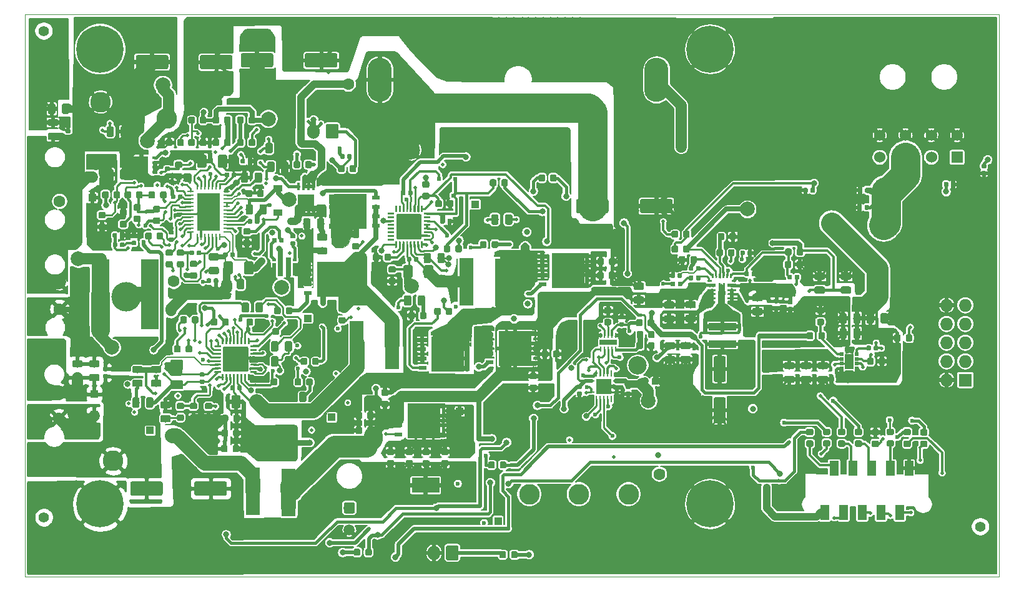
<source format=gbr>
G04 #@! TF.GenerationSoftware,KiCad,Pcbnew,(5.1.2)-1*
G04 #@! TF.CreationDate,2021-02-22T12:01:05+05:45*
G04 #@! TF.ProjectId,Pufferfish-Power-MCU,50756666-6572-4666-9973-682d506f7765,0.0*
G04 #@! TF.SameCoordinates,Original*
G04 #@! TF.FileFunction,Copper,L1,Top*
G04 #@! TF.FilePolarity,Positive*
%FSLAX46Y46*%
G04 Gerber Fmt 4.6, Leading zero omitted, Abs format (unit mm)*
G04 Created by KiCad (PCBNEW (5.1.2)-1) date 2021-02-22 12:01:05*
%MOMM*%
%LPD*%
G04 APERTURE LIST*
G04 #@! TA.AperFunction,NonConductor*
%ADD10C,0.100000*%
G04 #@! TD*
G04 #@! TA.AperFunction,ComponentPad*
%ADD11C,2.500000*%
G04 #@! TD*
G04 #@! TA.AperFunction,SMDPad,CuDef*
%ADD12R,1.920000X6.500000*%
G04 #@! TD*
G04 #@! TA.AperFunction,Conductor*
%ADD13C,0.100000*%
G04 #@! TD*
G04 #@! TA.AperFunction,SMDPad,CuDef*
%ADD14C,0.875000*%
G04 #@! TD*
G04 #@! TA.AperFunction,ComponentPad*
%ADD15O,3.250000X6.000000*%
G04 #@! TD*
G04 #@! TA.AperFunction,SMDPad,CuDef*
%ADD16C,1.900000*%
G04 #@! TD*
G04 #@! TA.AperFunction,BGAPad,CuDef*
%ADD17C,1.400000*%
G04 #@! TD*
G04 #@! TA.AperFunction,SMDPad,CuDef*
%ADD18R,2.380000X9.510000*%
G04 #@! TD*
G04 #@! TA.AperFunction,SMDPad,CuDef*
%ADD19R,0.599999X0.499999*%
G04 #@! TD*
G04 #@! TA.AperFunction,SMDPad,CuDef*
%ADD20R,1.200000X2.000001*%
G04 #@! TD*
G04 #@! TA.AperFunction,ViaPad*
%ADD21C,0.533400*%
G04 #@! TD*
G04 #@! TA.AperFunction,SMDPad,CuDef*
%ADD22R,1.200000X2.000000*%
G04 #@! TD*
G04 #@! TA.AperFunction,SMDPad,CuDef*
%ADD23C,0.590000*%
G04 #@! TD*
G04 #@! TA.AperFunction,ComponentPad*
%ADD24R,1.530000X1.530000*%
G04 #@! TD*
G04 #@! TA.AperFunction,ComponentPad*
%ADD25C,1.530000*%
G04 #@! TD*
G04 #@! TA.AperFunction,SMDPad,CuDef*
%ADD26R,0.860000X0.270000*%
G04 #@! TD*
G04 #@! TA.AperFunction,SMDPad,CuDef*
%ADD27R,0.270000X0.860000*%
G04 #@! TD*
G04 #@! TA.AperFunction,SMDPad,CuDef*
%ADD28R,3.150000X5.150000*%
G04 #@! TD*
G04 #@! TA.AperFunction,SMDPad,CuDef*
%ADD29R,0.500000X0.500000*%
G04 #@! TD*
G04 #@! TA.AperFunction,ComponentPad*
%ADD30C,1.600000*%
G04 #@! TD*
G04 #@! TA.AperFunction,SMDPad,CuDef*
%ADD31C,0.250000*%
G04 #@! TD*
G04 #@! TA.AperFunction,SMDPad,CuDef*
%ADD32C,3.450000*%
G04 #@! TD*
G04 #@! TA.AperFunction,SMDPad,CuDef*
%ADD33R,2.400000X0.640000*%
G04 #@! TD*
G04 #@! TA.AperFunction,SMDPad,CuDef*
%ADD34R,0.250000X0.700000*%
G04 #@! TD*
G04 #@! TA.AperFunction,ComponentPad*
%ADD35C,1.000000*%
G04 #@! TD*
G04 #@! TA.AperFunction,SMDPad,CuDef*
%ADD36R,0.500000X0.700000*%
G04 #@! TD*
G04 #@! TA.AperFunction,Conductor*
%ADD37R,0.500000X0.600000*%
G04 #@! TD*
G04 #@! TA.AperFunction,Conductor*
%ADD38R,0.500000X0.700000*%
G04 #@! TD*
G04 #@! TA.AperFunction,Conductor*
%ADD39R,1.000000X0.600000*%
G04 #@! TD*
G04 #@! TA.AperFunction,Conductor*
%ADD40R,1.800000X1.700000*%
G04 #@! TD*
G04 #@! TA.AperFunction,SMDPad,CuDef*
%ADD41R,0.500000X0.600000*%
G04 #@! TD*
G04 #@! TA.AperFunction,Conductor*
%ADD42R,4.500000X4.700000*%
G04 #@! TD*
G04 #@! TA.AperFunction,SMDPad,CuDef*
%ADD43C,0.975000*%
G04 #@! TD*
G04 #@! TA.AperFunction,SMDPad,CuDef*
%ADD44C,1.600000*%
G04 #@! TD*
G04 #@! TA.AperFunction,SMDPad,CuDef*
%ADD45R,1.100000X1.100000*%
G04 #@! TD*
G04 #@! TA.AperFunction,ComponentPad*
%ADD46C,0.800000*%
G04 #@! TD*
G04 #@! TA.AperFunction,ComponentPad*
%ADD47C,6.400000*%
G04 #@! TD*
G04 #@! TA.AperFunction,ComponentPad*
%ADD48C,1.500000*%
G04 #@! TD*
G04 #@! TA.AperFunction,SMDPad,CuDef*
%ADD49R,3.800000X1.000000*%
G04 #@! TD*
G04 #@! TA.AperFunction,SMDPad,CuDef*
%ADD50R,3.800000X2.030000*%
G04 #@! TD*
G04 #@! TA.AperFunction,ComponentPad*
%ADD51R,1.000000X1.000000*%
G04 #@! TD*
G04 #@! TA.AperFunction,SMDPad,CuDef*
%ADD52C,0.300000*%
G04 #@! TD*
G04 #@! TA.AperFunction,SMDPad,CuDef*
%ADD53C,0.400000*%
G04 #@! TD*
G04 #@! TA.AperFunction,ViaPad*
%ADD54C,0.600000*%
G04 #@! TD*
G04 #@! TA.AperFunction,SMDPad,CuDef*
%ADD55R,2.050000X2.050000*%
G04 #@! TD*
G04 #@! TA.AperFunction,SMDPad,CuDef*
%ADD56R,0.850000X0.280000*%
G04 #@! TD*
G04 #@! TA.AperFunction,SMDPad,CuDef*
%ADD57R,0.280000X0.850000*%
G04 #@! TD*
G04 #@! TA.AperFunction,SMDPad,CuDef*
%ADD58R,1.200000X0.900000*%
G04 #@! TD*
G04 #@! TA.AperFunction,ComponentPad*
%ADD59C,1.700000*%
G04 #@! TD*
G04 #@! TA.AperFunction,ComponentPad*
%ADD60O,1.700000X2.000000*%
G04 #@! TD*
G04 #@! TA.AperFunction,ComponentPad*
%ADD61R,1.727200X1.727200*%
G04 #@! TD*
G04 #@! TA.AperFunction,ComponentPad*
%ADD62O,1.727200X1.727200*%
G04 #@! TD*
G04 #@! TA.AperFunction,SMDPad,CuDef*
%ADD63R,1.700000X2.370000*%
G04 #@! TD*
G04 #@! TA.AperFunction,SMDPad,CuDef*
%ADD64R,0.700000X0.420000*%
G04 #@! TD*
G04 #@! TA.AperFunction,SMDPad,CuDef*
%ADD65R,0.520000X0.450000*%
G04 #@! TD*
G04 #@! TA.AperFunction,SMDPad,CuDef*
%ADD66R,0.520000X1.750000*%
G04 #@! TD*
G04 #@! TA.AperFunction,SMDPad,CuDef*
%ADD67R,0.750000X2.520000*%
G04 #@! TD*
G04 #@! TA.AperFunction,SMDPad,CuDef*
%ADD68C,1.250000*%
G04 #@! TD*
G04 #@! TA.AperFunction,SMDPad,CuDef*
%ADD69R,0.405000X0.990000*%
G04 #@! TD*
G04 #@! TA.AperFunction,SMDPad,CuDef*
%ADD70R,2.235000X1.725000*%
G04 #@! TD*
G04 #@! TA.AperFunction,SMDPad,CuDef*
%ADD71R,0.405000X0.760000*%
G04 #@! TD*
G04 #@! TA.AperFunction,ComponentPad*
%ADD72C,2.800000*%
G04 #@! TD*
G04 #@! TA.AperFunction,ComponentPad*
%ADD73C,2.000000*%
G04 #@! TD*
G04 #@! TA.AperFunction,ViaPad*
%ADD74C,0.500000*%
G04 #@! TD*
G04 #@! TA.AperFunction,ViaPad*
%ADD75C,0.800000*%
G04 #@! TD*
G04 #@! TA.AperFunction,ViaPad*
%ADD76C,1.600000*%
G04 #@! TD*
G04 #@! TA.AperFunction,ViaPad*
%ADD77C,2.000000*%
G04 #@! TD*
G04 #@! TA.AperFunction,ViaPad*
%ADD78C,4.000000*%
G04 #@! TD*
G04 #@! TA.AperFunction,Conductor*
%ADD79C,0.350000*%
G04 #@! TD*
G04 #@! TA.AperFunction,Conductor*
%ADD80C,0.250000*%
G04 #@! TD*
G04 #@! TA.AperFunction,Conductor*
%ADD81C,0.400000*%
G04 #@! TD*
G04 #@! TA.AperFunction,Conductor*
%ADD82C,0.500000*%
G04 #@! TD*
G04 #@! TA.AperFunction,Conductor*
%ADD83C,0.300000*%
G04 #@! TD*
G04 #@! TA.AperFunction,Conductor*
%ADD84C,0.800000*%
G04 #@! TD*
G04 #@! TA.AperFunction,Conductor*
%ADD85C,0.700000*%
G04 #@! TD*
G04 #@! TA.AperFunction,Conductor*
%ADD86C,1.500000*%
G04 #@! TD*
G04 #@! TA.AperFunction,Conductor*
%ADD87C,1.000000*%
G04 #@! TD*
G04 #@! TA.AperFunction,Conductor*
%ADD88C,0.200000*%
G04 #@! TD*
G04 #@! TA.AperFunction,Conductor*
%ADD89C,3.000000*%
G04 #@! TD*
G04 #@! TA.AperFunction,Conductor*
%ADD90C,2.500000*%
G04 #@! TD*
G04 #@! TA.AperFunction,Conductor*
%ADD91C,2.000000*%
G04 #@! TD*
G04 #@! TA.AperFunction,Conductor*
%ADD92C,4.000000*%
G04 #@! TD*
G04 #@! TA.AperFunction,Conductor*
%ADD93C,0.127000*%
G04 #@! TD*
G04 #@! TA.AperFunction,Conductor*
%ADD94C,0.254000*%
G04 #@! TD*
G04 APERTURE END LIST*
D10*
X203212700Y-114388900D02*
X203212700Y-119388900D01*
X71094600Y-114401600D02*
X71094600Y-119401600D01*
X82946666Y-47752000D02*
G75*
G03X82946666Y-47752000I-1666666J0D01*
G01*
X78780000Y-47752000D02*
X83780000Y-47752000D01*
X81280000Y-45252000D02*
X81280000Y-50252000D01*
X71094600Y-114401600D02*
X71094600Y-43065700D01*
X203212700Y-119388900D02*
X71094600Y-119401600D01*
X203225400Y-43065700D02*
X203212700Y-114388900D01*
X71094600Y-43065700D02*
X203225400Y-43065700D01*
D11*
G04 #@! TO.P,TP4,1*
G04 #@! TO.N,LTC7812_RUN*
X154178000Y-90678000D03*
G04 #@! TD*
D12*
G04 #@! TO.P,L4,2*
G04 #@! TO.N,Net-(C72-Pad2)*
X102067400Y-107857600D03*
G04 #@! TO.P,L4,1*
G04 #@! TO.N,VIN_7812_2*
X106877400Y-107947600D03*
G04 #@! TD*
D13*
G04 #@! TO.N,Net-(C25-Pad1)*
G04 #@! TO.C,R26*
G36*
X154735091Y-86053653D02*
G01*
X154756326Y-86056803D01*
X154777150Y-86062019D01*
X154797362Y-86069251D01*
X154816768Y-86078430D01*
X154835181Y-86089466D01*
X154852424Y-86102254D01*
X154868330Y-86116670D01*
X154882746Y-86132576D01*
X154895534Y-86149819D01*
X154906570Y-86168232D01*
X154915749Y-86187638D01*
X154922981Y-86207850D01*
X154928197Y-86228674D01*
X154931347Y-86249909D01*
X154932400Y-86271350D01*
X154932400Y-86783850D01*
X154931347Y-86805291D01*
X154928197Y-86826526D01*
X154922981Y-86847350D01*
X154915749Y-86867562D01*
X154906570Y-86886968D01*
X154895534Y-86905381D01*
X154882746Y-86922624D01*
X154868330Y-86938530D01*
X154852424Y-86952946D01*
X154835181Y-86965734D01*
X154816768Y-86976770D01*
X154797362Y-86985949D01*
X154777150Y-86993181D01*
X154756326Y-86998397D01*
X154735091Y-87001547D01*
X154713650Y-87002600D01*
X154276150Y-87002600D01*
X154254709Y-87001547D01*
X154233474Y-86998397D01*
X154212650Y-86993181D01*
X154192438Y-86985949D01*
X154173032Y-86976770D01*
X154154619Y-86965734D01*
X154137376Y-86952946D01*
X154121470Y-86938530D01*
X154107054Y-86922624D01*
X154094266Y-86905381D01*
X154083230Y-86886968D01*
X154074051Y-86867562D01*
X154066819Y-86847350D01*
X154061603Y-86826526D01*
X154058453Y-86805291D01*
X154057400Y-86783850D01*
X154057400Y-86271350D01*
X154058453Y-86249909D01*
X154061603Y-86228674D01*
X154066819Y-86207850D01*
X154074051Y-86187638D01*
X154083230Y-86168232D01*
X154094266Y-86149819D01*
X154107054Y-86132576D01*
X154121470Y-86116670D01*
X154137376Y-86102254D01*
X154154619Y-86089466D01*
X154173032Y-86078430D01*
X154192438Y-86069251D01*
X154212650Y-86062019D01*
X154233474Y-86056803D01*
X154254709Y-86053653D01*
X154276150Y-86052600D01*
X154713650Y-86052600D01*
X154735091Y-86053653D01*
X154735091Y-86053653D01*
G37*
D14*
G04 #@! TD*
G04 #@! TO.P,R26,2*
G04 #@! TO.N,Net-(C25-Pad1)*
X154494900Y-86527600D03*
D13*
G04 #@! TO.N,Net-(J3-Pad1)*
G04 #@! TO.C,R26*
G36*
X156310091Y-86053653D02*
G01*
X156331326Y-86056803D01*
X156352150Y-86062019D01*
X156372362Y-86069251D01*
X156391768Y-86078430D01*
X156410181Y-86089466D01*
X156427424Y-86102254D01*
X156443330Y-86116670D01*
X156457746Y-86132576D01*
X156470534Y-86149819D01*
X156481570Y-86168232D01*
X156490749Y-86187638D01*
X156497981Y-86207850D01*
X156503197Y-86228674D01*
X156506347Y-86249909D01*
X156507400Y-86271350D01*
X156507400Y-86783850D01*
X156506347Y-86805291D01*
X156503197Y-86826526D01*
X156497981Y-86847350D01*
X156490749Y-86867562D01*
X156481570Y-86886968D01*
X156470534Y-86905381D01*
X156457746Y-86922624D01*
X156443330Y-86938530D01*
X156427424Y-86952946D01*
X156410181Y-86965734D01*
X156391768Y-86976770D01*
X156372362Y-86985949D01*
X156352150Y-86993181D01*
X156331326Y-86998397D01*
X156310091Y-87001547D01*
X156288650Y-87002600D01*
X155851150Y-87002600D01*
X155829709Y-87001547D01*
X155808474Y-86998397D01*
X155787650Y-86993181D01*
X155767438Y-86985949D01*
X155748032Y-86976770D01*
X155729619Y-86965734D01*
X155712376Y-86952946D01*
X155696470Y-86938530D01*
X155682054Y-86922624D01*
X155669266Y-86905381D01*
X155658230Y-86886968D01*
X155649051Y-86867562D01*
X155641819Y-86847350D01*
X155636603Y-86826526D01*
X155633453Y-86805291D01*
X155632400Y-86783850D01*
X155632400Y-86271350D01*
X155633453Y-86249909D01*
X155636603Y-86228674D01*
X155641819Y-86207850D01*
X155649051Y-86187638D01*
X155658230Y-86168232D01*
X155669266Y-86149819D01*
X155682054Y-86132576D01*
X155696470Y-86116670D01*
X155712376Y-86102254D01*
X155729619Y-86089466D01*
X155748032Y-86078430D01*
X155767438Y-86069251D01*
X155787650Y-86062019D01*
X155808474Y-86056803D01*
X155829709Y-86053653D01*
X155851150Y-86052600D01*
X156288650Y-86052600D01*
X156310091Y-86053653D01*
X156310091Y-86053653D01*
G37*
D14*
G04 #@! TD*
G04 #@! TO.P,R26,1*
G04 #@! TO.N,Net-(J3-Pad1)*
X156069900Y-86527600D03*
D15*
G04 #@! TO.P,F1,2*
G04 #@! TO.N,/LTC4015/PP-SENSE-CLN*
X119255400Y-51926600D03*
G04 #@! TO.P,F1,1*
G04 #@! TO.N,VIN_7812_1_RAW*
X156755400Y-51926600D03*
G04 #@! TD*
D13*
G04 #@! TO.N,GND*
G04 #@! TO.C,C24*
G36*
X98272505Y-106493204D02*
G01*
X98296773Y-106496804D01*
X98320572Y-106502765D01*
X98343671Y-106511030D01*
X98365850Y-106521520D01*
X98386893Y-106534132D01*
X98406599Y-106548747D01*
X98424777Y-106565223D01*
X98441253Y-106583401D01*
X98455868Y-106603107D01*
X98468480Y-106624150D01*
X98478970Y-106646329D01*
X98487235Y-106669428D01*
X98493196Y-106693227D01*
X98496796Y-106717495D01*
X98498000Y-106741999D01*
X98498000Y-108142001D01*
X98496796Y-108166505D01*
X98493196Y-108190773D01*
X98487235Y-108214572D01*
X98478970Y-108237671D01*
X98468480Y-108259850D01*
X98455868Y-108280893D01*
X98441253Y-108300599D01*
X98424777Y-108318777D01*
X98406599Y-108335253D01*
X98386893Y-108349868D01*
X98365850Y-108362480D01*
X98343671Y-108372970D01*
X98320572Y-108381235D01*
X98296773Y-108387196D01*
X98272505Y-108390796D01*
X98248001Y-108392000D01*
X94347999Y-108392000D01*
X94323495Y-108390796D01*
X94299227Y-108387196D01*
X94275428Y-108381235D01*
X94252329Y-108372970D01*
X94230150Y-108362480D01*
X94209107Y-108349868D01*
X94189401Y-108335253D01*
X94171223Y-108318777D01*
X94154747Y-108300599D01*
X94140132Y-108280893D01*
X94127520Y-108259850D01*
X94117030Y-108237671D01*
X94108765Y-108214572D01*
X94102804Y-108190773D01*
X94099204Y-108166505D01*
X94098000Y-108142001D01*
X94098000Y-106741999D01*
X94099204Y-106717495D01*
X94102804Y-106693227D01*
X94108765Y-106669428D01*
X94117030Y-106646329D01*
X94127520Y-106624150D01*
X94140132Y-106603107D01*
X94154747Y-106583401D01*
X94171223Y-106565223D01*
X94189401Y-106548747D01*
X94209107Y-106534132D01*
X94230150Y-106521520D01*
X94252329Y-106511030D01*
X94275428Y-106502765D01*
X94299227Y-106496804D01*
X94323495Y-106493204D01*
X94347999Y-106492000D01*
X98248001Y-106492000D01*
X98272505Y-106493204D01*
X98272505Y-106493204D01*
G37*
D16*
G04 #@! TD*
G04 #@! TO.P,C24,2*
G04 #@! TO.N,GND*
X96298000Y-107442000D03*
D13*
G04 #@! TO.N,VBAT-IN-12V*
G04 #@! TO.C,C24*
G36*
X89572505Y-106493204D02*
G01*
X89596773Y-106496804D01*
X89620572Y-106502765D01*
X89643671Y-106511030D01*
X89665850Y-106521520D01*
X89686893Y-106534132D01*
X89706599Y-106548747D01*
X89724777Y-106565223D01*
X89741253Y-106583401D01*
X89755868Y-106603107D01*
X89768480Y-106624150D01*
X89778970Y-106646329D01*
X89787235Y-106669428D01*
X89793196Y-106693227D01*
X89796796Y-106717495D01*
X89798000Y-106741999D01*
X89798000Y-108142001D01*
X89796796Y-108166505D01*
X89793196Y-108190773D01*
X89787235Y-108214572D01*
X89778970Y-108237671D01*
X89768480Y-108259850D01*
X89755868Y-108280893D01*
X89741253Y-108300599D01*
X89724777Y-108318777D01*
X89706599Y-108335253D01*
X89686893Y-108349868D01*
X89665850Y-108362480D01*
X89643671Y-108372970D01*
X89620572Y-108381235D01*
X89596773Y-108387196D01*
X89572505Y-108390796D01*
X89548001Y-108392000D01*
X85647999Y-108392000D01*
X85623495Y-108390796D01*
X85599227Y-108387196D01*
X85575428Y-108381235D01*
X85552329Y-108372970D01*
X85530150Y-108362480D01*
X85509107Y-108349868D01*
X85489401Y-108335253D01*
X85471223Y-108318777D01*
X85454747Y-108300599D01*
X85440132Y-108280893D01*
X85427520Y-108259850D01*
X85417030Y-108237671D01*
X85408765Y-108214572D01*
X85402804Y-108190773D01*
X85399204Y-108166505D01*
X85398000Y-108142001D01*
X85398000Y-106741999D01*
X85399204Y-106717495D01*
X85402804Y-106693227D01*
X85408765Y-106669428D01*
X85417030Y-106646329D01*
X85427520Y-106624150D01*
X85440132Y-106603107D01*
X85454747Y-106583401D01*
X85471223Y-106565223D01*
X85489401Y-106548747D01*
X85509107Y-106534132D01*
X85530150Y-106521520D01*
X85552329Y-106511030D01*
X85575428Y-106502765D01*
X85599227Y-106496804D01*
X85623495Y-106493204D01*
X85647999Y-106492000D01*
X89548001Y-106492000D01*
X89572505Y-106493204D01*
X89572505Y-106493204D01*
G37*
D16*
G04 #@! TD*
G04 #@! TO.P,C24,1*
G04 #@! TO.N,VBAT-IN-12V*
X87598000Y-107442000D03*
D17*
G04 #@! TO.P,FID1,*
G04 #@! TO.N,*
X200697400Y-112632600D03*
G04 #@! TD*
G04 #@! TO.P,FID1,*
G04 #@! TO.N,*
X73697400Y-111362600D03*
G04 #@! TD*
D18*
G04 #@! TO.P,L3,1*
G04 #@! TO.N,/LTC4015/PP-SW-NODE*
X88025000Y-81100000D03*
G04 #@! TO.P,L3,2*
G04 #@! TO.N,/LTC4015/PP-CSP*
X81375000Y-81100000D03*
G04 #@! TD*
D12*
G04 #@! TO.P,L5,2*
G04 #@! TO.N,/LTC7812/SW_2_1*
X120934000Y-87997600D03*
G04 #@! TO.P,L5,1*
G04 #@! TO.N,Net-(C76-Pad1)*
X116124000Y-87907600D03*
G04 #@! TD*
G04 #@! TO.P,L6,2*
G04 #@! TO.N,/LTC7812/SW2_2*
X135793000Y-79420000D03*
G04 #@! TO.P,L6,1*
G04 #@! TO.N,Net-(C93-Pad1)*
X130983000Y-79330000D03*
G04 #@! TD*
D19*
G04 #@! TO.P,U3,1*
G04 #@! TO.N,/3.3V Buck/3V3-EN*
X181830000Y-89195001D03*
G04 #@! TO.P,U3,2*
G04 #@! TO.N,VIN_7812_2*
X181830000Y-89844999D03*
G04 #@! TO.P,U3,3*
G04 #@! TO.N,GND*
X181830000Y-90495001D03*
G04 #@! TO.P,U3,4*
G04 #@! TO.N,VSYS-3V3*
X181830000Y-91144999D03*
G04 #@! TO.P,U3,5*
X183930000Y-91144999D03*
G04 #@! TO.P,U3,6*
G04 #@! TO.N,/3.3V Buck/3V3-FB*
X183930000Y-90495001D03*
G04 #@! TO.P,U3,7*
G04 #@! TO.N,3V3-PGOOD*
X183930000Y-89844999D03*
G04 #@! TO.P,U3,8*
G04 #@! TO.N,/3.3V Buck/3V3-SS*
X183930000Y-89195001D03*
D20*
G04 #@! TO.P,U3,9*
G04 #@! TO.N,GND*
X182880000Y-90170000D03*
D21*
G04 #@! TD*
G04 #@! TO.N,N/C*
G04 #@! TO.C,U3*
X182880000Y-90170000D03*
G04 #@! TO.N,N/C*
G04 #@! TO.C,U3*
X182880000Y-89419999D03*
X182880000Y-90920001D03*
G04 #@! TD*
D22*
G04 #@! TO.P,J2,10*
G04 #@! TO.N,GND*
X191003000Y-104696000D03*
G04 #@! TO.P,J2,8*
G04 #@! TO.N,Net-(J2-Pad8)*
X188463000Y-104696000D03*
G04 #@! TO.P,J2,6*
G04 #@! TO.N,Net-(J2-Pad6)*
X185923000Y-104696000D03*
G04 #@! TO.P,J2,4*
G04 #@! TO.N,Net-(J2-Pad4)*
X183383000Y-104696000D03*
G04 #@! TO.P,J2,2*
G04 #@! TO.N,Net-(J2-Pad2)*
X180843000Y-104696000D03*
G04 #@! TO.P,J2,9*
G04 #@! TO.N,Net-(J2-Pad9)*
X189743000Y-110696000D03*
G04 #@! TO.P,J2,7*
G04 #@! TO.N,Net-(J2-Pad7)*
X187203000Y-110696000D03*
G04 #@! TO.P,J2,5*
G04 #@! TO.N,Net-(J2-Pad5)*
X184663000Y-110696000D03*
G04 #@! TO.P,J2,3*
G04 #@! TO.N,Net-(J2-Pad3)*
X182123000Y-110696000D03*
G04 #@! TO.P,J2,1*
G04 #@! TO.N,VSYS-3V3*
X179583000Y-110696000D03*
G04 #@! TD*
D13*
G04 #@! TO.N,/LTC4015/PP-CSPM5*
G04 #@! TO.C,C15*
G36*
X94257691Y-76500053D02*
G01*
X94278926Y-76503203D01*
X94299750Y-76508419D01*
X94319962Y-76515651D01*
X94339368Y-76524830D01*
X94357781Y-76535866D01*
X94375024Y-76548654D01*
X94390930Y-76563070D01*
X94405346Y-76578976D01*
X94418134Y-76596219D01*
X94429170Y-76614632D01*
X94438349Y-76634038D01*
X94445581Y-76654250D01*
X94450797Y-76675074D01*
X94453947Y-76696309D01*
X94455000Y-76717750D01*
X94455000Y-77155250D01*
X94453947Y-77176691D01*
X94450797Y-77197926D01*
X94445581Y-77218750D01*
X94438349Y-77238962D01*
X94429170Y-77258368D01*
X94418134Y-77276781D01*
X94405346Y-77294024D01*
X94390930Y-77309930D01*
X94375024Y-77324346D01*
X94357781Y-77337134D01*
X94339368Y-77348170D01*
X94319962Y-77357349D01*
X94299750Y-77364581D01*
X94278926Y-77369797D01*
X94257691Y-77372947D01*
X94236250Y-77374000D01*
X93723750Y-77374000D01*
X93702309Y-77372947D01*
X93681074Y-77369797D01*
X93660250Y-77364581D01*
X93640038Y-77357349D01*
X93620632Y-77348170D01*
X93602219Y-77337134D01*
X93584976Y-77324346D01*
X93569070Y-77309930D01*
X93554654Y-77294024D01*
X93541866Y-77276781D01*
X93530830Y-77258368D01*
X93521651Y-77238962D01*
X93514419Y-77218750D01*
X93509203Y-77197926D01*
X93506053Y-77176691D01*
X93505000Y-77155250D01*
X93505000Y-76717750D01*
X93506053Y-76696309D01*
X93509203Y-76675074D01*
X93514419Y-76654250D01*
X93521651Y-76634038D01*
X93530830Y-76614632D01*
X93541866Y-76596219D01*
X93554654Y-76578976D01*
X93569070Y-76563070D01*
X93584976Y-76548654D01*
X93602219Y-76535866D01*
X93620632Y-76524830D01*
X93640038Y-76515651D01*
X93660250Y-76508419D01*
X93681074Y-76503203D01*
X93702309Y-76500053D01*
X93723750Y-76499000D01*
X94236250Y-76499000D01*
X94257691Y-76500053D01*
X94257691Y-76500053D01*
G37*
D14*
G04 #@! TD*
G04 #@! TO.P,C15,2*
G04 #@! TO.N,/LTC4015/PP-CSPM5*
X93980000Y-76936500D03*
D13*
G04 #@! TO.N,/LTC4015/PP-CSP*
G04 #@! TO.C,C15*
G36*
X94257691Y-78075053D02*
G01*
X94278926Y-78078203D01*
X94299750Y-78083419D01*
X94319962Y-78090651D01*
X94339368Y-78099830D01*
X94357781Y-78110866D01*
X94375024Y-78123654D01*
X94390930Y-78138070D01*
X94405346Y-78153976D01*
X94418134Y-78171219D01*
X94429170Y-78189632D01*
X94438349Y-78209038D01*
X94445581Y-78229250D01*
X94450797Y-78250074D01*
X94453947Y-78271309D01*
X94455000Y-78292750D01*
X94455000Y-78730250D01*
X94453947Y-78751691D01*
X94450797Y-78772926D01*
X94445581Y-78793750D01*
X94438349Y-78813962D01*
X94429170Y-78833368D01*
X94418134Y-78851781D01*
X94405346Y-78869024D01*
X94390930Y-78884930D01*
X94375024Y-78899346D01*
X94357781Y-78912134D01*
X94339368Y-78923170D01*
X94319962Y-78932349D01*
X94299750Y-78939581D01*
X94278926Y-78944797D01*
X94257691Y-78947947D01*
X94236250Y-78949000D01*
X93723750Y-78949000D01*
X93702309Y-78947947D01*
X93681074Y-78944797D01*
X93660250Y-78939581D01*
X93640038Y-78932349D01*
X93620632Y-78923170D01*
X93602219Y-78912134D01*
X93584976Y-78899346D01*
X93569070Y-78884930D01*
X93554654Y-78869024D01*
X93541866Y-78851781D01*
X93530830Y-78833368D01*
X93521651Y-78813962D01*
X93514419Y-78793750D01*
X93509203Y-78772926D01*
X93506053Y-78751691D01*
X93505000Y-78730250D01*
X93505000Y-78292750D01*
X93506053Y-78271309D01*
X93509203Y-78250074D01*
X93514419Y-78229250D01*
X93521651Y-78209038D01*
X93530830Y-78189632D01*
X93541866Y-78171219D01*
X93554654Y-78153976D01*
X93569070Y-78138070D01*
X93584976Y-78123654D01*
X93602219Y-78110866D01*
X93620632Y-78099830D01*
X93640038Y-78090651D01*
X93660250Y-78083419D01*
X93681074Y-78078203D01*
X93702309Y-78075053D01*
X93723750Y-78074000D01*
X94236250Y-78074000D01*
X94257691Y-78075053D01*
X94257691Y-78075053D01*
G37*
D14*
G04 #@! TD*
G04 #@! TO.P,C15,1*
G04 #@! TO.N,/LTC4015/PP-CSP*
X93980000Y-78511500D03*
D13*
G04 #@! TO.N,GND*
G04 #@! TO.C,C80*
G36*
X102500958Y-85532710D02*
G01*
X102515276Y-85534834D01*
X102529317Y-85538351D01*
X102542946Y-85543228D01*
X102556031Y-85549417D01*
X102568447Y-85556858D01*
X102580073Y-85565481D01*
X102590798Y-85575202D01*
X102600519Y-85585927D01*
X102609142Y-85597553D01*
X102616583Y-85609969D01*
X102622772Y-85623054D01*
X102627649Y-85636683D01*
X102631166Y-85650724D01*
X102633290Y-85665042D01*
X102634000Y-85679500D01*
X102634000Y-86024500D01*
X102633290Y-86038958D01*
X102631166Y-86053276D01*
X102627649Y-86067317D01*
X102622772Y-86080946D01*
X102616583Y-86094031D01*
X102609142Y-86106447D01*
X102600519Y-86118073D01*
X102590798Y-86128798D01*
X102580073Y-86138519D01*
X102568447Y-86147142D01*
X102556031Y-86154583D01*
X102542946Y-86160772D01*
X102529317Y-86165649D01*
X102515276Y-86169166D01*
X102500958Y-86171290D01*
X102486500Y-86172000D01*
X102191500Y-86172000D01*
X102177042Y-86171290D01*
X102162724Y-86169166D01*
X102148683Y-86165649D01*
X102135054Y-86160772D01*
X102121969Y-86154583D01*
X102109553Y-86147142D01*
X102097927Y-86138519D01*
X102087202Y-86128798D01*
X102077481Y-86118073D01*
X102068858Y-86106447D01*
X102061417Y-86094031D01*
X102055228Y-86080946D01*
X102050351Y-86067317D01*
X102046834Y-86053276D01*
X102044710Y-86038958D01*
X102044000Y-86024500D01*
X102044000Y-85679500D01*
X102044710Y-85665042D01*
X102046834Y-85650724D01*
X102050351Y-85636683D01*
X102055228Y-85623054D01*
X102061417Y-85609969D01*
X102068858Y-85597553D01*
X102077481Y-85585927D01*
X102087202Y-85575202D01*
X102097927Y-85565481D01*
X102109553Y-85556858D01*
X102121969Y-85549417D01*
X102135054Y-85543228D01*
X102148683Y-85538351D01*
X102162724Y-85534834D01*
X102177042Y-85532710D01*
X102191500Y-85532000D01*
X102486500Y-85532000D01*
X102500958Y-85532710D01*
X102500958Y-85532710D01*
G37*
D23*
G04 #@! TD*
G04 #@! TO.P,C80,2*
G04 #@! TO.N,GND*
X102339000Y-85852000D03*
D13*
G04 #@! TO.N,/LTC7812/VBIAS1*
G04 #@! TO.C,C80*
G36*
X101530958Y-85532710D02*
G01*
X101545276Y-85534834D01*
X101559317Y-85538351D01*
X101572946Y-85543228D01*
X101586031Y-85549417D01*
X101598447Y-85556858D01*
X101610073Y-85565481D01*
X101620798Y-85575202D01*
X101630519Y-85585927D01*
X101639142Y-85597553D01*
X101646583Y-85609969D01*
X101652772Y-85623054D01*
X101657649Y-85636683D01*
X101661166Y-85650724D01*
X101663290Y-85665042D01*
X101664000Y-85679500D01*
X101664000Y-86024500D01*
X101663290Y-86038958D01*
X101661166Y-86053276D01*
X101657649Y-86067317D01*
X101652772Y-86080946D01*
X101646583Y-86094031D01*
X101639142Y-86106447D01*
X101630519Y-86118073D01*
X101620798Y-86128798D01*
X101610073Y-86138519D01*
X101598447Y-86147142D01*
X101586031Y-86154583D01*
X101572946Y-86160772D01*
X101559317Y-86165649D01*
X101545276Y-86169166D01*
X101530958Y-86171290D01*
X101516500Y-86172000D01*
X101221500Y-86172000D01*
X101207042Y-86171290D01*
X101192724Y-86169166D01*
X101178683Y-86165649D01*
X101165054Y-86160772D01*
X101151969Y-86154583D01*
X101139553Y-86147142D01*
X101127927Y-86138519D01*
X101117202Y-86128798D01*
X101107481Y-86118073D01*
X101098858Y-86106447D01*
X101091417Y-86094031D01*
X101085228Y-86080946D01*
X101080351Y-86067317D01*
X101076834Y-86053276D01*
X101074710Y-86038958D01*
X101074000Y-86024500D01*
X101074000Y-85679500D01*
X101074710Y-85665042D01*
X101076834Y-85650724D01*
X101080351Y-85636683D01*
X101085228Y-85623054D01*
X101091417Y-85609969D01*
X101098858Y-85597553D01*
X101107481Y-85585927D01*
X101117202Y-85575202D01*
X101127927Y-85565481D01*
X101139553Y-85556858D01*
X101151969Y-85549417D01*
X101165054Y-85543228D01*
X101178683Y-85538351D01*
X101192724Y-85534834D01*
X101207042Y-85532710D01*
X101221500Y-85532000D01*
X101516500Y-85532000D01*
X101530958Y-85532710D01*
X101530958Y-85532710D01*
G37*
D23*
G04 #@! TD*
G04 #@! TO.P,C80,1*
G04 #@! TO.N,/LTC7812/VBIAS1*
X101369000Y-85852000D03*
D24*
G04 #@! TO.P,J1,1*
G04 #@! TO.N,VOUT_7812_24V*
X197528000Y-62460000D03*
D25*
G04 #@! TO.P,J1,2*
G04 #@! TO.N,VIN_7812_2*
X194028000Y-62460000D03*
G04 #@! TO.P,J1,3*
G04 #@! TO.N,VSYS-5V0*
X190528000Y-62460000D03*
G04 #@! TO.P,J1,4*
G04 #@! TO.N,VSYS-3V3*
X187028000Y-62460000D03*
G04 #@! TO.P,J1,5*
G04 #@! TO.N,GND*
X197528000Y-59460000D03*
G04 #@! TO.P,J1,6*
X194028000Y-59460000D03*
G04 #@! TO.P,J1,7*
X190528000Y-59460000D03*
G04 #@! TO.P,J1,8*
X187028000Y-59460000D03*
G04 #@! TD*
D13*
G04 #@! TO.N,GND*
G04 #@! TO.C,R29*
G36*
X159124358Y-78193310D02*
G01*
X159138676Y-78195434D01*
X159152717Y-78198951D01*
X159166346Y-78203828D01*
X159179431Y-78210017D01*
X159191847Y-78217458D01*
X159203473Y-78226081D01*
X159214198Y-78235802D01*
X159223919Y-78246527D01*
X159232542Y-78258153D01*
X159239983Y-78270569D01*
X159246172Y-78283654D01*
X159251049Y-78297283D01*
X159254566Y-78311324D01*
X159256690Y-78325642D01*
X159257400Y-78340100D01*
X159257400Y-78685100D01*
X159256690Y-78699558D01*
X159254566Y-78713876D01*
X159251049Y-78727917D01*
X159246172Y-78741546D01*
X159239983Y-78754631D01*
X159232542Y-78767047D01*
X159223919Y-78778673D01*
X159214198Y-78789398D01*
X159203473Y-78799119D01*
X159191847Y-78807742D01*
X159179431Y-78815183D01*
X159166346Y-78821372D01*
X159152717Y-78826249D01*
X159138676Y-78829766D01*
X159124358Y-78831890D01*
X159109900Y-78832600D01*
X158814900Y-78832600D01*
X158800442Y-78831890D01*
X158786124Y-78829766D01*
X158772083Y-78826249D01*
X158758454Y-78821372D01*
X158745369Y-78815183D01*
X158732953Y-78807742D01*
X158721327Y-78799119D01*
X158710602Y-78789398D01*
X158700881Y-78778673D01*
X158692258Y-78767047D01*
X158684817Y-78754631D01*
X158678628Y-78741546D01*
X158673751Y-78727917D01*
X158670234Y-78713876D01*
X158668110Y-78699558D01*
X158667400Y-78685100D01*
X158667400Y-78340100D01*
X158668110Y-78325642D01*
X158670234Y-78311324D01*
X158673751Y-78297283D01*
X158678628Y-78283654D01*
X158684817Y-78270569D01*
X158692258Y-78258153D01*
X158700881Y-78246527D01*
X158710602Y-78235802D01*
X158721327Y-78226081D01*
X158732953Y-78217458D01*
X158745369Y-78210017D01*
X158758454Y-78203828D01*
X158772083Y-78198951D01*
X158786124Y-78195434D01*
X158800442Y-78193310D01*
X158814900Y-78192600D01*
X159109900Y-78192600D01*
X159124358Y-78193310D01*
X159124358Y-78193310D01*
G37*
D23*
G04 #@! TD*
G04 #@! TO.P,R29,2*
G04 #@! TO.N,GND*
X158962400Y-78512600D03*
D13*
G04 #@! TO.N,/5V Buck/5V-MODE*
G04 #@! TO.C,R29*
G36*
X160094358Y-78193310D02*
G01*
X160108676Y-78195434D01*
X160122717Y-78198951D01*
X160136346Y-78203828D01*
X160149431Y-78210017D01*
X160161847Y-78217458D01*
X160173473Y-78226081D01*
X160184198Y-78235802D01*
X160193919Y-78246527D01*
X160202542Y-78258153D01*
X160209983Y-78270569D01*
X160216172Y-78283654D01*
X160221049Y-78297283D01*
X160224566Y-78311324D01*
X160226690Y-78325642D01*
X160227400Y-78340100D01*
X160227400Y-78685100D01*
X160226690Y-78699558D01*
X160224566Y-78713876D01*
X160221049Y-78727917D01*
X160216172Y-78741546D01*
X160209983Y-78754631D01*
X160202542Y-78767047D01*
X160193919Y-78778673D01*
X160184198Y-78789398D01*
X160173473Y-78799119D01*
X160161847Y-78807742D01*
X160149431Y-78815183D01*
X160136346Y-78821372D01*
X160122717Y-78826249D01*
X160108676Y-78829766D01*
X160094358Y-78831890D01*
X160079900Y-78832600D01*
X159784900Y-78832600D01*
X159770442Y-78831890D01*
X159756124Y-78829766D01*
X159742083Y-78826249D01*
X159728454Y-78821372D01*
X159715369Y-78815183D01*
X159702953Y-78807742D01*
X159691327Y-78799119D01*
X159680602Y-78789398D01*
X159670881Y-78778673D01*
X159662258Y-78767047D01*
X159654817Y-78754631D01*
X159648628Y-78741546D01*
X159643751Y-78727917D01*
X159640234Y-78713876D01*
X159638110Y-78699558D01*
X159637400Y-78685100D01*
X159637400Y-78340100D01*
X159638110Y-78325642D01*
X159640234Y-78311324D01*
X159643751Y-78297283D01*
X159648628Y-78283654D01*
X159654817Y-78270569D01*
X159662258Y-78258153D01*
X159670881Y-78246527D01*
X159680602Y-78235802D01*
X159691327Y-78226081D01*
X159702953Y-78217458D01*
X159715369Y-78210017D01*
X159728454Y-78203828D01*
X159742083Y-78198951D01*
X159756124Y-78195434D01*
X159770442Y-78193310D01*
X159784900Y-78192600D01*
X160079900Y-78192600D01*
X160094358Y-78193310D01*
X160094358Y-78193310D01*
G37*
D23*
G04 #@! TD*
G04 #@! TO.P,R29,1*
G04 #@! TO.N,/5V Buck/5V-MODE*
X159932400Y-78512600D03*
D13*
G04 #@! TO.N,GND*
G04 #@! TO.C,C23*
G36*
X99034505Y-48581204D02*
G01*
X99058773Y-48584804D01*
X99082572Y-48590765D01*
X99105671Y-48599030D01*
X99127850Y-48609520D01*
X99148893Y-48622132D01*
X99168599Y-48636747D01*
X99186777Y-48653223D01*
X99203253Y-48671401D01*
X99217868Y-48691107D01*
X99230480Y-48712150D01*
X99240970Y-48734329D01*
X99249235Y-48757428D01*
X99255196Y-48781227D01*
X99258796Y-48805495D01*
X99260000Y-48829999D01*
X99260000Y-50230001D01*
X99258796Y-50254505D01*
X99255196Y-50278773D01*
X99249235Y-50302572D01*
X99240970Y-50325671D01*
X99230480Y-50347850D01*
X99217868Y-50368893D01*
X99203253Y-50388599D01*
X99186777Y-50406777D01*
X99168599Y-50423253D01*
X99148893Y-50437868D01*
X99127850Y-50450480D01*
X99105671Y-50460970D01*
X99082572Y-50469235D01*
X99058773Y-50475196D01*
X99034505Y-50478796D01*
X99010001Y-50480000D01*
X95109999Y-50480000D01*
X95085495Y-50478796D01*
X95061227Y-50475196D01*
X95037428Y-50469235D01*
X95014329Y-50460970D01*
X94992150Y-50450480D01*
X94971107Y-50437868D01*
X94951401Y-50423253D01*
X94933223Y-50406777D01*
X94916747Y-50388599D01*
X94902132Y-50368893D01*
X94889520Y-50347850D01*
X94879030Y-50325671D01*
X94870765Y-50302572D01*
X94864804Y-50278773D01*
X94861204Y-50254505D01*
X94860000Y-50230001D01*
X94860000Y-48829999D01*
X94861204Y-48805495D01*
X94864804Y-48781227D01*
X94870765Y-48757428D01*
X94879030Y-48734329D01*
X94889520Y-48712150D01*
X94902132Y-48691107D01*
X94916747Y-48671401D01*
X94933223Y-48653223D01*
X94951401Y-48636747D01*
X94971107Y-48622132D01*
X94992150Y-48609520D01*
X95014329Y-48599030D01*
X95037428Y-48590765D01*
X95061227Y-48584804D01*
X95085495Y-48581204D01*
X95109999Y-48580000D01*
X99010001Y-48580000D01*
X99034505Y-48581204D01*
X99034505Y-48581204D01*
G37*
D16*
G04 #@! TD*
G04 #@! TO.P,C23,2*
G04 #@! TO.N,GND*
X97060000Y-49530000D03*
D13*
G04 #@! TO.N,INTCON_WALL*
G04 #@! TO.C,C23*
G36*
X90334505Y-48581204D02*
G01*
X90358773Y-48584804D01*
X90382572Y-48590765D01*
X90405671Y-48599030D01*
X90427850Y-48609520D01*
X90448893Y-48622132D01*
X90468599Y-48636747D01*
X90486777Y-48653223D01*
X90503253Y-48671401D01*
X90517868Y-48691107D01*
X90530480Y-48712150D01*
X90540970Y-48734329D01*
X90549235Y-48757428D01*
X90555196Y-48781227D01*
X90558796Y-48805495D01*
X90560000Y-48829999D01*
X90560000Y-50230001D01*
X90558796Y-50254505D01*
X90555196Y-50278773D01*
X90549235Y-50302572D01*
X90540970Y-50325671D01*
X90530480Y-50347850D01*
X90517868Y-50368893D01*
X90503253Y-50388599D01*
X90486777Y-50406777D01*
X90468599Y-50423253D01*
X90448893Y-50437868D01*
X90427850Y-50450480D01*
X90405671Y-50460970D01*
X90382572Y-50469235D01*
X90358773Y-50475196D01*
X90334505Y-50478796D01*
X90310001Y-50480000D01*
X86409999Y-50480000D01*
X86385495Y-50478796D01*
X86361227Y-50475196D01*
X86337428Y-50469235D01*
X86314329Y-50460970D01*
X86292150Y-50450480D01*
X86271107Y-50437868D01*
X86251401Y-50423253D01*
X86233223Y-50406777D01*
X86216747Y-50388599D01*
X86202132Y-50368893D01*
X86189520Y-50347850D01*
X86179030Y-50325671D01*
X86170765Y-50302572D01*
X86164804Y-50278773D01*
X86161204Y-50254505D01*
X86160000Y-50230001D01*
X86160000Y-48829999D01*
X86161204Y-48805495D01*
X86164804Y-48781227D01*
X86170765Y-48757428D01*
X86179030Y-48734329D01*
X86189520Y-48712150D01*
X86202132Y-48691107D01*
X86216747Y-48671401D01*
X86233223Y-48653223D01*
X86251401Y-48636747D01*
X86271107Y-48622132D01*
X86292150Y-48609520D01*
X86314329Y-48599030D01*
X86337428Y-48590765D01*
X86361227Y-48584804D01*
X86385495Y-48581204D01*
X86409999Y-48580000D01*
X90310001Y-48580000D01*
X90334505Y-48581204D01*
X90334505Y-48581204D01*
G37*
D16*
G04 #@! TD*
G04 #@! TO.P,C23,1*
G04 #@! TO.N,INTCON_WALL*
X88360000Y-49530000D03*
D13*
G04 #@! TO.N,VSYS-5V0*
G04 #@! TO.C,C110*
G36*
X185494358Y-66623310D02*
G01*
X185508676Y-66625434D01*
X185522717Y-66628951D01*
X185536346Y-66633828D01*
X185549431Y-66640017D01*
X185561847Y-66647458D01*
X185573473Y-66656081D01*
X185584198Y-66665802D01*
X185593919Y-66676527D01*
X185602542Y-66688153D01*
X185609983Y-66700569D01*
X185616172Y-66713654D01*
X185621049Y-66727283D01*
X185624566Y-66741324D01*
X185626690Y-66755642D01*
X185627400Y-66770100D01*
X185627400Y-67115100D01*
X185626690Y-67129558D01*
X185624566Y-67143876D01*
X185621049Y-67157917D01*
X185616172Y-67171546D01*
X185609983Y-67184631D01*
X185602542Y-67197047D01*
X185593919Y-67208673D01*
X185584198Y-67219398D01*
X185573473Y-67229119D01*
X185561847Y-67237742D01*
X185549431Y-67245183D01*
X185536346Y-67251372D01*
X185522717Y-67256249D01*
X185508676Y-67259766D01*
X185494358Y-67261890D01*
X185479900Y-67262600D01*
X185184900Y-67262600D01*
X185170442Y-67261890D01*
X185156124Y-67259766D01*
X185142083Y-67256249D01*
X185128454Y-67251372D01*
X185115369Y-67245183D01*
X185102953Y-67237742D01*
X185091327Y-67229119D01*
X185080602Y-67219398D01*
X185070881Y-67208673D01*
X185062258Y-67197047D01*
X185054817Y-67184631D01*
X185048628Y-67171546D01*
X185043751Y-67157917D01*
X185040234Y-67143876D01*
X185038110Y-67129558D01*
X185037400Y-67115100D01*
X185037400Y-66770100D01*
X185038110Y-66755642D01*
X185040234Y-66741324D01*
X185043751Y-66727283D01*
X185048628Y-66713654D01*
X185054817Y-66700569D01*
X185062258Y-66688153D01*
X185070881Y-66676527D01*
X185080602Y-66665802D01*
X185091327Y-66656081D01*
X185102953Y-66647458D01*
X185115369Y-66640017D01*
X185128454Y-66633828D01*
X185142083Y-66628951D01*
X185156124Y-66625434D01*
X185170442Y-66623310D01*
X185184900Y-66622600D01*
X185479900Y-66622600D01*
X185494358Y-66623310D01*
X185494358Y-66623310D01*
G37*
D23*
G04 #@! TD*
G04 #@! TO.P,C110,1*
G04 #@! TO.N,VSYS-5V0*
X185332400Y-66942600D03*
D13*
G04 #@! TO.N,GND*
G04 #@! TO.C,C110*
G36*
X184524358Y-66623310D02*
G01*
X184538676Y-66625434D01*
X184552717Y-66628951D01*
X184566346Y-66633828D01*
X184579431Y-66640017D01*
X184591847Y-66647458D01*
X184603473Y-66656081D01*
X184614198Y-66665802D01*
X184623919Y-66676527D01*
X184632542Y-66688153D01*
X184639983Y-66700569D01*
X184646172Y-66713654D01*
X184651049Y-66727283D01*
X184654566Y-66741324D01*
X184656690Y-66755642D01*
X184657400Y-66770100D01*
X184657400Y-67115100D01*
X184656690Y-67129558D01*
X184654566Y-67143876D01*
X184651049Y-67157917D01*
X184646172Y-67171546D01*
X184639983Y-67184631D01*
X184632542Y-67197047D01*
X184623919Y-67208673D01*
X184614198Y-67219398D01*
X184603473Y-67229119D01*
X184591847Y-67237742D01*
X184579431Y-67245183D01*
X184566346Y-67251372D01*
X184552717Y-67256249D01*
X184538676Y-67259766D01*
X184524358Y-67261890D01*
X184509900Y-67262600D01*
X184214900Y-67262600D01*
X184200442Y-67261890D01*
X184186124Y-67259766D01*
X184172083Y-67256249D01*
X184158454Y-67251372D01*
X184145369Y-67245183D01*
X184132953Y-67237742D01*
X184121327Y-67229119D01*
X184110602Y-67219398D01*
X184100881Y-67208673D01*
X184092258Y-67197047D01*
X184084817Y-67184631D01*
X184078628Y-67171546D01*
X184073751Y-67157917D01*
X184070234Y-67143876D01*
X184068110Y-67129558D01*
X184067400Y-67115100D01*
X184067400Y-66770100D01*
X184068110Y-66755642D01*
X184070234Y-66741324D01*
X184073751Y-66727283D01*
X184078628Y-66713654D01*
X184084817Y-66700569D01*
X184092258Y-66688153D01*
X184100881Y-66676527D01*
X184110602Y-66665802D01*
X184121327Y-66656081D01*
X184132953Y-66647458D01*
X184145369Y-66640017D01*
X184158454Y-66633828D01*
X184172083Y-66628951D01*
X184186124Y-66625434D01*
X184200442Y-66623310D01*
X184214900Y-66622600D01*
X184509900Y-66622600D01*
X184524358Y-66623310D01*
X184524358Y-66623310D01*
G37*
D23*
G04 #@! TD*
G04 #@! TO.P,C110,2*
G04 #@! TO.N,GND*
X184362400Y-66942600D03*
D13*
G04 #@! TO.N,GND*
G04 #@! TO.C,C16*
G36*
X114332558Y-62033310D02*
G01*
X114346876Y-62035434D01*
X114360917Y-62038951D01*
X114374546Y-62043828D01*
X114387631Y-62050017D01*
X114400047Y-62057458D01*
X114411673Y-62066081D01*
X114422398Y-62075802D01*
X114432119Y-62086527D01*
X114440742Y-62098153D01*
X114448183Y-62110569D01*
X114454372Y-62123654D01*
X114459249Y-62137283D01*
X114462766Y-62151324D01*
X114464890Y-62165642D01*
X114465600Y-62180100D01*
X114465600Y-62525100D01*
X114464890Y-62539558D01*
X114462766Y-62553876D01*
X114459249Y-62567917D01*
X114454372Y-62581546D01*
X114448183Y-62594631D01*
X114440742Y-62607047D01*
X114432119Y-62618673D01*
X114422398Y-62629398D01*
X114411673Y-62639119D01*
X114400047Y-62647742D01*
X114387631Y-62655183D01*
X114374546Y-62661372D01*
X114360917Y-62666249D01*
X114346876Y-62669766D01*
X114332558Y-62671890D01*
X114318100Y-62672600D01*
X114023100Y-62672600D01*
X114008642Y-62671890D01*
X113994324Y-62669766D01*
X113980283Y-62666249D01*
X113966654Y-62661372D01*
X113953569Y-62655183D01*
X113941153Y-62647742D01*
X113929527Y-62639119D01*
X113918802Y-62629398D01*
X113909081Y-62618673D01*
X113900458Y-62607047D01*
X113893017Y-62594631D01*
X113886828Y-62581546D01*
X113881951Y-62567917D01*
X113878434Y-62553876D01*
X113876310Y-62539558D01*
X113875600Y-62525100D01*
X113875600Y-62180100D01*
X113876310Y-62165642D01*
X113878434Y-62151324D01*
X113881951Y-62137283D01*
X113886828Y-62123654D01*
X113893017Y-62110569D01*
X113900458Y-62098153D01*
X113909081Y-62086527D01*
X113918802Y-62075802D01*
X113929527Y-62066081D01*
X113941153Y-62057458D01*
X113953569Y-62050017D01*
X113966654Y-62043828D01*
X113980283Y-62038951D01*
X113994324Y-62035434D01*
X114008642Y-62033310D01*
X114023100Y-62032600D01*
X114318100Y-62032600D01*
X114332558Y-62033310D01*
X114332558Y-62033310D01*
G37*
D23*
G04 #@! TD*
G04 #@! TO.P,C16,2*
G04 #@! TO.N,GND*
X114170600Y-62352600D03*
D13*
G04 #@! TO.N,NTC-SENSE-INPUT*
G04 #@! TO.C,C16*
G36*
X115302558Y-62033310D02*
G01*
X115316876Y-62035434D01*
X115330917Y-62038951D01*
X115344546Y-62043828D01*
X115357631Y-62050017D01*
X115370047Y-62057458D01*
X115381673Y-62066081D01*
X115392398Y-62075802D01*
X115402119Y-62086527D01*
X115410742Y-62098153D01*
X115418183Y-62110569D01*
X115424372Y-62123654D01*
X115429249Y-62137283D01*
X115432766Y-62151324D01*
X115434890Y-62165642D01*
X115435600Y-62180100D01*
X115435600Y-62525100D01*
X115434890Y-62539558D01*
X115432766Y-62553876D01*
X115429249Y-62567917D01*
X115424372Y-62581546D01*
X115418183Y-62594631D01*
X115410742Y-62607047D01*
X115402119Y-62618673D01*
X115392398Y-62629398D01*
X115381673Y-62639119D01*
X115370047Y-62647742D01*
X115357631Y-62655183D01*
X115344546Y-62661372D01*
X115330917Y-62666249D01*
X115316876Y-62669766D01*
X115302558Y-62671890D01*
X115288100Y-62672600D01*
X114993100Y-62672600D01*
X114978642Y-62671890D01*
X114964324Y-62669766D01*
X114950283Y-62666249D01*
X114936654Y-62661372D01*
X114923569Y-62655183D01*
X114911153Y-62647742D01*
X114899527Y-62639119D01*
X114888802Y-62629398D01*
X114879081Y-62618673D01*
X114870458Y-62607047D01*
X114863017Y-62594631D01*
X114856828Y-62581546D01*
X114851951Y-62567917D01*
X114848434Y-62553876D01*
X114846310Y-62539558D01*
X114845600Y-62525100D01*
X114845600Y-62180100D01*
X114846310Y-62165642D01*
X114848434Y-62151324D01*
X114851951Y-62137283D01*
X114856828Y-62123654D01*
X114863017Y-62110569D01*
X114870458Y-62098153D01*
X114879081Y-62086527D01*
X114888802Y-62075802D01*
X114899527Y-62066081D01*
X114911153Y-62057458D01*
X114923569Y-62050017D01*
X114936654Y-62043828D01*
X114950283Y-62038951D01*
X114964324Y-62035434D01*
X114978642Y-62033310D01*
X114993100Y-62032600D01*
X115288100Y-62032600D01*
X115302558Y-62033310D01*
X115302558Y-62033310D01*
G37*
D23*
G04 #@! TD*
G04 #@! TO.P,C16,1*
G04 #@! TO.N,NTC-SENSE-INPUT*
X115140600Y-62352600D03*
D13*
G04 #@! TO.N,GND*
G04 #@! TO.C,C14*
G36*
X102754958Y-70851510D02*
G01*
X102769276Y-70853634D01*
X102783317Y-70857151D01*
X102796946Y-70862028D01*
X102810031Y-70868217D01*
X102822447Y-70875658D01*
X102834073Y-70884281D01*
X102844798Y-70894002D01*
X102854519Y-70904727D01*
X102863142Y-70916353D01*
X102870583Y-70928769D01*
X102876772Y-70941854D01*
X102881649Y-70955483D01*
X102885166Y-70969524D01*
X102887290Y-70983842D01*
X102888000Y-70998300D01*
X102888000Y-71343300D01*
X102887290Y-71357758D01*
X102885166Y-71372076D01*
X102881649Y-71386117D01*
X102876772Y-71399746D01*
X102870583Y-71412831D01*
X102863142Y-71425247D01*
X102854519Y-71436873D01*
X102844798Y-71447598D01*
X102834073Y-71457319D01*
X102822447Y-71465942D01*
X102810031Y-71473383D01*
X102796946Y-71479572D01*
X102783317Y-71484449D01*
X102769276Y-71487966D01*
X102754958Y-71490090D01*
X102740500Y-71490800D01*
X102445500Y-71490800D01*
X102431042Y-71490090D01*
X102416724Y-71487966D01*
X102402683Y-71484449D01*
X102389054Y-71479572D01*
X102375969Y-71473383D01*
X102363553Y-71465942D01*
X102351927Y-71457319D01*
X102341202Y-71447598D01*
X102331481Y-71436873D01*
X102322858Y-71425247D01*
X102315417Y-71412831D01*
X102309228Y-71399746D01*
X102304351Y-71386117D01*
X102300834Y-71372076D01*
X102298710Y-71357758D01*
X102298000Y-71343300D01*
X102298000Y-70998300D01*
X102298710Y-70983842D01*
X102300834Y-70969524D01*
X102304351Y-70955483D01*
X102309228Y-70941854D01*
X102315417Y-70928769D01*
X102322858Y-70916353D01*
X102331481Y-70904727D01*
X102341202Y-70894002D01*
X102351927Y-70884281D01*
X102363553Y-70875658D01*
X102375969Y-70868217D01*
X102389054Y-70862028D01*
X102402683Y-70857151D01*
X102416724Y-70853634D01*
X102431042Y-70851510D01*
X102445500Y-70850800D01*
X102740500Y-70850800D01*
X102754958Y-70851510D01*
X102754958Y-70851510D01*
G37*
D23*
G04 #@! TD*
G04 #@! TO.P,C14,2*
G04 #@! TO.N,GND*
X102593000Y-71170800D03*
D13*
G04 #@! TO.N,/LTC4015/VCCINT-PP-2V5*
G04 #@! TO.C,C14*
G36*
X101784958Y-70851510D02*
G01*
X101799276Y-70853634D01*
X101813317Y-70857151D01*
X101826946Y-70862028D01*
X101840031Y-70868217D01*
X101852447Y-70875658D01*
X101864073Y-70884281D01*
X101874798Y-70894002D01*
X101884519Y-70904727D01*
X101893142Y-70916353D01*
X101900583Y-70928769D01*
X101906772Y-70941854D01*
X101911649Y-70955483D01*
X101915166Y-70969524D01*
X101917290Y-70983842D01*
X101918000Y-70998300D01*
X101918000Y-71343300D01*
X101917290Y-71357758D01*
X101915166Y-71372076D01*
X101911649Y-71386117D01*
X101906772Y-71399746D01*
X101900583Y-71412831D01*
X101893142Y-71425247D01*
X101884519Y-71436873D01*
X101874798Y-71447598D01*
X101864073Y-71457319D01*
X101852447Y-71465942D01*
X101840031Y-71473383D01*
X101826946Y-71479572D01*
X101813317Y-71484449D01*
X101799276Y-71487966D01*
X101784958Y-71490090D01*
X101770500Y-71490800D01*
X101475500Y-71490800D01*
X101461042Y-71490090D01*
X101446724Y-71487966D01*
X101432683Y-71484449D01*
X101419054Y-71479572D01*
X101405969Y-71473383D01*
X101393553Y-71465942D01*
X101381927Y-71457319D01*
X101371202Y-71447598D01*
X101361481Y-71436873D01*
X101352858Y-71425247D01*
X101345417Y-71412831D01*
X101339228Y-71399746D01*
X101334351Y-71386117D01*
X101330834Y-71372076D01*
X101328710Y-71357758D01*
X101328000Y-71343300D01*
X101328000Y-70998300D01*
X101328710Y-70983842D01*
X101330834Y-70969524D01*
X101334351Y-70955483D01*
X101339228Y-70941854D01*
X101345417Y-70928769D01*
X101352858Y-70916353D01*
X101361481Y-70904727D01*
X101371202Y-70894002D01*
X101381927Y-70884281D01*
X101393553Y-70875658D01*
X101405969Y-70868217D01*
X101419054Y-70862028D01*
X101432683Y-70857151D01*
X101446724Y-70853634D01*
X101461042Y-70851510D01*
X101475500Y-70850800D01*
X101770500Y-70850800D01*
X101784958Y-70851510D01*
X101784958Y-70851510D01*
G37*
D23*
G04 #@! TD*
G04 #@! TO.P,C14,1*
G04 #@! TO.N,/LTC4015/VCCINT-PP-2V5*
X101623000Y-71170800D03*
D13*
G04 #@! TO.N,/LTC4015/PP-CSP*
G04 #@! TO.C,C12*
G36*
X99429958Y-75372710D02*
G01*
X99444276Y-75374834D01*
X99458317Y-75378351D01*
X99471946Y-75383228D01*
X99485031Y-75389417D01*
X99497447Y-75396858D01*
X99509073Y-75405481D01*
X99519798Y-75415202D01*
X99529519Y-75425927D01*
X99538142Y-75437553D01*
X99545583Y-75449969D01*
X99551772Y-75463054D01*
X99556649Y-75476683D01*
X99560166Y-75490724D01*
X99562290Y-75505042D01*
X99563000Y-75519500D01*
X99563000Y-75864500D01*
X99562290Y-75878958D01*
X99560166Y-75893276D01*
X99556649Y-75907317D01*
X99551772Y-75920946D01*
X99545583Y-75934031D01*
X99538142Y-75946447D01*
X99529519Y-75958073D01*
X99519798Y-75968798D01*
X99509073Y-75978519D01*
X99497447Y-75987142D01*
X99485031Y-75994583D01*
X99471946Y-76000772D01*
X99458317Y-76005649D01*
X99444276Y-76009166D01*
X99429958Y-76011290D01*
X99415500Y-76012000D01*
X99120500Y-76012000D01*
X99106042Y-76011290D01*
X99091724Y-76009166D01*
X99077683Y-76005649D01*
X99064054Y-76000772D01*
X99050969Y-75994583D01*
X99038553Y-75987142D01*
X99026927Y-75978519D01*
X99016202Y-75968798D01*
X99006481Y-75958073D01*
X98997858Y-75946447D01*
X98990417Y-75934031D01*
X98984228Y-75920946D01*
X98979351Y-75907317D01*
X98975834Y-75893276D01*
X98973710Y-75878958D01*
X98973000Y-75864500D01*
X98973000Y-75519500D01*
X98973710Y-75505042D01*
X98975834Y-75490724D01*
X98979351Y-75476683D01*
X98984228Y-75463054D01*
X98990417Y-75449969D01*
X98997858Y-75437553D01*
X99006481Y-75425927D01*
X99016202Y-75415202D01*
X99026927Y-75405481D01*
X99038553Y-75396858D01*
X99050969Y-75389417D01*
X99064054Y-75383228D01*
X99077683Y-75378351D01*
X99091724Y-75374834D01*
X99106042Y-75372710D01*
X99120500Y-75372000D01*
X99415500Y-75372000D01*
X99429958Y-75372710D01*
X99429958Y-75372710D01*
G37*
D23*
G04 #@! TD*
G04 #@! TO.P,C12,1*
G04 #@! TO.N,/LTC4015/PP-CSP*
X99268000Y-75692000D03*
D13*
G04 #@! TO.N,VBAT-IN-12V*
G04 #@! TO.C,C12*
G36*
X98459958Y-75372710D02*
G01*
X98474276Y-75374834D01*
X98488317Y-75378351D01*
X98501946Y-75383228D01*
X98515031Y-75389417D01*
X98527447Y-75396858D01*
X98539073Y-75405481D01*
X98549798Y-75415202D01*
X98559519Y-75425927D01*
X98568142Y-75437553D01*
X98575583Y-75449969D01*
X98581772Y-75463054D01*
X98586649Y-75476683D01*
X98590166Y-75490724D01*
X98592290Y-75505042D01*
X98593000Y-75519500D01*
X98593000Y-75864500D01*
X98592290Y-75878958D01*
X98590166Y-75893276D01*
X98586649Y-75907317D01*
X98581772Y-75920946D01*
X98575583Y-75934031D01*
X98568142Y-75946447D01*
X98559519Y-75958073D01*
X98549798Y-75968798D01*
X98539073Y-75978519D01*
X98527447Y-75987142D01*
X98515031Y-75994583D01*
X98501946Y-76000772D01*
X98488317Y-76005649D01*
X98474276Y-76009166D01*
X98459958Y-76011290D01*
X98445500Y-76012000D01*
X98150500Y-76012000D01*
X98136042Y-76011290D01*
X98121724Y-76009166D01*
X98107683Y-76005649D01*
X98094054Y-76000772D01*
X98080969Y-75994583D01*
X98068553Y-75987142D01*
X98056927Y-75978519D01*
X98046202Y-75968798D01*
X98036481Y-75958073D01*
X98027858Y-75946447D01*
X98020417Y-75934031D01*
X98014228Y-75920946D01*
X98009351Y-75907317D01*
X98005834Y-75893276D01*
X98003710Y-75878958D01*
X98003000Y-75864500D01*
X98003000Y-75519500D01*
X98003710Y-75505042D01*
X98005834Y-75490724D01*
X98009351Y-75476683D01*
X98014228Y-75463054D01*
X98020417Y-75449969D01*
X98027858Y-75437553D01*
X98036481Y-75425927D01*
X98046202Y-75415202D01*
X98056927Y-75405481D01*
X98068553Y-75396858D01*
X98080969Y-75389417D01*
X98094054Y-75383228D01*
X98107683Y-75378351D01*
X98121724Y-75374834D01*
X98136042Y-75372710D01*
X98150500Y-75372000D01*
X98445500Y-75372000D01*
X98459958Y-75372710D01*
X98459958Y-75372710D01*
G37*
D23*
G04 #@! TD*
G04 #@! TO.P,C12,2*
G04 #@! TO.N,VBAT-IN-12V*
X98298000Y-75692000D03*
D13*
G04 #@! TO.N,/LTC4015/PP-SENSE-CLP*
G04 #@! TO.C,C9*
G36*
X98660758Y-64526910D02*
G01*
X98675076Y-64529034D01*
X98689117Y-64532551D01*
X98702746Y-64537428D01*
X98715831Y-64543617D01*
X98728247Y-64551058D01*
X98739873Y-64559681D01*
X98750598Y-64569402D01*
X98760319Y-64580127D01*
X98768942Y-64591753D01*
X98776383Y-64604169D01*
X98782572Y-64617254D01*
X98787449Y-64630883D01*
X98790966Y-64644924D01*
X98793090Y-64659242D01*
X98793800Y-64673700D01*
X98793800Y-65018700D01*
X98793090Y-65033158D01*
X98790966Y-65047476D01*
X98787449Y-65061517D01*
X98782572Y-65075146D01*
X98776383Y-65088231D01*
X98768942Y-65100647D01*
X98760319Y-65112273D01*
X98750598Y-65122998D01*
X98739873Y-65132719D01*
X98728247Y-65141342D01*
X98715831Y-65148783D01*
X98702746Y-65154972D01*
X98689117Y-65159849D01*
X98675076Y-65163366D01*
X98660758Y-65165490D01*
X98646300Y-65166200D01*
X98351300Y-65166200D01*
X98336842Y-65165490D01*
X98322524Y-65163366D01*
X98308483Y-65159849D01*
X98294854Y-65154972D01*
X98281769Y-65148783D01*
X98269353Y-65141342D01*
X98257727Y-65132719D01*
X98247002Y-65122998D01*
X98237281Y-65112273D01*
X98228658Y-65100647D01*
X98221217Y-65088231D01*
X98215028Y-65075146D01*
X98210151Y-65061517D01*
X98206634Y-65047476D01*
X98204510Y-65033158D01*
X98203800Y-65018700D01*
X98203800Y-64673700D01*
X98204510Y-64659242D01*
X98206634Y-64644924D01*
X98210151Y-64630883D01*
X98215028Y-64617254D01*
X98221217Y-64604169D01*
X98228658Y-64591753D01*
X98237281Y-64580127D01*
X98247002Y-64569402D01*
X98257727Y-64559681D01*
X98269353Y-64551058D01*
X98281769Y-64543617D01*
X98294854Y-64537428D01*
X98308483Y-64532551D01*
X98322524Y-64529034D01*
X98336842Y-64526910D01*
X98351300Y-64526200D01*
X98646300Y-64526200D01*
X98660758Y-64526910D01*
X98660758Y-64526910D01*
G37*
D23*
G04 #@! TD*
G04 #@! TO.P,C9,2*
G04 #@! TO.N,/LTC4015/PP-SENSE-CLP*
X98498800Y-64846200D03*
D13*
G04 #@! TO.N,/LTC4015/PP-SENSE-CLN*
G04 #@! TO.C,C9*
G36*
X99630758Y-64526910D02*
G01*
X99645076Y-64529034D01*
X99659117Y-64532551D01*
X99672746Y-64537428D01*
X99685831Y-64543617D01*
X99698247Y-64551058D01*
X99709873Y-64559681D01*
X99720598Y-64569402D01*
X99730319Y-64580127D01*
X99738942Y-64591753D01*
X99746383Y-64604169D01*
X99752572Y-64617254D01*
X99757449Y-64630883D01*
X99760966Y-64644924D01*
X99763090Y-64659242D01*
X99763800Y-64673700D01*
X99763800Y-65018700D01*
X99763090Y-65033158D01*
X99760966Y-65047476D01*
X99757449Y-65061517D01*
X99752572Y-65075146D01*
X99746383Y-65088231D01*
X99738942Y-65100647D01*
X99730319Y-65112273D01*
X99720598Y-65122998D01*
X99709873Y-65132719D01*
X99698247Y-65141342D01*
X99685831Y-65148783D01*
X99672746Y-65154972D01*
X99659117Y-65159849D01*
X99645076Y-65163366D01*
X99630758Y-65165490D01*
X99616300Y-65166200D01*
X99321300Y-65166200D01*
X99306842Y-65165490D01*
X99292524Y-65163366D01*
X99278483Y-65159849D01*
X99264854Y-65154972D01*
X99251769Y-65148783D01*
X99239353Y-65141342D01*
X99227727Y-65132719D01*
X99217002Y-65122998D01*
X99207281Y-65112273D01*
X99198658Y-65100647D01*
X99191217Y-65088231D01*
X99185028Y-65075146D01*
X99180151Y-65061517D01*
X99176634Y-65047476D01*
X99174510Y-65033158D01*
X99173800Y-65018700D01*
X99173800Y-64673700D01*
X99174510Y-64659242D01*
X99176634Y-64644924D01*
X99180151Y-64630883D01*
X99185028Y-64617254D01*
X99191217Y-64604169D01*
X99198658Y-64591753D01*
X99207281Y-64580127D01*
X99217002Y-64569402D01*
X99227727Y-64559681D01*
X99239353Y-64551058D01*
X99251769Y-64543617D01*
X99264854Y-64537428D01*
X99278483Y-64532551D01*
X99292524Y-64529034D01*
X99306842Y-64526910D01*
X99321300Y-64526200D01*
X99616300Y-64526200D01*
X99630758Y-64526910D01*
X99630758Y-64526910D01*
G37*
D23*
G04 #@! TD*
G04 #@! TO.P,C9,1*
G04 #@! TO.N,/LTC4015/PP-SENSE-CLN*
X99468800Y-64846200D03*
D13*
G04 #@! TO.N,/LTC4015/PP-UVCLFB*
G04 #@! TO.C,C5*
G36*
X91136958Y-73330710D02*
G01*
X91151276Y-73332834D01*
X91165317Y-73336351D01*
X91178946Y-73341228D01*
X91192031Y-73347417D01*
X91204447Y-73354858D01*
X91216073Y-73363481D01*
X91226798Y-73373202D01*
X91236519Y-73383927D01*
X91245142Y-73395553D01*
X91252583Y-73407969D01*
X91258772Y-73421054D01*
X91263649Y-73434683D01*
X91267166Y-73448724D01*
X91269290Y-73463042D01*
X91270000Y-73477500D01*
X91270000Y-73772500D01*
X91269290Y-73786958D01*
X91267166Y-73801276D01*
X91263649Y-73815317D01*
X91258772Y-73828946D01*
X91252583Y-73842031D01*
X91245142Y-73854447D01*
X91236519Y-73866073D01*
X91226798Y-73876798D01*
X91216073Y-73886519D01*
X91204447Y-73895142D01*
X91192031Y-73902583D01*
X91178946Y-73908772D01*
X91165317Y-73913649D01*
X91151276Y-73917166D01*
X91136958Y-73919290D01*
X91122500Y-73920000D01*
X90777500Y-73920000D01*
X90763042Y-73919290D01*
X90748724Y-73917166D01*
X90734683Y-73913649D01*
X90721054Y-73908772D01*
X90707969Y-73902583D01*
X90695553Y-73895142D01*
X90683927Y-73886519D01*
X90673202Y-73876798D01*
X90663481Y-73866073D01*
X90654858Y-73854447D01*
X90647417Y-73842031D01*
X90641228Y-73828946D01*
X90636351Y-73815317D01*
X90632834Y-73801276D01*
X90630710Y-73786958D01*
X90630000Y-73772500D01*
X90630000Y-73477500D01*
X90630710Y-73463042D01*
X90632834Y-73448724D01*
X90636351Y-73434683D01*
X90641228Y-73421054D01*
X90647417Y-73407969D01*
X90654858Y-73395553D01*
X90663481Y-73383927D01*
X90673202Y-73373202D01*
X90683927Y-73363481D01*
X90695553Y-73354858D01*
X90707969Y-73347417D01*
X90721054Y-73341228D01*
X90734683Y-73336351D01*
X90748724Y-73332834D01*
X90763042Y-73330710D01*
X90777500Y-73330000D01*
X91122500Y-73330000D01*
X91136958Y-73330710D01*
X91136958Y-73330710D01*
G37*
D23*
G04 #@! TD*
G04 #@! TO.P,C5,1*
G04 #@! TO.N,/LTC4015/PP-UVCLFB*
X90950000Y-73625000D03*
D13*
G04 #@! TO.N,GND*
G04 #@! TO.C,C5*
G36*
X91136958Y-72360710D02*
G01*
X91151276Y-72362834D01*
X91165317Y-72366351D01*
X91178946Y-72371228D01*
X91192031Y-72377417D01*
X91204447Y-72384858D01*
X91216073Y-72393481D01*
X91226798Y-72403202D01*
X91236519Y-72413927D01*
X91245142Y-72425553D01*
X91252583Y-72437969D01*
X91258772Y-72451054D01*
X91263649Y-72464683D01*
X91267166Y-72478724D01*
X91269290Y-72493042D01*
X91270000Y-72507500D01*
X91270000Y-72802500D01*
X91269290Y-72816958D01*
X91267166Y-72831276D01*
X91263649Y-72845317D01*
X91258772Y-72858946D01*
X91252583Y-72872031D01*
X91245142Y-72884447D01*
X91236519Y-72896073D01*
X91226798Y-72906798D01*
X91216073Y-72916519D01*
X91204447Y-72925142D01*
X91192031Y-72932583D01*
X91178946Y-72938772D01*
X91165317Y-72943649D01*
X91151276Y-72947166D01*
X91136958Y-72949290D01*
X91122500Y-72950000D01*
X90777500Y-72950000D01*
X90763042Y-72949290D01*
X90748724Y-72947166D01*
X90734683Y-72943649D01*
X90721054Y-72938772D01*
X90707969Y-72932583D01*
X90695553Y-72925142D01*
X90683927Y-72916519D01*
X90673202Y-72906798D01*
X90663481Y-72896073D01*
X90654858Y-72884447D01*
X90647417Y-72872031D01*
X90641228Y-72858946D01*
X90636351Y-72845317D01*
X90632834Y-72831276D01*
X90630710Y-72816958D01*
X90630000Y-72802500D01*
X90630000Y-72507500D01*
X90630710Y-72493042D01*
X90632834Y-72478724D01*
X90636351Y-72464683D01*
X90641228Y-72451054D01*
X90647417Y-72437969D01*
X90654858Y-72425553D01*
X90663481Y-72413927D01*
X90673202Y-72403202D01*
X90683927Y-72393481D01*
X90695553Y-72384858D01*
X90707969Y-72377417D01*
X90721054Y-72371228D01*
X90734683Y-72366351D01*
X90748724Y-72362834D01*
X90763042Y-72360710D01*
X90777500Y-72360000D01*
X91122500Y-72360000D01*
X91136958Y-72360710D01*
X91136958Y-72360710D01*
G37*
D23*
G04 #@! TD*
G04 #@! TO.P,C5,2*
G04 #@! TO.N,GND*
X90950000Y-72655000D03*
D13*
G04 #@! TO.N,Net-(C3-Pad2)*
G04 #@! TO.C,C3*
G36*
X90610958Y-63736710D02*
G01*
X90625276Y-63738834D01*
X90639317Y-63742351D01*
X90652946Y-63747228D01*
X90666031Y-63753417D01*
X90678447Y-63760858D01*
X90690073Y-63769481D01*
X90700798Y-63779202D01*
X90710519Y-63789927D01*
X90719142Y-63801553D01*
X90726583Y-63813969D01*
X90732772Y-63827054D01*
X90737649Y-63840683D01*
X90741166Y-63854724D01*
X90743290Y-63869042D01*
X90744000Y-63883500D01*
X90744000Y-64178500D01*
X90743290Y-64192958D01*
X90741166Y-64207276D01*
X90737649Y-64221317D01*
X90732772Y-64234946D01*
X90726583Y-64248031D01*
X90719142Y-64260447D01*
X90710519Y-64272073D01*
X90700798Y-64282798D01*
X90690073Y-64292519D01*
X90678447Y-64301142D01*
X90666031Y-64308583D01*
X90652946Y-64314772D01*
X90639317Y-64319649D01*
X90625276Y-64323166D01*
X90610958Y-64325290D01*
X90596500Y-64326000D01*
X90251500Y-64326000D01*
X90237042Y-64325290D01*
X90222724Y-64323166D01*
X90208683Y-64319649D01*
X90195054Y-64314772D01*
X90181969Y-64308583D01*
X90169553Y-64301142D01*
X90157927Y-64292519D01*
X90147202Y-64282798D01*
X90137481Y-64272073D01*
X90128858Y-64260447D01*
X90121417Y-64248031D01*
X90115228Y-64234946D01*
X90110351Y-64221317D01*
X90106834Y-64207276D01*
X90104710Y-64192958D01*
X90104000Y-64178500D01*
X90104000Y-63883500D01*
X90104710Y-63869042D01*
X90106834Y-63854724D01*
X90110351Y-63840683D01*
X90115228Y-63827054D01*
X90121417Y-63813969D01*
X90128858Y-63801553D01*
X90137481Y-63789927D01*
X90147202Y-63779202D01*
X90157927Y-63769481D01*
X90169553Y-63760858D01*
X90181969Y-63753417D01*
X90195054Y-63747228D01*
X90208683Y-63742351D01*
X90222724Y-63738834D01*
X90237042Y-63736710D01*
X90251500Y-63736000D01*
X90596500Y-63736000D01*
X90610958Y-63736710D01*
X90610958Y-63736710D01*
G37*
D23*
G04 #@! TD*
G04 #@! TO.P,C3,2*
G04 #@! TO.N,Net-(C3-Pad2)*
X90424000Y-64031000D03*
D13*
G04 #@! TO.N,INTCON_WALL*
G04 #@! TO.C,C3*
G36*
X90610958Y-64706710D02*
G01*
X90625276Y-64708834D01*
X90639317Y-64712351D01*
X90652946Y-64717228D01*
X90666031Y-64723417D01*
X90678447Y-64730858D01*
X90690073Y-64739481D01*
X90700798Y-64749202D01*
X90710519Y-64759927D01*
X90719142Y-64771553D01*
X90726583Y-64783969D01*
X90732772Y-64797054D01*
X90737649Y-64810683D01*
X90741166Y-64824724D01*
X90743290Y-64839042D01*
X90744000Y-64853500D01*
X90744000Y-65148500D01*
X90743290Y-65162958D01*
X90741166Y-65177276D01*
X90737649Y-65191317D01*
X90732772Y-65204946D01*
X90726583Y-65218031D01*
X90719142Y-65230447D01*
X90710519Y-65242073D01*
X90700798Y-65252798D01*
X90690073Y-65262519D01*
X90678447Y-65271142D01*
X90666031Y-65278583D01*
X90652946Y-65284772D01*
X90639317Y-65289649D01*
X90625276Y-65293166D01*
X90610958Y-65295290D01*
X90596500Y-65296000D01*
X90251500Y-65296000D01*
X90237042Y-65295290D01*
X90222724Y-65293166D01*
X90208683Y-65289649D01*
X90195054Y-65284772D01*
X90181969Y-65278583D01*
X90169553Y-65271142D01*
X90157927Y-65262519D01*
X90147202Y-65252798D01*
X90137481Y-65242073D01*
X90128858Y-65230447D01*
X90121417Y-65218031D01*
X90115228Y-65204946D01*
X90110351Y-65191317D01*
X90106834Y-65177276D01*
X90104710Y-65162958D01*
X90104000Y-65148500D01*
X90104000Y-64853500D01*
X90104710Y-64839042D01*
X90106834Y-64824724D01*
X90110351Y-64810683D01*
X90115228Y-64797054D01*
X90121417Y-64783969D01*
X90128858Y-64771553D01*
X90137481Y-64759927D01*
X90147202Y-64749202D01*
X90157927Y-64739481D01*
X90169553Y-64730858D01*
X90181969Y-64723417D01*
X90195054Y-64717228D01*
X90208683Y-64712351D01*
X90222724Y-64708834D01*
X90237042Y-64706710D01*
X90251500Y-64706000D01*
X90596500Y-64706000D01*
X90610958Y-64706710D01*
X90610958Y-64706710D01*
G37*
D23*
G04 #@! TD*
G04 #@! TO.P,C3,1*
G04 #@! TO.N,INTCON_WALL*
X90424000Y-65001000D03*
D13*
G04 #@! TO.N,GND*
G04 #@! TO.C,C30*
G36*
X201354358Y-64333310D02*
G01*
X201368676Y-64335434D01*
X201382717Y-64338951D01*
X201396346Y-64343828D01*
X201409431Y-64350017D01*
X201421847Y-64357458D01*
X201433473Y-64366081D01*
X201444198Y-64375802D01*
X201453919Y-64386527D01*
X201462542Y-64398153D01*
X201469983Y-64410569D01*
X201476172Y-64423654D01*
X201481049Y-64437283D01*
X201484566Y-64451324D01*
X201486690Y-64465642D01*
X201487400Y-64480100D01*
X201487400Y-64775100D01*
X201486690Y-64789558D01*
X201484566Y-64803876D01*
X201481049Y-64817917D01*
X201476172Y-64831546D01*
X201469983Y-64844631D01*
X201462542Y-64857047D01*
X201453919Y-64868673D01*
X201444198Y-64879398D01*
X201433473Y-64889119D01*
X201421847Y-64897742D01*
X201409431Y-64905183D01*
X201396346Y-64911372D01*
X201382717Y-64916249D01*
X201368676Y-64919766D01*
X201354358Y-64921890D01*
X201339900Y-64922600D01*
X200994900Y-64922600D01*
X200980442Y-64921890D01*
X200966124Y-64919766D01*
X200952083Y-64916249D01*
X200938454Y-64911372D01*
X200925369Y-64905183D01*
X200912953Y-64897742D01*
X200901327Y-64889119D01*
X200890602Y-64879398D01*
X200880881Y-64868673D01*
X200872258Y-64857047D01*
X200864817Y-64844631D01*
X200858628Y-64831546D01*
X200853751Y-64817917D01*
X200850234Y-64803876D01*
X200848110Y-64789558D01*
X200847400Y-64775100D01*
X200847400Y-64480100D01*
X200848110Y-64465642D01*
X200850234Y-64451324D01*
X200853751Y-64437283D01*
X200858628Y-64423654D01*
X200864817Y-64410569D01*
X200872258Y-64398153D01*
X200880881Y-64386527D01*
X200890602Y-64375802D01*
X200901327Y-64366081D01*
X200912953Y-64357458D01*
X200925369Y-64350017D01*
X200938454Y-64343828D01*
X200952083Y-64338951D01*
X200966124Y-64335434D01*
X200980442Y-64333310D01*
X200994900Y-64332600D01*
X201339900Y-64332600D01*
X201354358Y-64333310D01*
X201354358Y-64333310D01*
G37*
D23*
G04 #@! TD*
G04 #@! TO.P,C30,2*
G04 #@! TO.N,GND*
X201167400Y-64627600D03*
D13*
G04 #@! TO.N,VOUT_7812_24V*
G04 #@! TO.C,C30*
G36*
X201354358Y-63363310D02*
G01*
X201368676Y-63365434D01*
X201382717Y-63368951D01*
X201396346Y-63373828D01*
X201409431Y-63380017D01*
X201421847Y-63387458D01*
X201433473Y-63396081D01*
X201444198Y-63405802D01*
X201453919Y-63416527D01*
X201462542Y-63428153D01*
X201469983Y-63440569D01*
X201476172Y-63453654D01*
X201481049Y-63467283D01*
X201484566Y-63481324D01*
X201486690Y-63495642D01*
X201487400Y-63510100D01*
X201487400Y-63805100D01*
X201486690Y-63819558D01*
X201484566Y-63833876D01*
X201481049Y-63847917D01*
X201476172Y-63861546D01*
X201469983Y-63874631D01*
X201462542Y-63887047D01*
X201453919Y-63898673D01*
X201444198Y-63909398D01*
X201433473Y-63919119D01*
X201421847Y-63927742D01*
X201409431Y-63935183D01*
X201396346Y-63941372D01*
X201382717Y-63946249D01*
X201368676Y-63949766D01*
X201354358Y-63951890D01*
X201339900Y-63952600D01*
X200994900Y-63952600D01*
X200980442Y-63951890D01*
X200966124Y-63949766D01*
X200952083Y-63946249D01*
X200938454Y-63941372D01*
X200925369Y-63935183D01*
X200912953Y-63927742D01*
X200901327Y-63919119D01*
X200890602Y-63909398D01*
X200880881Y-63898673D01*
X200872258Y-63887047D01*
X200864817Y-63874631D01*
X200858628Y-63861546D01*
X200853751Y-63847917D01*
X200850234Y-63833876D01*
X200848110Y-63819558D01*
X200847400Y-63805100D01*
X200847400Y-63510100D01*
X200848110Y-63495642D01*
X200850234Y-63481324D01*
X200853751Y-63467283D01*
X200858628Y-63453654D01*
X200864817Y-63440569D01*
X200872258Y-63428153D01*
X200880881Y-63416527D01*
X200890602Y-63405802D01*
X200901327Y-63396081D01*
X200912953Y-63387458D01*
X200925369Y-63380017D01*
X200938454Y-63373828D01*
X200952083Y-63368951D01*
X200966124Y-63365434D01*
X200980442Y-63363310D01*
X200994900Y-63362600D01*
X201339900Y-63362600D01*
X201354358Y-63363310D01*
X201354358Y-63363310D01*
G37*
D23*
G04 #@! TD*
G04 #@! TO.P,C30,1*
G04 #@! TO.N,VOUT_7812_24V*
X201167400Y-63657600D03*
D13*
G04 #@! TO.N,GND*
G04 #@! TO.C,C29*
G36*
X197149358Y-65833310D02*
G01*
X197163676Y-65835434D01*
X197177717Y-65838951D01*
X197191346Y-65843828D01*
X197204431Y-65850017D01*
X197216847Y-65857458D01*
X197228473Y-65866081D01*
X197239198Y-65875802D01*
X197248919Y-65886527D01*
X197257542Y-65898153D01*
X197264983Y-65910569D01*
X197271172Y-65923654D01*
X197276049Y-65937283D01*
X197279566Y-65951324D01*
X197281690Y-65965642D01*
X197282400Y-65980100D01*
X197282400Y-66325100D01*
X197281690Y-66339558D01*
X197279566Y-66353876D01*
X197276049Y-66367917D01*
X197271172Y-66381546D01*
X197264983Y-66394631D01*
X197257542Y-66407047D01*
X197248919Y-66418673D01*
X197239198Y-66429398D01*
X197228473Y-66439119D01*
X197216847Y-66447742D01*
X197204431Y-66455183D01*
X197191346Y-66461372D01*
X197177717Y-66466249D01*
X197163676Y-66469766D01*
X197149358Y-66471890D01*
X197134900Y-66472600D01*
X196839900Y-66472600D01*
X196825442Y-66471890D01*
X196811124Y-66469766D01*
X196797083Y-66466249D01*
X196783454Y-66461372D01*
X196770369Y-66455183D01*
X196757953Y-66447742D01*
X196746327Y-66439119D01*
X196735602Y-66429398D01*
X196725881Y-66418673D01*
X196717258Y-66407047D01*
X196709817Y-66394631D01*
X196703628Y-66381546D01*
X196698751Y-66367917D01*
X196695234Y-66353876D01*
X196693110Y-66339558D01*
X196692400Y-66325100D01*
X196692400Y-65980100D01*
X196693110Y-65965642D01*
X196695234Y-65951324D01*
X196698751Y-65937283D01*
X196703628Y-65923654D01*
X196709817Y-65910569D01*
X196717258Y-65898153D01*
X196725881Y-65886527D01*
X196735602Y-65875802D01*
X196746327Y-65866081D01*
X196757953Y-65857458D01*
X196770369Y-65850017D01*
X196783454Y-65843828D01*
X196797083Y-65838951D01*
X196811124Y-65835434D01*
X196825442Y-65833310D01*
X196839900Y-65832600D01*
X197134900Y-65832600D01*
X197149358Y-65833310D01*
X197149358Y-65833310D01*
G37*
D23*
G04 #@! TD*
G04 #@! TO.P,C29,2*
G04 #@! TO.N,GND*
X196987400Y-66152600D03*
D13*
G04 #@! TO.N,VIN_7812_2*
G04 #@! TO.C,C29*
G36*
X196179358Y-65833310D02*
G01*
X196193676Y-65835434D01*
X196207717Y-65838951D01*
X196221346Y-65843828D01*
X196234431Y-65850017D01*
X196246847Y-65857458D01*
X196258473Y-65866081D01*
X196269198Y-65875802D01*
X196278919Y-65886527D01*
X196287542Y-65898153D01*
X196294983Y-65910569D01*
X196301172Y-65923654D01*
X196306049Y-65937283D01*
X196309566Y-65951324D01*
X196311690Y-65965642D01*
X196312400Y-65980100D01*
X196312400Y-66325100D01*
X196311690Y-66339558D01*
X196309566Y-66353876D01*
X196306049Y-66367917D01*
X196301172Y-66381546D01*
X196294983Y-66394631D01*
X196287542Y-66407047D01*
X196278919Y-66418673D01*
X196269198Y-66429398D01*
X196258473Y-66439119D01*
X196246847Y-66447742D01*
X196234431Y-66455183D01*
X196221346Y-66461372D01*
X196207717Y-66466249D01*
X196193676Y-66469766D01*
X196179358Y-66471890D01*
X196164900Y-66472600D01*
X195869900Y-66472600D01*
X195855442Y-66471890D01*
X195841124Y-66469766D01*
X195827083Y-66466249D01*
X195813454Y-66461372D01*
X195800369Y-66455183D01*
X195787953Y-66447742D01*
X195776327Y-66439119D01*
X195765602Y-66429398D01*
X195755881Y-66418673D01*
X195747258Y-66407047D01*
X195739817Y-66394631D01*
X195733628Y-66381546D01*
X195728751Y-66367917D01*
X195725234Y-66353876D01*
X195723110Y-66339558D01*
X195722400Y-66325100D01*
X195722400Y-65980100D01*
X195723110Y-65965642D01*
X195725234Y-65951324D01*
X195728751Y-65937283D01*
X195733628Y-65923654D01*
X195739817Y-65910569D01*
X195747258Y-65898153D01*
X195755881Y-65886527D01*
X195765602Y-65875802D01*
X195776327Y-65866081D01*
X195787953Y-65857458D01*
X195800369Y-65850017D01*
X195813454Y-65843828D01*
X195827083Y-65838951D01*
X195841124Y-65835434D01*
X195855442Y-65833310D01*
X195869900Y-65832600D01*
X196164900Y-65832600D01*
X196179358Y-65833310D01*
X196179358Y-65833310D01*
G37*
D23*
G04 #@! TD*
G04 #@! TO.P,C29,1*
G04 #@! TO.N,VIN_7812_2*
X196017400Y-66152600D03*
D13*
G04 #@! TO.N,GND*
G04 #@! TO.C,C28*
G36*
X184464358Y-68953310D02*
G01*
X184478676Y-68955434D01*
X184492717Y-68958951D01*
X184506346Y-68963828D01*
X184519431Y-68970017D01*
X184531847Y-68977458D01*
X184543473Y-68986081D01*
X184554198Y-68995802D01*
X184563919Y-69006527D01*
X184572542Y-69018153D01*
X184579983Y-69030569D01*
X184586172Y-69043654D01*
X184591049Y-69057283D01*
X184594566Y-69071324D01*
X184596690Y-69085642D01*
X184597400Y-69100100D01*
X184597400Y-69445100D01*
X184596690Y-69459558D01*
X184594566Y-69473876D01*
X184591049Y-69487917D01*
X184586172Y-69501546D01*
X184579983Y-69514631D01*
X184572542Y-69527047D01*
X184563919Y-69538673D01*
X184554198Y-69549398D01*
X184543473Y-69559119D01*
X184531847Y-69567742D01*
X184519431Y-69575183D01*
X184506346Y-69581372D01*
X184492717Y-69586249D01*
X184478676Y-69589766D01*
X184464358Y-69591890D01*
X184449900Y-69592600D01*
X184154900Y-69592600D01*
X184140442Y-69591890D01*
X184126124Y-69589766D01*
X184112083Y-69586249D01*
X184098454Y-69581372D01*
X184085369Y-69575183D01*
X184072953Y-69567742D01*
X184061327Y-69559119D01*
X184050602Y-69549398D01*
X184040881Y-69538673D01*
X184032258Y-69527047D01*
X184024817Y-69514631D01*
X184018628Y-69501546D01*
X184013751Y-69487917D01*
X184010234Y-69473876D01*
X184008110Y-69459558D01*
X184007400Y-69445100D01*
X184007400Y-69100100D01*
X184008110Y-69085642D01*
X184010234Y-69071324D01*
X184013751Y-69057283D01*
X184018628Y-69043654D01*
X184024817Y-69030569D01*
X184032258Y-69018153D01*
X184040881Y-69006527D01*
X184050602Y-68995802D01*
X184061327Y-68986081D01*
X184072953Y-68977458D01*
X184085369Y-68970017D01*
X184098454Y-68963828D01*
X184112083Y-68958951D01*
X184126124Y-68955434D01*
X184140442Y-68953310D01*
X184154900Y-68952600D01*
X184449900Y-68952600D01*
X184464358Y-68953310D01*
X184464358Y-68953310D01*
G37*
D23*
G04 #@! TD*
G04 #@! TO.P,C28,2*
G04 #@! TO.N,GND*
X184302400Y-69272600D03*
D13*
G04 #@! TO.N,VSYS-5V0*
G04 #@! TO.C,C28*
G36*
X185434358Y-68953310D02*
G01*
X185448676Y-68955434D01*
X185462717Y-68958951D01*
X185476346Y-68963828D01*
X185489431Y-68970017D01*
X185501847Y-68977458D01*
X185513473Y-68986081D01*
X185524198Y-68995802D01*
X185533919Y-69006527D01*
X185542542Y-69018153D01*
X185549983Y-69030569D01*
X185556172Y-69043654D01*
X185561049Y-69057283D01*
X185564566Y-69071324D01*
X185566690Y-69085642D01*
X185567400Y-69100100D01*
X185567400Y-69445100D01*
X185566690Y-69459558D01*
X185564566Y-69473876D01*
X185561049Y-69487917D01*
X185556172Y-69501546D01*
X185549983Y-69514631D01*
X185542542Y-69527047D01*
X185533919Y-69538673D01*
X185524198Y-69549398D01*
X185513473Y-69559119D01*
X185501847Y-69567742D01*
X185489431Y-69575183D01*
X185476346Y-69581372D01*
X185462717Y-69586249D01*
X185448676Y-69589766D01*
X185434358Y-69591890D01*
X185419900Y-69592600D01*
X185124900Y-69592600D01*
X185110442Y-69591890D01*
X185096124Y-69589766D01*
X185082083Y-69586249D01*
X185068454Y-69581372D01*
X185055369Y-69575183D01*
X185042953Y-69567742D01*
X185031327Y-69559119D01*
X185020602Y-69549398D01*
X185010881Y-69538673D01*
X185002258Y-69527047D01*
X184994817Y-69514631D01*
X184988628Y-69501546D01*
X184983751Y-69487917D01*
X184980234Y-69473876D01*
X184978110Y-69459558D01*
X184977400Y-69445100D01*
X184977400Y-69100100D01*
X184978110Y-69085642D01*
X184980234Y-69071324D01*
X184983751Y-69057283D01*
X184988628Y-69043654D01*
X184994817Y-69030569D01*
X185002258Y-69018153D01*
X185010881Y-69006527D01*
X185020602Y-68995802D01*
X185031327Y-68986081D01*
X185042953Y-68977458D01*
X185055369Y-68970017D01*
X185068454Y-68963828D01*
X185082083Y-68958951D01*
X185096124Y-68955434D01*
X185110442Y-68953310D01*
X185124900Y-68952600D01*
X185419900Y-68952600D01*
X185434358Y-68953310D01*
X185434358Y-68953310D01*
G37*
D23*
G04 #@! TD*
G04 #@! TO.P,C28,1*
G04 #@! TO.N,VSYS-5V0*
X185272400Y-69272600D03*
D13*
G04 #@! TO.N,GND*
G04 #@! TO.C,C27*
G36*
X177124358Y-66623310D02*
G01*
X177138676Y-66625434D01*
X177152717Y-66628951D01*
X177166346Y-66633828D01*
X177179431Y-66640017D01*
X177191847Y-66647458D01*
X177203473Y-66656081D01*
X177214198Y-66665802D01*
X177223919Y-66676527D01*
X177232542Y-66688153D01*
X177239983Y-66700569D01*
X177246172Y-66713654D01*
X177251049Y-66727283D01*
X177254566Y-66741324D01*
X177256690Y-66755642D01*
X177257400Y-66770100D01*
X177257400Y-67115100D01*
X177256690Y-67129558D01*
X177254566Y-67143876D01*
X177251049Y-67157917D01*
X177246172Y-67171546D01*
X177239983Y-67184631D01*
X177232542Y-67197047D01*
X177223919Y-67208673D01*
X177214198Y-67219398D01*
X177203473Y-67229119D01*
X177191847Y-67237742D01*
X177179431Y-67245183D01*
X177166346Y-67251372D01*
X177152717Y-67256249D01*
X177138676Y-67259766D01*
X177124358Y-67261890D01*
X177109900Y-67262600D01*
X176814900Y-67262600D01*
X176800442Y-67261890D01*
X176786124Y-67259766D01*
X176772083Y-67256249D01*
X176758454Y-67251372D01*
X176745369Y-67245183D01*
X176732953Y-67237742D01*
X176721327Y-67229119D01*
X176710602Y-67219398D01*
X176700881Y-67208673D01*
X176692258Y-67197047D01*
X176684817Y-67184631D01*
X176678628Y-67171546D01*
X176673751Y-67157917D01*
X176670234Y-67143876D01*
X176668110Y-67129558D01*
X176667400Y-67115100D01*
X176667400Y-66770100D01*
X176668110Y-66755642D01*
X176670234Y-66741324D01*
X176673751Y-66727283D01*
X176678628Y-66713654D01*
X176684817Y-66700569D01*
X176692258Y-66688153D01*
X176700881Y-66676527D01*
X176710602Y-66665802D01*
X176721327Y-66656081D01*
X176732953Y-66647458D01*
X176745369Y-66640017D01*
X176758454Y-66633828D01*
X176772083Y-66628951D01*
X176786124Y-66625434D01*
X176800442Y-66623310D01*
X176814900Y-66622600D01*
X177109900Y-66622600D01*
X177124358Y-66623310D01*
X177124358Y-66623310D01*
G37*
D23*
G04 #@! TD*
G04 #@! TO.P,C27,2*
G04 #@! TO.N,GND*
X176962400Y-66942600D03*
D13*
G04 #@! TO.N,VSYS-3V3*
G04 #@! TO.C,C27*
G36*
X178094358Y-66623310D02*
G01*
X178108676Y-66625434D01*
X178122717Y-66628951D01*
X178136346Y-66633828D01*
X178149431Y-66640017D01*
X178161847Y-66647458D01*
X178173473Y-66656081D01*
X178184198Y-66665802D01*
X178193919Y-66676527D01*
X178202542Y-66688153D01*
X178209983Y-66700569D01*
X178216172Y-66713654D01*
X178221049Y-66727283D01*
X178224566Y-66741324D01*
X178226690Y-66755642D01*
X178227400Y-66770100D01*
X178227400Y-67115100D01*
X178226690Y-67129558D01*
X178224566Y-67143876D01*
X178221049Y-67157917D01*
X178216172Y-67171546D01*
X178209983Y-67184631D01*
X178202542Y-67197047D01*
X178193919Y-67208673D01*
X178184198Y-67219398D01*
X178173473Y-67229119D01*
X178161847Y-67237742D01*
X178149431Y-67245183D01*
X178136346Y-67251372D01*
X178122717Y-67256249D01*
X178108676Y-67259766D01*
X178094358Y-67261890D01*
X178079900Y-67262600D01*
X177784900Y-67262600D01*
X177770442Y-67261890D01*
X177756124Y-67259766D01*
X177742083Y-67256249D01*
X177728454Y-67251372D01*
X177715369Y-67245183D01*
X177702953Y-67237742D01*
X177691327Y-67229119D01*
X177680602Y-67219398D01*
X177670881Y-67208673D01*
X177662258Y-67197047D01*
X177654817Y-67184631D01*
X177648628Y-67171546D01*
X177643751Y-67157917D01*
X177640234Y-67143876D01*
X177638110Y-67129558D01*
X177637400Y-67115100D01*
X177637400Y-66770100D01*
X177638110Y-66755642D01*
X177640234Y-66741324D01*
X177643751Y-66727283D01*
X177648628Y-66713654D01*
X177654817Y-66700569D01*
X177662258Y-66688153D01*
X177670881Y-66676527D01*
X177680602Y-66665802D01*
X177691327Y-66656081D01*
X177702953Y-66647458D01*
X177715369Y-66640017D01*
X177728454Y-66633828D01*
X177742083Y-66628951D01*
X177756124Y-66625434D01*
X177770442Y-66623310D01*
X177784900Y-66622600D01*
X178079900Y-66622600D01*
X178094358Y-66623310D01*
X178094358Y-66623310D01*
G37*
D23*
G04 #@! TD*
G04 #@! TO.P,C27,1*
G04 #@! TO.N,VSYS-3V3*
X177932400Y-66942600D03*
D13*
G04 #@! TO.N,/LTC7812/BOOST_2_2*
G04 #@! TO.C,C94*
G36*
X123529358Y-66983310D02*
G01*
X123543676Y-66985434D01*
X123557717Y-66988951D01*
X123571346Y-66993828D01*
X123584431Y-67000017D01*
X123596847Y-67007458D01*
X123608473Y-67016081D01*
X123619198Y-67025802D01*
X123628919Y-67036527D01*
X123637542Y-67048153D01*
X123644983Y-67060569D01*
X123651172Y-67073654D01*
X123656049Y-67087283D01*
X123659566Y-67101324D01*
X123661690Y-67115642D01*
X123662400Y-67130100D01*
X123662400Y-67475100D01*
X123661690Y-67489558D01*
X123659566Y-67503876D01*
X123656049Y-67517917D01*
X123651172Y-67531546D01*
X123644983Y-67544631D01*
X123637542Y-67557047D01*
X123628919Y-67568673D01*
X123619198Y-67579398D01*
X123608473Y-67589119D01*
X123596847Y-67597742D01*
X123584431Y-67605183D01*
X123571346Y-67611372D01*
X123557717Y-67616249D01*
X123543676Y-67619766D01*
X123529358Y-67621890D01*
X123514900Y-67622600D01*
X123219900Y-67622600D01*
X123205442Y-67621890D01*
X123191124Y-67619766D01*
X123177083Y-67616249D01*
X123163454Y-67611372D01*
X123150369Y-67605183D01*
X123137953Y-67597742D01*
X123126327Y-67589119D01*
X123115602Y-67579398D01*
X123105881Y-67568673D01*
X123097258Y-67557047D01*
X123089817Y-67544631D01*
X123083628Y-67531546D01*
X123078751Y-67517917D01*
X123075234Y-67503876D01*
X123073110Y-67489558D01*
X123072400Y-67475100D01*
X123072400Y-67130100D01*
X123073110Y-67115642D01*
X123075234Y-67101324D01*
X123078751Y-67087283D01*
X123083628Y-67073654D01*
X123089817Y-67060569D01*
X123097258Y-67048153D01*
X123105881Y-67036527D01*
X123115602Y-67025802D01*
X123126327Y-67016081D01*
X123137953Y-67007458D01*
X123150369Y-67000017D01*
X123163454Y-66993828D01*
X123177083Y-66988951D01*
X123191124Y-66985434D01*
X123205442Y-66983310D01*
X123219900Y-66982600D01*
X123514900Y-66982600D01*
X123529358Y-66983310D01*
X123529358Y-66983310D01*
G37*
D23*
G04 #@! TD*
G04 #@! TO.P,C94,2*
G04 #@! TO.N,/LTC7812/BOOST_2_2*
X123367400Y-67302600D03*
D13*
G04 #@! TO.N,/LTC7812/SW2_2*
G04 #@! TO.C,C94*
G36*
X122559358Y-66983310D02*
G01*
X122573676Y-66985434D01*
X122587717Y-66988951D01*
X122601346Y-66993828D01*
X122614431Y-67000017D01*
X122626847Y-67007458D01*
X122638473Y-67016081D01*
X122649198Y-67025802D01*
X122658919Y-67036527D01*
X122667542Y-67048153D01*
X122674983Y-67060569D01*
X122681172Y-67073654D01*
X122686049Y-67087283D01*
X122689566Y-67101324D01*
X122691690Y-67115642D01*
X122692400Y-67130100D01*
X122692400Y-67475100D01*
X122691690Y-67489558D01*
X122689566Y-67503876D01*
X122686049Y-67517917D01*
X122681172Y-67531546D01*
X122674983Y-67544631D01*
X122667542Y-67557047D01*
X122658919Y-67568673D01*
X122649198Y-67579398D01*
X122638473Y-67589119D01*
X122626847Y-67597742D01*
X122614431Y-67605183D01*
X122601346Y-67611372D01*
X122587717Y-67616249D01*
X122573676Y-67619766D01*
X122559358Y-67621890D01*
X122544900Y-67622600D01*
X122249900Y-67622600D01*
X122235442Y-67621890D01*
X122221124Y-67619766D01*
X122207083Y-67616249D01*
X122193454Y-67611372D01*
X122180369Y-67605183D01*
X122167953Y-67597742D01*
X122156327Y-67589119D01*
X122145602Y-67579398D01*
X122135881Y-67568673D01*
X122127258Y-67557047D01*
X122119817Y-67544631D01*
X122113628Y-67531546D01*
X122108751Y-67517917D01*
X122105234Y-67503876D01*
X122103110Y-67489558D01*
X122102400Y-67475100D01*
X122102400Y-67130100D01*
X122103110Y-67115642D01*
X122105234Y-67101324D01*
X122108751Y-67087283D01*
X122113628Y-67073654D01*
X122119817Y-67060569D01*
X122127258Y-67048153D01*
X122135881Y-67036527D01*
X122145602Y-67025802D01*
X122156327Y-67016081D01*
X122167953Y-67007458D01*
X122180369Y-67000017D01*
X122193454Y-66993828D01*
X122207083Y-66988951D01*
X122221124Y-66985434D01*
X122235442Y-66983310D01*
X122249900Y-66982600D01*
X122544900Y-66982600D01*
X122559358Y-66983310D01*
X122559358Y-66983310D01*
G37*
D23*
G04 #@! TD*
G04 #@! TO.P,C94,1*
G04 #@! TO.N,/LTC7812/SW2_2*
X122397400Y-67302600D03*
D13*
G04 #@! TO.N,VIN_7812_2*
G04 #@! TO.C,C93*
G36*
X123359358Y-75983310D02*
G01*
X123373676Y-75985434D01*
X123387717Y-75988951D01*
X123401346Y-75993828D01*
X123414431Y-76000017D01*
X123426847Y-76007458D01*
X123438473Y-76016081D01*
X123449198Y-76025802D01*
X123458919Y-76036527D01*
X123467542Y-76048153D01*
X123474983Y-76060569D01*
X123481172Y-76073654D01*
X123486049Y-76087283D01*
X123489566Y-76101324D01*
X123491690Y-76115642D01*
X123492400Y-76130100D01*
X123492400Y-76475100D01*
X123491690Y-76489558D01*
X123489566Y-76503876D01*
X123486049Y-76517917D01*
X123481172Y-76531546D01*
X123474983Y-76544631D01*
X123467542Y-76557047D01*
X123458919Y-76568673D01*
X123449198Y-76579398D01*
X123438473Y-76589119D01*
X123426847Y-76597742D01*
X123414431Y-76605183D01*
X123401346Y-76611372D01*
X123387717Y-76616249D01*
X123373676Y-76619766D01*
X123359358Y-76621890D01*
X123344900Y-76622600D01*
X123049900Y-76622600D01*
X123035442Y-76621890D01*
X123021124Y-76619766D01*
X123007083Y-76616249D01*
X122993454Y-76611372D01*
X122980369Y-76605183D01*
X122967953Y-76597742D01*
X122956327Y-76589119D01*
X122945602Y-76579398D01*
X122935881Y-76568673D01*
X122927258Y-76557047D01*
X122919817Y-76544631D01*
X122913628Y-76531546D01*
X122908751Y-76517917D01*
X122905234Y-76503876D01*
X122903110Y-76489558D01*
X122902400Y-76475100D01*
X122902400Y-76130100D01*
X122903110Y-76115642D01*
X122905234Y-76101324D01*
X122908751Y-76087283D01*
X122913628Y-76073654D01*
X122919817Y-76060569D01*
X122927258Y-76048153D01*
X122935881Y-76036527D01*
X122945602Y-76025802D01*
X122956327Y-76016081D01*
X122967953Y-76007458D01*
X122980369Y-76000017D01*
X122993454Y-75993828D01*
X123007083Y-75988951D01*
X123021124Y-75985434D01*
X123035442Y-75983310D01*
X123049900Y-75982600D01*
X123344900Y-75982600D01*
X123359358Y-75983310D01*
X123359358Y-75983310D01*
G37*
D23*
G04 #@! TD*
G04 #@! TO.P,C93,2*
G04 #@! TO.N,VIN_7812_2*
X123197400Y-76302600D03*
D13*
G04 #@! TO.N,Net-(C93-Pad1)*
G04 #@! TO.C,C93*
G36*
X124329358Y-75983310D02*
G01*
X124343676Y-75985434D01*
X124357717Y-75988951D01*
X124371346Y-75993828D01*
X124384431Y-76000017D01*
X124396847Y-76007458D01*
X124408473Y-76016081D01*
X124419198Y-76025802D01*
X124428919Y-76036527D01*
X124437542Y-76048153D01*
X124444983Y-76060569D01*
X124451172Y-76073654D01*
X124456049Y-76087283D01*
X124459566Y-76101324D01*
X124461690Y-76115642D01*
X124462400Y-76130100D01*
X124462400Y-76475100D01*
X124461690Y-76489558D01*
X124459566Y-76503876D01*
X124456049Y-76517917D01*
X124451172Y-76531546D01*
X124444983Y-76544631D01*
X124437542Y-76557047D01*
X124428919Y-76568673D01*
X124419198Y-76579398D01*
X124408473Y-76589119D01*
X124396847Y-76597742D01*
X124384431Y-76605183D01*
X124371346Y-76611372D01*
X124357717Y-76616249D01*
X124343676Y-76619766D01*
X124329358Y-76621890D01*
X124314900Y-76622600D01*
X124019900Y-76622600D01*
X124005442Y-76621890D01*
X123991124Y-76619766D01*
X123977083Y-76616249D01*
X123963454Y-76611372D01*
X123950369Y-76605183D01*
X123937953Y-76597742D01*
X123926327Y-76589119D01*
X123915602Y-76579398D01*
X123905881Y-76568673D01*
X123897258Y-76557047D01*
X123889817Y-76544631D01*
X123883628Y-76531546D01*
X123878751Y-76517917D01*
X123875234Y-76503876D01*
X123873110Y-76489558D01*
X123872400Y-76475100D01*
X123872400Y-76130100D01*
X123873110Y-76115642D01*
X123875234Y-76101324D01*
X123878751Y-76087283D01*
X123883628Y-76073654D01*
X123889817Y-76060569D01*
X123897258Y-76048153D01*
X123905881Y-76036527D01*
X123915602Y-76025802D01*
X123926327Y-76016081D01*
X123937953Y-76007458D01*
X123950369Y-76000017D01*
X123963454Y-75993828D01*
X123977083Y-75988951D01*
X123991124Y-75985434D01*
X124005442Y-75983310D01*
X124019900Y-75982600D01*
X124314900Y-75982600D01*
X124329358Y-75983310D01*
X124329358Y-75983310D01*
G37*
D23*
G04 #@! TD*
G04 #@! TO.P,C93,1*
G04 #@! TO.N,Net-(C93-Pad1)*
X124167400Y-76302600D03*
D13*
G04 #@! TO.N,GND*
G04 #@! TO.C,C88*
G36*
X128865458Y-70835110D02*
G01*
X128879776Y-70837234D01*
X128893817Y-70840751D01*
X128907446Y-70845628D01*
X128920531Y-70851817D01*
X128932947Y-70859258D01*
X128944573Y-70867881D01*
X128955298Y-70877602D01*
X128965019Y-70888327D01*
X128973642Y-70899953D01*
X128981083Y-70912369D01*
X128987272Y-70925454D01*
X128992149Y-70939083D01*
X128995666Y-70953124D01*
X128997790Y-70967442D01*
X128998500Y-70981900D01*
X128998500Y-71326900D01*
X128997790Y-71341358D01*
X128995666Y-71355676D01*
X128992149Y-71369717D01*
X128987272Y-71383346D01*
X128981083Y-71396431D01*
X128973642Y-71408847D01*
X128965019Y-71420473D01*
X128955298Y-71431198D01*
X128944573Y-71440919D01*
X128932947Y-71449542D01*
X128920531Y-71456983D01*
X128907446Y-71463172D01*
X128893817Y-71468049D01*
X128879776Y-71471566D01*
X128865458Y-71473690D01*
X128851000Y-71474400D01*
X128556000Y-71474400D01*
X128541542Y-71473690D01*
X128527224Y-71471566D01*
X128513183Y-71468049D01*
X128499554Y-71463172D01*
X128486469Y-71456983D01*
X128474053Y-71449542D01*
X128462427Y-71440919D01*
X128451702Y-71431198D01*
X128441981Y-71420473D01*
X128433358Y-71408847D01*
X128425917Y-71396431D01*
X128419728Y-71383346D01*
X128414851Y-71369717D01*
X128411334Y-71355676D01*
X128409210Y-71341358D01*
X128408500Y-71326900D01*
X128408500Y-70981900D01*
X128409210Y-70967442D01*
X128411334Y-70953124D01*
X128414851Y-70939083D01*
X128419728Y-70925454D01*
X128425917Y-70912369D01*
X128433358Y-70899953D01*
X128441981Y-70888327D01*
X128451702Y-70877602D01*
X128462427Y-70867881D01*
X128474053Y-70859258D01*
X128486469Y-70851817D01*
X128499554Y-70845628D01*
X128513183Y-70840751D01*
X128527224Y-70837234D01*
X128541542Y-70835110D01*
X128556000Y-70834400D01*
X128851000Y-70834400D01*
X128865458Y-70835110D01*
X128865458Y-70835110D01*
G37*
D23*
G04 #@! TD*
G04 #@! TO.P,C88,2*
G04 #@! TO.N,GND*
X128703500Y-71154400D03*
D13*
G04 #@! TO.N,/LTC7812/INTVCC_2*
G04 #@! TO.C,C88*
G36*
X127895458Y-70835110D02*
G01*
X127909776Y-70837234D01*
X127923817Y-70840751D01*
X127937446Y-70845628D01*
X127950531Y-70851817D01*
X127962947Y-70859258D01*
X127974573Y-70867881D01*
X127985298Y-70877602D01*
X127995019Y-70888327D01*
X128003642Y-70899953D01*
X128011083Y-70912369D01*
X128017272Y-70925454D01*
X128022149Y-70939083D01*
X128025666Y-70953124D01*
X128027790Y-70967442D01*
X128028500Y-70981900D01*
X128028500Y-71326900D01*
X128027790Y-71341358D01*
X128025666Y-71355676D01*
X128022149Y-71369717D01*
X128017272Y-71383346D01*
X128011083Y-71396431D01*
X128003642Y-71408847D01*
X127995019Y-71420473D01*
X127985298Y-71431198D01*
X127974573Y-71440919D01*
X127962947Y-71449542D01*
X127950531Y-71456983D01*
X127937446Y-71463172D01*
X127923817Y-71468049D01*
X127909776Y-71471566D01*
X127895458Y-71473690D01*
X127881000Y-71474400D01*
X127586000Y-71474400D01*
X127571542Y-71473690D01*
X127557224Y-71471566D01*
X127543183Y-71468049D01*
X127529554Y-71463172D01*
X127516469Y-71456983D01*
X127504053Y-71449542D01*
X127492427Y-71440919D01*
X127481702Y-71431198D01*
X127471981Y-71420473D01*
X127463358Y-71408847D01*
X127455917Y-71396431D01*
X127449728Y-71383346D01*
X127444851Y-71369717D01*
X127441334Y-71355676D01*
X127439210Y-71341358D01*
X127438500Y-71326900D01*
X127438500Y-70981900D01*
X127439210Y-70967442D01*
X127441334Y-70953124D01*
X127444851Y-70939083D01*
X127449728Y-70925454D01*
X127455917Y-70912369D01*
X127463358Y-70899953D01*
X127471981Y-70888327D01*
X127481702Y-70877602D01*
X127492427Y-70867881D01*
X127504053Y-70859258D01*
X127516469Y-70851817D01*
X127529554Y-70845628D01*
X127543183Y-70840751D01*
X127557224Y-70837234D01*
X127571542Y-70835110D01*
X127586000Y-70834400D01*
X127881000Y-70834400D01*
X127895458Y-70835110D01*
X127895458Y-70835110D01*
G37*
D23*
G04 #@! TD*
G04 #@! TO.P,C88,1*
G04 #@! TO.N,/LTC7812/INTVCC_2*
X127733500Y-71154400D03*
D13*
G04 #@! TO.N,VIN_7812_1_RAW*
G04 #@! TO.C,C76*
G36*
X99409358Y-93458310D02*
G01*
X99423676Y-93460434D01*
X99437717Y-93463951D01*
X99451346Y-93468828D01*
X99464431Y-93475017D01*
X99476847Y-93482458D01*
X99488473Y-93491081D01*
X99499198Y-93500802D01*
X99508919Y-93511527D01*
X99517542Y-93523153D01*
X99524983Y-93535569D01*
X99531172Y-93548654D01*
X99536049Y-93562283D01*
X99539566Y-93576324D01*
X99541690Y-93590642D01*
X99542400Y-93605100D01*
X99542400Y-93950100D01*
X99541690Y-93964558D01*
X99539566Y-93978876D01*
X99536049Y-93992917D01*
X99531172Y-94006546D01*
X99524983Y-94019631D01*
X99517542Y-94032047D01*
X99508919Y-94043673D01*
X99499198Y-94054398D01*
X99488473Y-94064119D01*
X99476847Y-94072742D01*
X99464431Y-94080183D01*
X99451346Y-94086372D01*
X99437717Y-94091249D01*
X99423676Y-94094766D01*
X99409358Y-94096890D01*
X99394900Y-94097600D01*
X99099900Y-94097600D01*
X99085442Y-94096890D01*
X99071124Y-94094766D01*
X99057083Y-94091249D01*
X99043454Y-94086372D01*
X99030369Y-94080183D01*
X99017953Y-94072742D01*
X99006327Y-94064119D01*
X98995602Y-94054398D01*
X98985881Y-94043673D01*
X98977258Y-94032047D01*
X98969817Y-94019631D01*
X98963628Y-94006546D01*
X98958751Y-93992917D01*
X98955234Y-93978876D01*
X98953110Y-93964558D01*
X98952400Y-93950100D01*
X98952400Y-93605100D01*
X98953110Y-93590642D01*
X98955234Y-93576324D01*
X98958751Y-93562283D01*
X98963628Y-93548654D01*
X98969817Y-93535569D01*
X98977258Y-93523153D01*
X98985881Y-93511527D01*
X98995602Y-93500802D01*
X99006327Y-93491081D01*
X99017953Y-93482458D01*
X99030369Y-93475017D01*
X99043454Y-93468828D01*
X99057083Y-93463951D01*
X99071124Y-93460434D01*
X99085442Y-93458310D01*
X99099900Y-93457600D01*
X99394900Y-93457600D01*
X99409358Y-93458310D01*
X99409358Y-93458310D01*
G37*
D23*
G04 #@! TD*
G04 #@! TO.P,C76,2*
G04 #@! TO.N,VIN_7812_1_RAW*
X99247400Y-93777600D03*
D13*
G04 #@! TO.N,Net-(C76-Pad1)*
G04 #@! TO.C,C76*
G36*
X100379358Y-93458310D02*
G01*
X100393676Y-93460434D01*
X100407717Y-93463951D01*
X100421346Y-93468828D01*
X100434431Y-93475017D01*
X100446847Y-93482458D01*
X100458473Y-93491081D01*
X100469198Y-93500802D01*
X100478919Y-93511527D01*
X100487542Y-93523153D01*
X100494983Y-93535569D01*
X100501172Y-93548654D01*
X100506049Y-93562283D01*
X100509566Y-93576324D01*
X100511690Y-93590642D01*
X100512400Y-93605100D01*
X100512400Y-93950100D01*
X100511690Y-93964558D01*
X100509566Y-93978876D01*
X100506049Y-93992917D01*
X100501172Y-94006546D01*
X100494983Y-94019631D01*
X100487542Y-94032047D01*
X100478919Y-94043673D01*
X100469198Y-94054398D01*
X100458473Y-94064119D01*
X100446847Y-94072742D01*
X100434431Y-94080183D01*
X100421346Y-94086372D01*
X100407717Y-94091249D01*
X100393676Y-94094766D01*
X100379358Y-94096890D01*
X100364900Y-94097600D01*
X100069900Y-94097600D01*
X100055442Y-94096890D01*
X100041124Y-94094766D01*
X100027083Y-94091249D01*
X100013454Y-94086372D01*
X100000369Y-94080183D01*
X99987953Y-94072742D01*
X99976327Y-94064119D01*
X99965602Y-94054398D01*
X99955881Y-94043673D01*
X99947258Y-94032047D01*
X99939817Y-94019631D01*
X99933628Y-94006546D01*
X99928751Y-93992917D01*
X99925234Y-93978876D01*
X99923110Y-93964558D01*
X99922400Y-93950100D01*
X99922400Y-93605100D01*
X99923110Y-93590642D01*
X99925234Y-93576324D01*
X99928751Y-93562283D01*
X99933628Y-93548654D01*
X99939817Y-93535569D01*
X99947258Y-93523153D01*
X99955881Y-93511527D01*
X99965602Y-93500802D01*
X99976327Y-93491081D01*
X99987953Y-93482458D01*
X100000369Y-93475017D01*
X100013454Y-93468828D01*
X100027083Y-93463951D01*
X100041124Y-93460434D01*
X100055442Y-93458310D01*
X100069900Y-93457600D01*
X100364900Y-93457600D01*
X100379358Y-93458310D01*
X100379358Y-93458310D01*
G37*
D23*
G04 #@! TD*
G04 #@! TO.P,C76,1*
G04 #@! TO.N,Net-(C76-Pad1)*
X100217400Y-93777600D03*
D13*
G04 #@! TO.N,Net-(C72-Pad2)*
G04 #@! TO.C,C72*
G36*
X95335358Y-91676710D02*
G01*
X95349676Y-91678834D01*
X95363717Y-91682351D01*
X95377346Y-91687228D01*
X95390431Y-91693417D01*
X95402847Y-91700858D01*
X95414473Y-91709481D01*
X95425198Y-91719202D01*
X95434919Y-91729927D01*
X95443542Y-91741553D01*
X95450983Y-91753969D01*
X95457172Y-91767054D01*
X95462049Y-91780683D01*
X95465566Y-91794724D01*
X95467690Y-91809042D01*
X95468400Y-91823500D01*
X95468400Y-92118500D01*
X95467690Y-92132958D01*
X95465566Y-92147276D01*
X95462049Y-92161317D01*
X95457172Y-92174946D01*
X95450983Y-92188031D01*
X95443542Y-92200447D01*
X95434919Y-92212073D01*
X95425198Y-92222798D01*
X95414473Y-92232519D01*
X95402847Y-92241142D01*
X95390431Y-92248583D01*
X95377346Y-92254772D01*
X95363717Y-92259649D01*
X95349676Y-92263166D01*
X95335358Y-92265290D01*
X95320900Y-92266000D01*
X94975900Y-92266000D01*
X94961442Y-92265290D01*
X94947124Y-92263166D01*
X94933083Y-92259649D01*
X94919454Y-92254772D01*
X94906369Y-92248583D01*
X94893953Y-92241142D01*
X94882327Y-92232519D01*
X94871602Y-92222798D01*
X94861881Y-92212073D01*
X94853258Y-92200447D01*
X94845817Y-92188031D01*
X94839628Y-92174946D01*
X94834751Y-92161317D01*
X94831234Y-92147276D01*
X94829110Y-92132958D01*
X94828400Y-92118500D01*
X94828400Y-91823500D01*
X94829110Y-91809042D01*
X94831234Y-91794724D01*
X94834751Y-91780683D01*
X94839628Y-91767054D01*
X94845817Y-91753969D01*
X94853258Y-91741553D01*
X94861881Y-91729927D01*
X94871602Y-91719202D01*
X94882327Y-91709481D01*
X94893953Y-91700858D01*
X94906369Y-91693417D01*
X94919454Y-91687228D01*
X94933083Y-91682351D01*
X94947124Y-91678834D01*
X94961442Y-91676710D01*
X94975900Y-91676000D01*
X95320900Y-91676000D01*
X95335358Y-91676710D01*
X95335358Y-91676710D01*
G37*
D23*
G04 #@! TD*
G04 #@! TO.P,C72,2*
G04 #@! TO.N,Net-(C72-Pad2)*
X95148400Y-91971000D03*
D13*
G04 #@! TO.N,VIN_7812_2*
G04 #@! TO.C,C72*
G36*
X95335358Y-92646710D02*
G01*
X95349676Y-92648834D01*
X95363717Y-92652351D01*
X95377346Y-92657228D01*
X95390431Y-92663417D01*
X95402847Y-92670858D01*
X95414473Y-92679481D01*
X95425198Y-92689202D01*
X95434919Y-92699927D01*
X95443542Y-92711553D01*
X95450983Y-92723969D01*
X95457172Y-92737054D01*
X95462049Y-92750683D01*
X95465566Y-92764724D01*
X95467690Y-92779042D01*
X95468400Y-92793500D01*
X95468400Y-93088500D01*
X95467690Y-93102958D01*
X95465566Y-93117276D01*
X95462049Y-93131317D01*
X95457172Y-93144946D01*
X95450983Y-93158031D01*
X95443542Y-93170447D01*
X95434919Y-93182073D01*
X95425198Y-93192798D01*
X95414473Y-93202519D01*
X95402847Y-93211142D01*
X95390431Y-93218583D01*
X95377346Y-93224772D01*
X95363717Y-93229649D01*
X95349676Y-93233166D01*
X95335358Y-93235290D01*
X95320900Y-93236000D01*
X94975900Y-93236000D01*
X94961442Y-93235290D01*
X94947124Y-93233166D01*
X94933083Y-93229649D01*
X94919454Y-93224772D01*
X94906369Y-93218583D01*
X94893953Y-93211142D01*
X94882327Y-93202519D01*
X94871602Y-93192798D01*
X94861881Y-93182073D01*
X94853258Y-93170447D01*
X94845817Y-93158031D01*
X94839628Y-93144946D01*
X94834751Y-93131317D01*
X94831234Y-93117276D01*
X94829110Y-93102958D01*
X94828400Y-93088500D01*
X94828400Y-92793500D01*
X94829110Y-92779042D01*
X94831234Y-92764724D01*
X94834751Y-92750683D01*
X94839628Y-92737054D01*
X94845817Y-92723969D01*
X94853258Y-92711553D01*
X94861881Y-92699927D01*
X94871602Y-92689202D01*
X94882327Y-92679481D01*
X94893953Y-92670858D01*
X94906369Y-92663417D01*
X94919454Y-92657228D01*
X94933083Y-92652351D01*
X94947124Y-92648834D01*
X94961442Y-92646710D01*
X94975900Y-92646000D01*
X95320900Y-92646000D01*
X95335358Y-92646710D01*
X95335358Y-92646710D01*
G37*
D23*
G04 #@! TD*
G04 #@! TO.P,C72,1*
G04 #@! TO.N,VIN_7812_2*
X95148400Y-92941000D03*
D13*
G04 #@! TO.N,GND*
G04 #@! TO.C,C59*
G36*
X146487958Y-94294710D02*
G01*
X146502276Y-94296834D01*
X146516317Y-94300351D01*
X146529946Y-94305228D01*
X146543031Y-94311417D01*
X146555447Y-94318858D01*
X146567073Y-94327481D01*
X146577798Y-94337202D01*
X146587519Y-94347927D01*
X146596142Y-94359553D01*
X146603583Y-94371969D01*
X146609772Y-94385054D01*
X146614649Y-94398683D01*
X146618166Y-94412724D01*
X146620290Y-94427042D01*
X146621000Y-94441500D01*
X146621000Y-94736500D01*
X146620290Y-94750958D01*
X146618166Y-94765276D01*
X146614649Y-94779317D01*
X146609772Y-94792946D01*
X146603583Y-94806031D01*
X146596142Y-94818447D01*
X146587519Y-94830073D01*
X146577798Y-94840798D01*
X146567073Y-94850519D01*
X146555447Y-94859142D01*
X146543031Y-94866583D01*
X146529946Y-94872772D01*
X146516317Y-94877649D01*
X146502276Y-94881166D01*
X146487958Y-94883290D01*
X146473500Y-94884000D01*
X146128500Y-94884000D01*
X146114042Y-94883290D01*
X146099724Y-94881166D01*
X146085683Y-94877649D01*
X146072054Y-94872772D01*
X146058969Y-94866583D01*
X146046553Y-94859142D01*
X146034927Y-94850519D01*
X146024202Y-94840798D01*
X146014481Y-94830073D01*
X146005858Y-94818447D01*
X145998417Y-94806031D01*
X145992228Y-94792946D01*
X145987351Y-94779317D01*
X145983834Y-94765276D01*
X145981710Y-94750958D01*
X145981000Y-94736500D01*
X145981000Y-94441500D01*
X145981710Y-94427042D01*
X145983834Y-94412724D01*
X145987351Y-94398683D01*
X145992228Y-94385054D01*
X145998417Y-94371969D01*
X146005858Y-94359553D01*
X146014481Y-94347927D01*
X146024202Y-94337202D01*
X146034927Y-94327481D01*
X146046553Y-94318858D01*
X146058969Y-94311417D01*
X146072054Y-94305228D01*
X146085683Y-94300351D01*
X146099724Y-94296834D01*
X146114042Y-94294710D01*
X146128500Y-94294000D01*
X146473500Y-94294000D01*
X146487958Y-94294710D01*
X146487958Y-94294710D01*
G37*
D23*
G04 #@! TD*
G04 #@! TO.P,C59,2*
G04 #@! TO.N,GND*
X146301000Y-94589000D03*
D13*
G04 #@! TO.N,VSYS-5V0*
G04 #@! TO.C,C59*
G36*
X146487958Y-93324710D02*
G01*
X146502276Y-93326834D01*
X146516317Y-93330351D01*
X146529946Y-93335228D01*
X146543031Y-93341417D01*
X146555447Y-93348858D01*
X146567073Y-93357481D01*
X146577798Y-93367202D01*
X146587519Y-93377927D01*
X146596142Y-93389553D01*
X146603583Y-93401969D01*
X146609772Y-93415054D01*
X146614649Y-93428683D01*
X146618166Y-93442724D01*
X146620290Y-93457042D01*
X146621000Y-93471500D01*
X146621000Y-93766500D01*
X146620290Y-93780958D01*
X146618166Y-93795276D01*
X146614649Y-93809317D01*
X146609772Y-93822946D01*
X146603583Y-93836031D01*
X146596142Y-93848447D01*
X146587519Y-93860073D01*
X146577798Y-93870798D01*
X146567073Y-93880519D01*
X146555447Y-93889142D01*
X146543031Y-93896583D01*
X146529946Y-93902772D01*
X146516317Y-93907649D01*
X146502276Y-93911166D01*
X146487958Y-93913290D01*
X146473500Y-93914000D01*
X146128500Y-93914000D01*
X146114042Y-93913290D01*
X146099724Y-93911166D01*
X146085683Y-93907649D01*
X146072054Y-93902772D01*
X146058969Y-93896583D01*
X146046553Y-93889142D01*
X146034927Y-93880519D01*
X146024202Y-93870798D01*
X146014481Y-93860073D01*
X146005858Y-93848447D01*
X145998417Y-93836031D01*
X145992228Y-93822946D01*
X145987351Y-93809317D01*
X145983834Y-93795276D01*
X145981710Y-93780958D01*
X145981000Y-93766500D01*
X145981000Y-93471500D01*
X145981710Y-93457042D01*
X145983834Y-93442724D01*
X145987351Y-93428683D01*
X145992228Y-93415054D01*
X145998417Y-93401969D01*
X146005858Y-93389553D01*
X146014481Y-93377927D01*
X146024202Y-93367202D01*
X146034927Y-93357481D01*
X146046553Y-93348858D01*
X146058969Y-93341417D01*
X146072054Y-93335228D01*
X146085683Y-93330351D01*
X146099724Y-93326834D01*
X146114042Y-93324710D01*
X146128500Y-93324000D01*
X146473500Y-93324000D01*
X146487958Y-93324710D01*
X146487958Y-93324710D01*
G37*
D23*
G04 #@! TD*
G04 #@! TO.P,C59,1*
G04 #@! TO.N,VSYS-5V0*
X146301000Y-93619000D03*
D13*
G04 #@! TO.N,GND*
G04 #@! TO.C,C58*
G36*
X153091958Y-94294710D02*
G01*
X153106276Y-94296834D01*
X153120317Y-94300351D01*
X153133946Y-94305228D01*
X153147031Y-94311417D01*
X153159447Y-94318858D01*
X153171073Y-94327481D01*
X153181798Y-94337202D01*
X153191519Y-94347927D01*
X153200142Y-94359553D01*
X153207583Y-94371969D01*
X153213772Y-94385054D01*
X153218649Y-94398683D01*
X153222166Y-94412724D01*
X153224290Y-94427042D01*
X153225000Y-94441500D01*
X153225000Y-94736500D01*
X153224290Y-94750958D01*
X153222166Y-94765276D01*
X153218649Y-94779317D01*
X153213772Y-94792946D01*
X153207583Y-94806031D01*
X153200142Y-94818447D01*
X153191519Y-94830073D01*
X153181798Y-94840798D01*
X153171073Y-94850519D01*
X153159447Y-94859142D01*
X153147031Y-94866583D01*
X153133946Y-94872772D01*
X153120317Y-94877649D01*
X153106276Y-94881166D01*
X153091958Y-94883290D01*
X153077500Y-94884000D01*
X152732500Y-94884000D01*
X152718042Y-94883290D01*
X152703724Y-94881166D01*
X152689683Y-94877649D01*
X152676054Y-94872772D01*
X152662969Y-94866583D01*
X152650553Y-94859142D01*
X152638927Y-94850519D01*
X152628202Y-94840798D01*
X152618481Y-94830073D01*
X152609858Y-94818447D01*
X152602417Y-94806031D01*
X152596228Y-94792946D01*
X152591351Y-94779317D01*
X152587834Y-94765276D01*
X152585710Y-94750958D01*
X152585000Y-94736500D01*
X152585000Y-94441500D01*
X152585710Y-94427042D01*
X152587834Y-94412724D01*
X152591351Y-94398683D01*
X152596228Y-94385054D01*
X152602417Y-94371969D01*
X152609858Y-94359553D01*
X152618481Y-94347927D01*
X152628202Y-94337202D01*
X152638927Y-94327481D01*
X152650553Y-94318858D01*
X152662969Y-94311417D01*
X152676054Y-94305228D01*
X152689683Y-94300351D01*
X152703724Y-94296834D01*
X152718042Y-94294710D01*
X152732500Y-94294000D01*
X153077500Y-94294000D01*
X153091958Y-94294710D01*
X153091958Y-94294710D01*
G37*
D23*
G04 #@! TD*
G04 #@! TO.P,C58,2*
G04 #@! TO.N,GND*
X152905000Y-94589000D03*
D13*
G04 #@! TO.N,VSYS-3V3*
G04 #@! TO.C,C58*
G36*
X153091958Y-93324710D02*
G01*
X153106276Y-93326834D01*
X153120317Y-93330351D01*
X153133946Y-93335228D01*
X153147031Y-93341417D01*
X153159447Y-93348858D01*
X153171073Y-93357481D01*
X153181798Y-93367202D01*
X153191519Y-93377927D01*
X153200142Y-93389553D01*
X153207583Y-93401969D01*
X153213772Y-93415054D01*
X153218649Y-93428683D01*
X153222166Y-93442724D01*
X153224290Y-93457042D01*
X153225000Y-93471500D01*
X153225000Y-93766500D01*
X153224290Y-93780958D01*
X153222166Y-93795276D01*
X153218649Y-93809317D01*
X153213772Y-93822946D01*
X153207583Y-93836031D01*
X153200142Y-93848447D01*
X153191519Y-93860073D01*
X153181798Y-93870798D01*
X153171073Y-93880519D01*
X153159447Y-93889142D01*
X153147031Y-93896583D01*
X153133946Y-93902772D01*
X153120317Y-93907649D01*
X153106276Y-93911166D01*
X153091958Y-93913290D01*
X153077500Y-93914000D01*
X152732500Y-93914000D01*
X152718042Y-93913290D01*
X152703724Y-93911166D01*
X152689683Y-93907649D01*
X152676054Y-93902772D01*
X152662969Y-93896583D01*
X152650553Y-93889142D01*
X152638927Y-93880519D01*
X152628202Y-93870798D01*
X152618481Y-93860073D01*
X152609858Y-93848447D01*
X152602417Y-93836031D01*
X152596228Y-93822946D01*
X152591351Y-93809317D01*
X152587834Y-93795276D01*
X152585710Y-93780958D01*
X152585000Y-93766500D01*
X152585000Y-93471500D01*
X152585710Y-93457042D01*
X152587834Y-93442724D01*
X152591351Y-93428683D01*
X152596228Y-93415054D01*
X152602417Y-93401969D01*
X152609858Y-93389553D01*
X152618481Y-93377927D01*
X152628202Y-93367202D01*
X152638927Y-93357481D01*
X152650553Y-93348858D01*
X152662969Y-93341417D01*
X152676054Y-93335228D01*
X152689683Y-93330351D01*
X152703724Y-93326834D01*
X152718042Y-93324710D01*
X152732500Y-93324000D01*
X153077500Y-93324000D01*
X153091958Y-93324710D01*
X153091958Y-93324710D01*
G37*
D23*
G04 #@! TD*
G04 #@! TO.P,C58,1*
G04 #@! TO.N,VSYS-3V3*
X152905000Y-93619000D03*
D13*
G04 #@! TO.N,GND*
G04 #@! TO.C,C48*
G36*
X186675458Y-88042710D02*
G01*
X186689776Y-88044834D01*
X186703817Y-88048351D01*
X186717446Y-88053228D01*
X186730531Y-88059417D01*
X186742947Y-88066858D01*
X186754573Y-88075481D01*
X186765298Y-88085202D01*
X186775019Y-88095927D01*
X186783642Y-88107553D01*
X186791083Y-88119969D01*
X186797272Y-88133054D01*
X186802149Y-88146683D01*
X186805666Y-88160724D01*
X186807790Y-88175042D01*
X186808500Y-88189500D01*
X186808500Y-88534500D01*
X186807790Y-88548958D01*
X186805666Y-88563276D01*
X186802149Y-88577317D01*
X186797272Y-88590946D01*
X186791083Y-88604031D01*
X186783642Y-88616447D01*
X186775019Y-88628073D01*
X186765298Y-88638798D01*
X186754573Y-88648519D01*
X186742947Y-88657142D01*
X186730531Y-88664583D01*
X186717446Y-88670772D01*
X186703817Y-88675649D01*
X186689776Y-88679166D01*
X186675458Y-88681290D01*
X186661000Y-88682000D01*
X186366000Y-88682000D01*
X186351542Y-88681290D01*
X186337224Y-88679166D01*
X186323183Y-88675649D01*
X186309554Y-88670772D01*
X186296469Y-88664583D01*
X186284053Y-88657142D01*
X186272427Y-88648519D01*
X186261702Y-88638798D01*
X186251981Y-88628073D01*
X186243358Y-88616447D01*
X186235917Y-88604031D01*
X186229728Y-88590946D01*
X186224851Y-88577317D01*
X186221334Y-88563276D01*
X186219210Y-88548958D01*
X186218500Y-88534500D01*
X186218500Y-88189500D01*
X186219210Y-88175042D01*
X186221334Y-88160724D01*
X186224851Y-88146683D01*
X186229728Y-88133054D01*
X186235917Y-88119969D01*
X186243358Y-88107553D01*
X186251981Y-88095927D01*
X186261702Y-88085202D01*
X186272427Y-88075481D01*
X186284053Y-88066858D01*
X186296469Y-88059417D01*
X186309554Y-88053228D01*
X186323183Y-88048351D01*
X186337224Y-88044834D01*
X186351542Y-88042710D01*
X186366000Y-88042000D01*
X186661000Y-88042000D01*
X186675458Y-88042710D01*
X186675458Y-88042710D01*
G37*
D23*
G04 #@! TD*
G04 #@! TO.P,C48,2*
G04 #@! TO.N,GND*
X186513500Y-88362000D03*
D13*
G04 #@! TO.N,/3.3V Buck/3V3-SS*
G04 #@! TO.C,C48*
G36*
X185705458Y-88042710D02*
G01*
X185719776Y-88044834D01*
X185733817Y-88048351D01*
X185747446Y-88053228D01*
X185760531Y-88059417D01*
X185772947Y-88066858D01*
X185784573Y-88075481D01*
X185795298Y-88085202D01*
X185805019Y-88095927D01*
X185813642Y-88107553D01*
X185821083Y-88119969D01*
X185827272Y-88133054D01*
X185832149Y-88146683D01*
X185835666Y-88160724D01*
X185837790Y-88175042D01*
X185838500Y-88189500D01*
X185838500Y-88534500D01*
X185837790Y-88548958D01*
X185835666Y-88563276D01*
X185832149Y-88577317D01*
X185827272Y-88590946D01*
X185821083Y-88604031D01*
X185813642Y-88616447D01*
X185805019Y-88628073D01*
X185795298Y-88638798D01*
X185784573Y-88648519D01*
X185772947Y-88657142D01*
X185760531Y-88664583D01*
X185747446Y-88670772D01*
X185733817Y-88675649D01*
X185719776Y-88679166D01*
X185705458Y-88681290D01*
X185691000Y-88682000D01*
X185396000Y-88682000D01*
X185381542Y-88681290D01*
X185367224Y-88679166D01*
X185353183Y-88675649D01*
X185339554Y-88670772D01*
X185326469Y-88664583D01*
X185314053Y-88657142D01*
X185302427Y-88648519D01*
X185291702Y-88638798D01*
X185281981Y-88628073D01*
X185273358Y-88616447D01*
X185265917Y-88604031D01*
X185259728Y-88590946D01*
X185254851Y-88577317D01*
X185251334Y-88563276D01*
X185249210Y-88548958D01*
X185248500Y-88534500D01*
X185248500Y-88189500D01*
X185249210Y-88175042D01*
X185251334Y-88160724D01*
X185254851Y-88146683D01*
X185259728Y-88133054D01*
X185265917Y-88119969D01*
X185273358Y-88107553D01*
X185281981Y-88095927D01*
X185291702Y-88085202D01*
X185302427Y-88075481D01*
X185314053Y-88066858D01*
X185326469Y-88059417D01*
X185339554Y-88053228D01*
X185353183Y-88048351D01*
X185367224Y-88044834D01*
X185381542Y-88042710D01*
X185396000Y-88042000D01*
X185691000Y-88042000D01*
X185705458Y-88042710D01*
X185705458Y-88042710D01*
G37*
D23*
G04 #@! TD*
G04 #@! TO.P,C48,1*
G04 #@! TO.N,/3.3V Buck/3V3-SS*
X185543500Y-88362000D03*
D13*
G04 #@! TO.N,/5V Buck/5V-FB*
G04 #@! TO.C,C41*
G36*
X175000458Y-78420710D02*
G01*
X175014776Y-78422834D01*
X175028817Y-78426351D01*
X175042446Y-78431228D01*
X175055531Y-78437417D01*
X175067947Y-78444858D01*
X175079573Y-78453481D01*
X175090298Y-78463202D01*
X175100019Y-78473927D01*
X175108642Y-78485553D01*
X175116083Y-78497969D01*
X175122272Y-78511054D01*
X175127149Y-78524683D01*
X175130666Y-78538724D01*
X175132790Y-78553042D01*
X175133500Y-78567500D01*
X175133500Y-78912500D01*
X175132790Y-78926958D01*
X175130666Y-78941276D01*
X175127149Y-78955317D01*
X175122272Y-78968946D01*
X175116083Y-78982031D01*
X175108642Y-78994447D01*
X175100019Y-79006073D01*
X175090298Y-79016798D01*
X175079573Y-79026519D01*
X175067947Y-79035142D01*
X175055531Y-79042583D01*
X175042446Y-79048772D01*
X175028817Y-79053649D01*
X175014776Y-79057166D01*
X175000458Y-79059290D01*
X174986000Y-79060000D01*
X174691000Y-79060000D01*
X174676542Y-79059290D01*
X174662224Y-79057166D01*
X174648183Y-79053649D01*
X174634554Y-79048772D01*
X174621469Y-79042583D01*
X174609053Y-79035142D01*
X174597427Y-79026519D01*
X174586702Y-79016798D01*
X174576981Y-79006073D01*
X174568358Y-78994447D01*
X174560917Y-78982031D01*
X174554728Y-78968946D01*
X174549851Y-78955317D01*
X174546334Y-78941276D01*
X174544210Y-78926958D01*
X174543500Y-78912500D01*
X174543500Y-78567500D01*
X174544210Y-78553042D01*
X174546334Y-78538724D01*
X174549851Y-78524683D01*
X174554728Y-78511054D01*
X174560917Y-78497969D01*
X174568358Y-78485553D01*
X174576981Y-78473927D01*
X174586702Y-78463202D01*
X174597427Y-78453481D01*
X174609053Y-78444858D01*
X174621469Y-78437417D01*
X174634554Y-78431228D01*
X174648183Y-78426351D01*
X174662224Y-78422834D01*
X174676542Y-78420710D01*
X174691000Y-78420000D01*
X174986000Y-78420000D01*
X175000458Y-78420710D01*
X175000458Y-78420710D01*
G37*
D23*
G04 #@! TD*
G04 #@! TO.P,C41,2*
G04 #@! TO.N,/5V Buck/5V-FB*
X174838500Y-78740000D03*
D13*
G04 #@! TO.N,VSYS-5V0*
G04 #@! TO.C,C41*
G36*
X175970458Y-78420710D02*
G01*
X175984776Y-78422834D01*
X175998817Y-78426351D01*
X176012446Y-78431228D01*
X176025531Y-78437417D01*
X176037947Y-78444858D01*
X176049573Y-78453481D01*
X176060298Y-78463202D01*
X176070019Y-78473927D01*
X176078642Y-78485553D01*
X176086083Y-78497969D01*
X176092272Y-78511054D01*
X176097149Y-78524683D01*
X176100666Y-78538724D01*
X176102790Y-78553042D01*
X176103500Y-78567500D01*
X176103500Y-78912500D01*
X176102790Y-78926958D01*
X176100666Y-78941276D01*
X176097149Y-78955317D01*
X176092272Y-78968946D01*
X176086083Y-78982031D01*
X176078642Y-78994447D01*
X176070019Y-79006073D01*
X176060298Y-79016798D01*
X176049573Y-79026519D01*
X176037947Y-79035142D01*
X176025531Y-79042583D01*
X176012446Y-79048772D01*
X175998817Y-79053649D01*
X175984776Y-79057166D01*
X175970458Y-79059290D01*
X175956000Y-79060000D01*
X175661000Y-79060000D01*
X175646542Y-79059290D01*
X175632224Y-79057166D01*
X175618183Y-79053649D01*
X175604554Y-79048772D01*
X175591469Y-79042583D01*
X175579053Y-79035142D01*
X175567427Y-79026519D01*
X175556702Y-79016798D01*
X175546981Y-79006073D01*
X175538358Y-78994447D01*
X175530917Y-78982031D01*
X175524728Y-78968946D01*
X175519851Y-78955317D01*
X175516334Y-78941276D01*
X175514210Y-78926958D01*
X175513500Y-78912500D01*
X175513500Y-78567500D01*
X175514210Y-78553042D01*
X175516334Y-78538724D01*
X175519851Y-78524683D01*
X175524728Y-78511054D01*
X175530917Y-78497969D01*
X175538358Y-78485553D01*
X175546981Y-78473927D01*
X175556702Y-78463202D01*
X175567427Y-78453481D01*
X175579053Y-78444858D01*
X175591469Y-78437417D01*
X175604554Y-78431228D01*
X175618183Y-78426351D01*
X175632224Y-78422834D01*
X175646542Y-78420710D01*
X175661000Y-78420000D01*
X175956000Y-78420000D01*
X175970458Y-78420710D01*
X175970458Y-78420710D01*
G37*
D23*
G04 #@! TD*
G04 #@! TO.P,C41,1*
G04 #@! TO.N,VSYS-5V0*
X175808500Y-78740000D03*
D13*
G04 #@! TO.N,Net-(C40-Pad2)*
G04 #@! TO.C,C40*
G36*
X160104358Y-79333310D02*
G01*
X160118676Y-79335434D01*
X160132717Y-79338951D01*
X160146346Y-79343828D01*
X160159431Y-79350017D01*
X160171847Y-79357458D01*
X160183473Y-79366081D01*
X160194198Y-79375802D01*
X160203919Y-79386527D01*
X160212542Y-79398153D01*
X160219983Y-79410569D01*
X160226172Y-79423654D01*
X160231049Y-79437283D01*
X160234566Y-79451324D01*
X160236690Y-79465642D01*
X160237400Y-79480100D01*
X160237400Y-79825100D01*
X160236690Y-79839558D01*
X160234566Y-79853876D01*
X160231049Y-79867917D01*
X160226172Y-79881546D01*
X160219983Y-79894631D01*
X160212542Y-79907047D01*
X160203919Y-79918673D01*
X160194198Y-79929398D01*
X160183473Y-79939119D01*
X160171847Y-79947742D01*
X160159431Y-79955183D01*
X160146346Y-79961372D01*
X160132717Y-79966249D01*
X160118676Y-79969766D01*
X160104358Y-79971890D01*
X160089900Y-79972600D01*
X159794900Y-79972600D01*
X159780442Y-79971890D01*
X159766124Y-79969766D01*
X159752083Y-79966249D01*
X159738454Y-79961372D01*
X159725369Y-79955183D01*
X159712953Y-79947742D01*
X159701327Y-79939119D01*
X159690602Y-79929398D01*
X159680881Y-79918673D01*
X159672258Y-79907047D01*
X159664817Y-79894631D01*
X159658628Y-79881546D01*
X159653751Y-79867917D01*
X159650234Y-79853876D01*
X159648110Y-79839558D01*
X159647400Y-79825100D01*
X159647400Y-79480100D01*
X159648110Y-79465642D01*
X159650234Y-79451324D01*
X159653751Y-79437283D01*
X159658628Y-79423654D01*
X159664817Y-79410569D01*
X159672258Y-79398153D01*
X159680881Y-79386527D01*
X159690602Y-79375802D01*
X159701327Y-79366081D01*
X159712953Y-79357458D01*
X159725369Y-79350017D01*
X159738454Y-79343828D01*
X159752083Y-79338951D01*
X159766124Y-79335434D01*
X159780442Y-79333310D01*
X159794900Y-79332600D01*
X160089900Y-79332600D01*
X160104358Y-79333310D01*
X160104358Y-79333310D01*
G37*
D23*
G04 #@! TD*
G04 #@! TO.P,C40,2*
G04 #@! TO.N,Net-(C40-Pad2)*
X159942400Y-79652600D03*
D13*
G04 #@! TO.N,/5V Buck/5V-BUCK-SW*
G04 #@! TO.C,C40*
G36*
X159134358Y-79333310D02*
G01*
X159148676Y-79335434D01*
X159162717Y-79338951D01*
X159176346Y-79343828D01*
X159189431Y-79350017D01*
X159201847Y-79357458D01*
X159213473Y-79366081D01*
X159224198Y-79375802D01*
X159233919Y-79386527D01*
X159242542Y-79398153D01*
X159249983Y-79410569D01*
X159256172Y-79423654D01*
X159261049Y-79437283D01*
X159264566Y-79451324D01*
X159266690Y-79465642D01*
X159267400Y-79480100D01*
X159267400Y-79825100D01*
X159266690Y-79839558D01*
X159264566Y-79853876D01*
X159261049Y-79867917D01*
X159256172Y-79881546D01*
X159249983Y-79894631D01*
X159242542Y-79907047D01*
X159233919Y-79918673D01*
X159224198Y-79929398D01*
X159213473Y-79939119D01*
X159201847Y-79947742D01*
X159189431Y-79955183D01*
X159176346Y-79961372D01*
X159162717Y-79966249D01*
X159148676Y-79969766D01*
X159134358Y-79971890D01*
X159119900Y-79972600D01*
X158824900Y-79972600D01*
X158810442Y-79971890D01*
X158796124Y-79969766D01*
X158782083Y-79966249D01*
X158768454Y-79961372D01*
X158755369Y-79955183D01*
X158742953Y-79947742D01*
X158731327Y-79939119D01*
X158720602Y-79929398D01*
X158710881Y-79918673D01*
X158702258Y-79907047D01*
X158694817Y-79894631D01*
X158688628Y-79881546D01*
X158683751Y-79867917D01*
X158680234Y-79853876D01*
X158678110Y-79839558D01*
X158677400Y-79825100D01*
X158677400Y-79480100D01*
X158678110Y-79465642D01*
X158680234Y-79451324D01*
X158683751Y-79437283D01*
X158688628Y-79423654D01*
X158694817Y-79410569D01*
X158702258Y-79398153D01*
X158710881Y-79386527D01*
X158720602Y-79375802D01*
X158731327Y-79366081D01*
X158742953Y-79357458D01*
X158755369Y-79350017D01*
X158768454Y-79343828D01*
X158782083Y-79338951D01*
X158796124Y-79335434D01*
X158810442Y-79333310D01*
X158824900Y-79332600D01*
X159119900Y-79332600D01*
X159134358Y-79333310D01*
X159134358Y-79333310D01*
G37*
D23*
G04 #@! TD*
G04 #@! TO.P,C40,1*
G04 #@! TO.N,/5V Buck/5V-BUCK-SW*
X158972400Y-79652600D03*
D13*
G04 #@! TO.N,GND*
G04 #@! TO.C,C39*
G36*
X170093458Y-77967710D02*
G01*
X170107776Y-77969834D01*
X170121817Y-77973351D01*
X170135446Y-77978228D01*
X170148531Y-77984417D01*
X170160947Y-77991858D01*
X170172573Y-78000481D01*
X170183298Y-78010202D01*
X170193019Y-78020927D01*
X170201642Y-78032553D01*
X170209083Y-78044969D01*
X170215272Y-78058054D01*
X170220149Y-78071683D01*
X170223666Y-78085724D01*
X170225790Y-78100042D01*
X170226500Y-78114500D01*
X170226500Y-78459500D01*
X170225790Y-78473958D01*
X170223666Y-78488276D01*
X170220149Y-78502317D01*
X170215272Y-78515946D01*
X170209083Y-78529031D01*
X170201642Y-78541447D01*
X170193019Y-78553073D01*
X170183298Y-78563798D01*
X170172573Y-78573519D01*
X170160947Y-78582142D01*
X170148531Y-78589583D01*
X170135446Y-78595772D01*
X170121817Y-78600649D01*
X170107776Y-78604166D01*
X170093458Y-78606290D01*
X170079000Y-78607000D01*
X169784000Y-78607000D01*
X169769542Y-78606290D01*
X169755224Y-78604166D01*
X169741183Y-78600649D01*
X169727554Y-78595772D01*
X169714469Y-78589583D01*
X169702053Y-78582142D01*
X169690427Y-78573519D01*
X169679702Y-78563798D01*
X169669981Y-78553073D01*
X169661358Y-78541447D01*
X169653917Y-78529031D01*
X169647728Y-78515946D01*
X169642851Y-78502317D01*
X169639334Y-78488276D01*
X169637210Y-78473958D01*
X169636500Y-78459500D01*
X169636500Y-78114500D01*
X169637210Y-78100042D01*
X169639334Y-78085724D01*
X169642851Y-78071683D01*
X169647728Y-78058054D01*
X169653917Y-78044969D01*
X169661358Y-78032553D01*
X169669981Y-78020927D01*
X169679702Y-78010202D01*
X169690427Y-78000481D01*
X169702053Y-77991858D01*
X169714469Y-77984417D01*
X169727554Y-77978228D01*
X169741183Y-77973351D01*
X169755224Y-77969834D01*
X169769542Y-77967710D01*
X169784000Y-77967000D01*
X170079000Y-77967000D01*
X170093458Y-77967710D01*
X170093458Y-77967710D01*
G37*
D23*
G04 #@! TD*
G04 #@! TO.P,C39,2*
G04 #@! TO.N,GND*
X169931500Y-78287000D03*
D13*
G04 #@! TO.N,/5V Buck/5V-FB*
G04 #@! TO.C,C39*
G36*
X169123458Y-77967710D02*
G01*
X169137776Y-77969834D01*
X169151817Y-77973351D01*
X169165446Y-77978228D01*
X169178531Y-77984417D01*
X169190947Y-77991858D01*
X169202573Y-78000481D01*
X169213298Y-78010202D01*
X169223019Y-78020927D01*
X169231642Y-78032553D01*
X169239083Y-78044969D01*
X169245272Y-78058054D01*
X169250149Y-78071683D01*
X169253666Y-78085724D01*
X169255790Y-78100042D01*
X169256500Y-78114500D01*
X169256500Y-78459500D01*
X169255790Y-78473958D01*
X169253666Y-78488276D01*
X169250149Y-78502317D01*
X169245272Y-78515946D01*
X169239083Y-78529031D01*
X169231642Y-78541447D01*
X169223019Y-78553073D01*
X169213298Y-78563798D01*
X169202573Y-78573519D01*
X169190947Y-78582142D01*
X169178531Y-78589583D01*
X169165446Y-78595772D01*
X169151817Y-78600649D01*
X169137776Y-78604166D01*
X169123458Y-78606290D01*
X169109000Y-78607000D01*
X168814000Y-78607000D01*
X168799542Y-78606290D01*
X168785224Y-78604166D01*
X168771183Y-78600649D01*
X168757554Y-78595772D01*
X168744469Y-78589583D01*
X168732053Y-78582142D01*
X168720427Y-78573519D01*
X168709702Y-78563798D01*
X168699981Y-78553073D01*
X168691358Y-78541447D01*
X168683917Y-78529031D01*
X168677728Y-78515946D01*
X168672851Y-78502317D01*
X168669334Y-78488276D01*
X168667210Y-78473958D01*
X168666500Y-78459500D01*
X168666500Y-78114500D01*
X168667210Y-78100042D01*
X168669334Y-78085724D01*
X168672851Y-78071683D01*
X168677728Y-78058054D01*
X168683917Y-78044969D01*
X168691358Y-78032553D01*
X168699981Y-78020927D01*
X168709702Y-78010202D01*
X168720427Y-78000481D01*
X168732053Y-77991858D01*
X168744469Y-77984417D01*
X168757554Y-77978228D01*
X168771183Y-77973351D01*
X168785224Y-77969834D01*
X168799542Y-77967710D01*
X168814000Y-77967000D01*
X169109000Y-77967000D01*
X169123458Y-77967710D01*
X169123458Y-77967710D01*
G37*
D23*
G04 #@! TD*
G04 #@! TO.P,C39,1*
G04 #@! TO.N,/5V Buck/5V-FB*
X168961500Y-78287000D03*
D13*
G04 #@! TO.N,GND*
G04 #@! TO.C,C38*
G36*
X169556958Y-75118710D02*
G01*
X169571276Y-75120834D01*
X169585317Y-75124351D01*
X169598946Y-75129228D01*
X169612031Y-75135417D01*
X169624447Y-75142858D01*
X169636073Y-75151481D01*
X169646798Y-75161202D01*
X169656519Y-75171927D01*
X169665142Y-75183553D01*
X169672583Y-75195969D01*
X169678772Y-75209054D01*
X169683649Y-75222683D01*
X169687166Y-75236724D01*
X169689290Y-75251042D01*
X169690000Y-75265500D01*
X169690000Y-75610500D01*
X169689290Y-75624958D01*
X169687166Y-75639276D01*
X169683649Y-75653317D01*
X169678772Y-75666946D01*
X169672583Y-75680031D01*
X169665142Y-75692447D01*
X169656519Y-75704073D01*
X169646798Y-75714798D01*
X169636073Y-75724519D01*
X169624447Y-75733142D01*
X169612031Y-75740583D01*
X169598946Y-75746772D01*
X169585317Y-75751649D01*
X169571276Y-75755166D01*
X169556958Y-75757290D01*
X169542500Y-75758000D01*
X169247500Y-75758000D01*
X169233042Y-75757290D01*
X169218724Y-75755166D01*
X169204683Y-75751649D01*
X169191054Y-75746772D01*
X169177969Y-75740583D01*
X169165553Y-75733142D01*
X169153927Y-75724519D01*
X169143202Y-75714798D01*
X169133481Y-75704073D01*
X169124858Y-75692447D01*
X169117417Y-75680031D01*
X169111228Y-75666946D01*
X169106351Y-75653317D01*
X169102834Y-75639276D01*
X169100710Y-75624958D01*
X169100000Y-75610500D01*
X169100000Y-75265500D01*
X169100710Y-75251042D01*
X169102834Y-75236724D01*
X169106351Y-75222683D01*
X169111228Y-75209054D01*
X169117417Y-75195969D01*
X169124858Y-75183553D01*
X169133481Y-75171927D01*
X169143202Y-75161202D01*
X169153927Y-75151481D01*
X169165553Y-75142858D01*
X169177969Y-75135417D01*
X169191054Y-75129228D01*
X169204683Y-75124351D01*
X169218724Y-75120834D01*
X169233042Y-75118710D01*
X169247500Y-75118000D01*
X169542500Y-75118000D01*
X169556958Y-75118710D01*
X169556958Y-75118710D01*
G37*
D23*
G04 #@! TD*
G04 #@! TO.P,C38,2*
G04 #@! TO.N,GND*
X169395000Y-75438000D03*
D13*
G04 #@! TO.N,/5V Buck/5V-SS*
G04 #@! TO.C,C38*
G36*
X168586958Y-75118710D02*
G01*
X168601276Y-75120834D01*
X168615317Y-75124351D01*
X168628946Y-75129228D01*
X168642031Y-75135417D01*
X168654447Y-75142858D01*
X168666073Y-75151481D01*
X168676798Y-75161202D01*
X168686519Y-75171927D01*
X168695142Y-75183553D01*
X168702583Y-75195969D01*
X168708772Y-75209054D01*
X168713649Y-75222683D01*
X168717166Y-75236724D01*
X168719290Y-75251042D01*
X168720000Y-75265500D01*
X168720000Y-75610500D01*
X168719290Y-75624958D01*
X168717166Y-75639276D01*
X168713649Y-75653317D01*
X168708772Y-75666946D01*
X168702583Y-75680031D01*
X168695142Y-75692447D01*
X168686519Y-75704073D01*
X168676798Y-75714798D01*
X168666073Y-75724519D01*
X168654447Y-75733142D01*
X168642031Y-75740583D01*
X168628946Y-75746772D01*
X168615317Y-75751649D01*
X168601276Y-75755166D01*
X168586958Y-75757290D01*
X168572500Y-75758000D01*
X168277500Y-75758000D01*
X168263042Y-75757290D01*
X168248724Y-75755166D01*
X168234683Y-75751649D01*
X168221054Y-75746772D01*
X168207969Y-75740583D01*
X168195553Y-75733142D01*
X168183927Y-75724519D01*
X168173202Y-75714798D01*
X168163481Y-75704073D01*
X168154858Y-75692447D01*
X168147417Y-75680031D01*
X168141228Y-75666946D01*
X168136351Y-75653317D01*
X168132834Y-75639276D01*
X168130710Y-75624958D01*
X168130000Y-75610500D01*
X168130000Y-75265500D01*
X168130710Y-75251042D01*
X168132834Y-75236724D01*
X168136351Y-75222683D01*
X168141228Y-75209054D01*
X168147417Y-75195969D01*
X168154858Y-75183553D01*
X168163481Y-75171927D01*
X168173202Y-75161202D01*
X168183927Y-75151481D01*
X168195553Y-75142858D01*
X168207969Y-75135417D01*
X168221054Y-75129228D01*
X168234683Y-75124351D01*
X168248724Y-75120834D01*
X168263042Y-75118710D01*
X168277500Y-75118000D01*
X168572500Y-75118000D01*
X168586958Y-75118710D01*
X168586958Y-75118710D01*
G37*
D23*
G04 #@! TD*
G04 #@! TO.P,C38,1*
G04 #@! TO.N,/5V Buck/5V-SS*
X168425000Y-75438000D03*
D13*
G04 #@! TO.N,GND*
G04 #@! TO.C,C37*
G36*
X173168358Y-82671310D02*
G01*
X173182676Y-82673434D01*
X173196717Y-82676951D01*
X173210346Y-82681828D01*
X173223431Y-82688017D01*
X173235847Y-82695458D01*
X173247473Y-82704081D01*
X173258198Y-82713802D01*
X173267919Y-82724527D01*
X173276542Y-82736153D01*
X173283983Y-82748569D01*
X173290172Y-82761654D01*
X173295049Y-82775283D01*
X173298566Y-82789324D01*
X173300690Y-82803642D01*
X173301400Y-82818100D01*
X173301400Y-83113100D01*
X173300690Y-83127558D01*
X173298566Y-83141876D01*
X173295049Y-83155917D01*
X173290172Y-83169546D01*
X173283983Y-83182631D01*
X173276542Y-83195047D01*
X173267919Y-83206673D01*
X173258198Y-83217398D01*
X173247473Y-83227119D01*
X173235847Y-83235742D01*
X173223431Y-83243183D01*
X173210346Y-83249372D01*
X173196717Y-83254249D01*
X173182676Y-83257766D01*
X173168358Y-83259890D01*
X173153900Y-83260600D01*
X172808900Y-83260600D01*
X172794442Y-83259890D01*
X172780124Y-83257766D01*
X172766083Y-83254249D01*
X172752454Y-83249372D01*
X172739369Y-83243183D01*
X172726953Y-83235742D01*
X172715327Y-83227119D01*
X172704602Y-83217398D01*
X172694881Y-83206673D01*
X172686258Y-83195047D01*
X172678817Y-83182631D01*
X172672628Y-83169546D01*
X172667751Y-83155917D01*
X172664234Y-83141876D01*
X172662110Y-83127558D01*
X172661400Y-83113100D01*
X172661400Y-82818100D01*
X172662110Y-82803642D01*
X172664234Y-82789324D01*
X172667751Y-82775283D01*
X172672628Y-82761654D01*
X172678817Y-82748569D01*
X172686258Y-82736153D01*
X172694881Y-82724527D01*
X172704602Y-82713802D01*
X172715327Y-82704081D01*
X172726953Y-82695458D01*
X172739369Y-82688017D01*
X172752454Y-82681828D01*
X172766083Y-82676951D01*
X172780124Y-82673434D01*
X172794442Y-82671310D01*
X172808900Y-82670600D01*
X173153900Y-82670600D01*
X173168358Y-82671310D01*
X173168358Y-82671310D01*
G37*
D23*
G04 #@! TD*
G04 #@! TO.P,C37,2*
G04 #@! TO.N,GND*
X172981400Y-82965600D03*
D13*
G04 #@! TO.N,VIN_7812_2*
G04 #@! TO.C,C37*
G36*
X173168358Y-81701310D02*
G01*
X173182676Y-81703434D01*
X173196717Y-81706951D01*
X173210346Y-81711828D01*
X173223431Y-81718017D01*
X173235847Y-81725458D01*
X173247473Y-81734081D01*
X173258198Y-81743802D01*
X173267919Y-81754527D01*
X173276542Y-81766153D01*
X173283983Y-81778569D01*
X173290172Y-81791654D01*
X173295049Y-81805283D01*
X173298566Y-81819324D01*
X173300690Y-81833642D01*
X173301400Y-81848100D01*
X173301400Y-82143100D01*
X173300690Y-82157558D01*
X173298566Y-82171876D01*
X173295049Y-82185917D01*
X173290172Y-82199546D01*
X173283983Y-82212631D01*
X173276542Y-82225047D01*
X173267919Y-82236673D01*
X173258198Y-82247398D01*
X173247473Y-82257119D01*
X173235847Y-82265742D01*
X173223431Y-82273183D01*
X173210346Y-82279372D01*
X173196717Y-82284249D01*
X173182676Y-82287766D01*
X173168358Y-82289890D01*
X173153900Y-82290600D01*
X172808900Y-82290600D01*
X172794442Y-82289890D01*
X172780124Y-82287766D01*
X172766083Y-82284249D01*
X172752454Y-82279372D01*
X172739369Y-82273183D01*
X172726953Y-82265742D01*
X172715327Y-82257119D01*
X172704602Y-82247398D01*
X172694881Y-82236673D01*
X172686258Y-82225047D01*
X172678817Y-82212631D01*
X172672628Y-82199546D01*
X172667751Y-82185917D01*
X172664234Y-82171876D01*
X172662110Y-82157558D01*
X172661400Y-82143100D01*
X172661400Y-81848100D01*
X172662110Y-81833642D01*
X172664234Y-81819324D01*
X172667751Y-81805283D01*
X172672628Y-81791654D01*
X172678817Y-81778569D01*
X172686258Y-81766153D01*
X172694881Y-81754527D01*
X172704602Y-81743802D01*
X172715327Y-81734081D01*
X172726953Y-81725458D01*
X172739369Y-81718017D01*
X172752454Y-81711828D01*
X172766083Y-81706951D01*
X172780124Y-81703434D01*
X172794442Y-81701310D01*
X172808900Y-81700600D01*
X173153900Y-81700600D01*
X173168358Y-81701310D01*
X173168358Y-81701310D01*
G37*
D23*
G04 #@! TD*
G04 #@! TO.P,C37,1*
G04 #@! TO.N,VIN_7812_2*
X172981400Y-81995600D03*
D13*
G04 #@! TO.N,GND*
G04 #@! TO.C,C36*
G36*
X175064358Y-82783310D02*
G01*
X175078676Y-82785434D01*
X175092717Y-82788951D01*
X175106346Y-82793828D01*
X175119431Y-82800017D01*
X175131847Y-82807458D01*
X175143473Y-82816081D01*
X175154198Y-82825802D01*
X175163919Y-82836527D01*
X175172542Y-82848153D01*
X175179983Y-82860569D01*
X175186172Y-82873654D01*
X175191049Y-82887283D01*
X175194566Y-82901324D01*
X175196690Y-82915642D01*
X175197400Y-82930100D01*
X175197400Y-83225100D01*
X175196690Y-83239558D01*
X175194566Y-83253876D01*
X175191049Y-83267917D01*
X175186172Y-83281546D01*
X175179983Y-83294631D01*
X175172542Y-83307047D01*
X175163919Y-83318673D01*
X175154198Y-83329398D01*
X175143473Y-83339119D01*
X175131847Y-83347742D01*
X175119431Y-83355183D01*
X175106346Y-83361372D01*
X175092717Y-83366249D01*
X175078676Y-83369766D01*
X175064358Y-83371890D01*
X175049900Y-83372600D01*
X174704900Y-83372600D01*
X174690442Y-83371890D01*
X174676124Y-83369766D01*
X174662083Y-83366249D01*
X174648454Y-83361372D01*
X174635369Y-83355183D01*
X174622953Y-83347742D01*
X174611327Y-83339119D01*
X174600602Y-83329398D01*
X174590881Y-83318673D01*
X174582258Y-83307047D01*
X174574817Y-83294631D01*
X174568628Y-83281546D01*
X174563751Y-83267917D01*
X174560234Y-83253876D01*
X174558110Y-83239558D01*
X174557400Y-83225100D01*
X174557400Y-82930100D01*
X174558110Y-82915642D01*
X174560234Y-82901324D01*
X174563751Y-82887283D01*
X174568628Y-82873654D01*
X174574817Y-82860569D01*
X174582258Y-82848153D01*
X174590881Y-82836527D01*
X174600602Y-82825802D01*
X174611327Y-82816081D01*
X174622953Y-82807458D01*
X174635369Y-82800017D01*
X174648454Y-82793828D01*
X174662083Y-82788951D01*
X174676124Y-82785434D01*
X174690442Y-82783310D01*
X174704900Y-82782600D01*
X175049900Y-82782600D01*
X175064358Y-82783310D01*
X175064358Y-82783310D01*
G37*
D23*
G04 #@! TD*
G04 #@! TO.P,C36,2*
G04 #@! TO.N,GND*
X174877400Y-83077600D03*
D13*
G04 #@! TO.N,VIN_7812_2*
G04 #@! TO.C,C36*
G36*
X175064358Y-81813310D02*
G01*
X175078676Y-81815434D01*
X175092717Y-81818951D01*
X175106346Y-81823828D01*
X175119431Y-81830017D01*
X175131847Y-81837458D01*
X175143473Y-81846081D01*
X175154198Y-81855802D01*
X175163919Y-81866527D01*
X175172542Y-81878153D01*
X175179983Y-81890569D01*
X175186172Y-81903654D01*
X175191049Y-81917283D01*
X175194566Y-81931324D01*
X175196690Y-81945642D01*
X175197400Y-81960100D01*
X175197400Y-82255100D01*
X175196690Y-82269558D01*
X175194566Y-82283876D01*
X175191049Y-82297917D01*
X175186172Y-82311546D01*
X175179983Y-82324631D01*
X175172542Y-82337047D01*
X175163919Y-82348673D01*
X175154198Y-82359398D01*
X175143473Y-82369119D01*
X175131847Y-82377742D01*
X175119431Y-82385183D01*
X175106346Y-82391372D01*
X175092717Y-82396249D01*
X175078676Y-82399766D01*
X175064358Y-82401890D01*
X175049900Y-82402600D01*
X174704900Y-82402600D01*
X174690442Y-82401890D01*
X174676124Y-82399766D01*
X174662083Y-82396249D01*
X174648454Y-82391372D01*
X174635369Y-82385183D01*
X174622953Y-82377742D01*
X174611327Y-82369119D01*
X174600602Y-82359398D01*
X174590881Y-82348673D01*
X174582258Y-82337047D01*
X174574817Y-82324631D01*
X174568628Y-82311546D01*
X174563751Y-82297917D01*
X174560234Y-82283876D01*
X174558110Y-82269558D01*
X174557400Y-82255100D01*
X174557400Y-81960100D01*
X174558110Y-81945642D01*
X174560234Y-81931324D01*
X174563751Y-81917283D01*
X174568628Y-81903654D01*
X174574817Y-81890569D01*
X174582258Y-81878153D01*
X174590881Y-81866527D01*
X174600602Y-81855802D01*
X174611327Y-81846081D01*
X174622953Y-81837458D01*
X174635369Y-81830017D01*
X174648454Y-81823828D01*
X174662083Y-81818951D01*
X174676124Y-81815434D01*
X174690442Y-81813310D01*
X174704900Y-81812600D01*
X175049900Y-81812600D01*
X175064358Y-81813310D01*
X175064358Y-81813310D01*
G37*
D23*
G04 #@! TD*
G04 #@! TO.P,C36,1*
G04 #@! TO.N,VIN_7812_2*
X174877400Y-82107600D03*
D13*
G04 #@! TO.N,GND*
G04 #@! TO.C,C26*
G36*
X152194358Y-83873310D02*
G01*
X152208676Y-83875434D01*
X152222717Y-83878951D01*
X152236346Y-83883828D01*
X152249431Y-83890017D01*
X152261847Y-83897458D01*
X152273473Y-83906081D01*
X152284198Y-83915802D01*
X152293919Y-83926527D01*
X152302542Y-83938153D01*
X152309983Y-83950569D01*
X152316172Y-83963654D01*
X152321049Y-83977283D01*
X152324566Y-83991324D01*
X152326690Y-84005642D01*
X152327400Y-84020100D01*
X152327400Y-84315100D01*
X152326690Y-84329558D01*
X152324566Y-84343876D01*
X152321049Y-84357917D01*
X152316172Y-84371546D01*
X152309983Y-84384631D01*
X152302542Y-84397047D01*
X152293919Y-84408673D01*
X152284198Y-84419398D01*
X152273473Y-84429119D01*
X152261847Y-84437742D01*
X152249431Y-84445183D01*
X152236346Y-84451372D01*
X152222717Y-84456249D01*
X152208676Y-84459766D01*
X152194358Y-84461890D01*
X152179900Y-84462600D01*
X151834900Y-84462600D01*
X151820442Y-84461890D01*
X151806124Y-84459766D01*
X151792083Y-84456249D01*
X151778454Y-84451372D01*
X151765369Y-84445183D01*
X151752953Y-84437742D01*
X151741327Y-84429119D01*
X151730602Y-84419398D01*
X151720881Y-84408673D01*
X151712258Y-84397047D01*
X151704817Y-84384631D01*
X151698628Y-84371546D01*
X151693751Y-84357917D01*
X151690234Y-84343876D01*
X151688110Y-84329558D01*
X151687400Y-84315100D01*
X151687400Y-84020100D01*
X151688110Y-84005642D01*
X151690234Y-83991324D01*
X151693751Y-83977283D01*
X151698628Y-83963654D01*
X151704817Y-83950569D01*
X151712258Y-83938153D01*
X151720881Y-83926527D01*
X151730602Y-83915802D01*
X151741327Y-83906081D01*
X151752953Y-83897458D01*
X151765369Y-83890017D01*
X151778454Y-83883828D01*
X151792083Y-83878951D01*
X151806124Y-83875434D01*
X151820442Y-83873310D01*
X151834900Y-83872600D01*
X152179900Y-83872600D01*
X152194358Y-83873310D01*
X152194358Y-83873310D01*
G37*
D23*
G04 #@! TD*
G04 #@! TO.P,C26,2*
G04 #@! TO.N,GND*
X152007400Y-84167600D03*
D13*
G04 #@! TO.N,Net-(C26-Pad1)*
G04 #@! TO.C,C26*
G36*
X152194358Y-84843310D02*
G01*
X152208676Y-84845434D01*
X152222717Y-84848951D01*
X152236346Y-84853828D01*
X152249431Y-84860017D01*
X152261847Y-84867458D01*
X152273473Y-84876081D01*
X152284198Y-84885802D01*
X152293919Y-84896527D01*
X152302542Y-84908153D01*
X152309983Y-84920569D01*
X152316172Y-84933654D01*
X152321049Y-84947283D01*
X152324566Y-84961324D01*
X152326690Y-84975642D01*
X152327400Y-84990100D01*
X152327400Y-85285100D01*
X152326690Y-85299558D01*
X152324566Y-85313876D01*
X152321049Y-85327917D01*
X152316172Y-85341546D01*
X152309983Y-85354631D01*
X152302542Y-85367047D01*
X152293919Y-85378673D01*
X152284198Y-85389398D01*
X152273473Y-85399119D01*
X152261847Y-85407742D01*
X152249431Y-85415183D01*
X152236346Y-85421372D01*
X152222717Y-85426249D01*
X152208676Y-85429766D01*
X152194358Y-85431890D01*
X152179900Y-85432600D01*
X151834900Y-85432600D01*
X151820442Y-85431890D01*
X151806124Y-85429766D01*
X151792083Y-85426249D01*
X151778454Y-85421372D01*
X151765369Y-85415183D01*
X151752953Y-85407742D01*
X151741327Y-85399119D01*
X151730602Y-85389398D01*
X151720881Y-85378673D01*
X151712258Y-85367047D01*
X151704817Y-85354631D01*
X151698628Y-85341546D01*
X151693751Y-85327917D01*
X151690234Y-85313876D01*
X151688110Y-85299558D01*
X151687400Y-85285100D01*
X151687400Y-84990100D01*
X151688110Y-84975642D01*
X151690234Y-84961324D01*
X151693751Y-84947283D01*
X151698628Y-84933654D01*
X151704817Y-84920569D01*
X151712258Y-84908153D01*
X151720881Y-84896527D01*
X151730602Y-84885802D01*
X151741327Y-84876081D01*
X151752953Y-84867458D01*
X151765369Y-84860017D01*
X151778454Y-84853828D01*
X151792083Y-84848951D01*
X151806124Y-84845434D01*
X151820442Y-84843310D01*
X151834900Y-84842600D01*
X152179900Y-84842600D01*
X152194358Y-84843310D01*
X152194358Y-84843310D01*
G37*
D23*
G04 #@! TD*
G04 #@! TO.P,C26,1*
G04 #@! TO.N,Net-(C26-Pad1)*
X152007400Y-85137600D03*
D13*
G04 #@! TO.N,GND*
G04 #@! TO.C,C18*
G36*
X82228958Y-90914710D02*
G01*
X82243276Y-90916834D01*
X82257317Y-90920351D01*
X82270946Y-90925228D01*
X82284031Y-90931417D01*
X82296447Y-90938858D01*
X82308073Y-90947481D01*
X82318798Y-90957202D01*
X82328519Y-90967927D01*
X82337142Y-90979553D01*
X82344583Y-90991969D01*
X82350772Y-91005054D01*
X82355649Y-91018683D01*
X82359166Y-91032724D01*
X82361290Y-91047042D01*
X82362000Y-91061500D01*
X82362000Y-91356500D01*
X82361290Y-91370958D01*
X82359166Y-91385276D01*
X82355649Y-91399317D01*
X82350772Y-91412946D01*
X82344583Y-91426031D01*
X82337142Y-91438447D01*
X82328519Y-91450073D01*
X82318798Y-91460798D01*
X82308073Y-91470519D01*
X82296447Y-91479142D01*
X82284031Y-91486583D01*
X82270946Y-91492772D01*
X82257317Y-91497649D01*
X82243276Y-91501166D01*
X82228958Y-91503290D01*
X82214500Y-91504000D01*
X81869500Y-91504000D01*
X81855042Y-91503290D01*
X81840724Y-91501166D01*
X81826683Y-91497649D01*
X81813054Y-91492772D01*
X81799969Y-91486583D01*
X81787553Y-91479142D01*
X81775927Y-91470519D01*
X81765202Y-91460798D01*
X81755481Y-91450073D01*
X81746858Y-91438447D01*
X81739417Y-91426031D01*
X81733228Y-91412946D01*
X81728351Y-91399317D01*
X81724834Y-91385276D01*
X81722710Y-91370958D01*
X81722000Y-91356500D01*
X81722000Y-91061500D01*
X81722710Y-91047042D01*
X81724834Y-91032724D01*
X81728351Y-91018683D01*
X81733228Y-91005054D01*
X81739417Y-90991969D01*
X81746858Y-90979553D01*
X81755481Y-90967927D01*
X81765202Y-90957202D01*
X81775927Y-90947481D01*
X81787553Y-90938858D01*
X81799969Y-90931417D01*
X81813054Y-90925228D01*
X81826683Y-90920351D01*
X81840724Y-90916834D01*
X81855042Y-90914710D01*
X81869500Y-90914000D01*
X82214500Y-90914000D01*
X82228958Y-90914710D01*
X82228958Y-90914710D01*
G37*
D23*
G04 #@! TD*
G04 #@! TO.P,C18,2*
G04 #@! TO.N,GND*
X82042000Y-91209000D03*
D13*
G04 #@! TO.N,VBAT-IN-12V*
G04 #@! TO.C,C18*
G36*
X82228958Y-91884710D02*
G01*
X82243276Y-91886834D01*
X82257317Y-91890351D01*
X82270946Y-91895228D01*
X82284031Y-91901417D01*
X82296447Y-91908858D01*
X82308073Y-91917481D01*
X82318798Y-91927202D01*
X82328519Y-91937927D01*
X82337142Y-91949553D01*
X82344583Y-91961969D01*
X82350772Y-91975054D01*
X82355649Y-91988683D01*
X82359166Y-92002724D01*
X82361290Y-92017042D01*
X82362000Y-92031500D01*
X82362000Y-92326500D01*
X82361290Y-92340958D01*
X82359166Y-92355276D01*
X82355649Y-92369317D01*
X82350772Y-92382946D01*
X82344583Y-92396031D01*
X82337142Y-92408447D01*
X82328519Y-92420073D01*
X82318798Y-92430798D01*
X82308073Y-92440519D01*
X82296447Y-92449142D01*
X82284031Y-92456583D01*
X82270946Y-92462772D01*
X82257317Y-92467649D01*
X82243276Y-92471166D01*
X82228958Y-92473290D01*
X82214500Y-92474000D01*
X81869500Y-92474000D01*
X81855042Y-92473290D01*
X81840724Y-92471166D01*
X81826683Y-92467649D01*
X81813054Y-92462772D01*
X81799969Y-92456583D01*
X81787553Y-92449142D01*
X81775927Y-92440519D01*
X81765202Y-92430798D01*
X81755481Y-92420073D01*
X81746858Y-92408447D01*
X81739417Y-92396031D01*
X81733228Y-92382946D01*
X81728351Y-92369317D01*
X81724834Y-92355276D01*
X81722710Y-92340958D01*
X81722000Y-92326500D01*
X81722000Y-92031500D01*
X81722710Y-92017042D01*
X81724834Y-92002724D01*
X81728351Y-91988683D01*
X81733228Y-91975054D01*
X81739417Y-91961969D01*
X81746858Y-91949553D01*
X81755481Y-91937927D01*
X81765202Y-91927202D01*
X81775927Y-91917481D01*
X81787553Y-91908858D01*
X81799969Y-91901417D01*
X81813054Y-91895228D01*
X81826683Y-91890351D01*
X81840724Y-91886834D01*
X81855042Y-91884710D01*
X81869500Y-91884000D01*
X82214500Y-91884000D01*
X82228958Y-91884710D01*
X82228958Y-91884710D01*
G37*
D23*
G04 #@! TD*
G04 #@! TO.P,C18,1*
G04 #@! TO.N,VBAT-IN-12V*
X82042000Y-92179000D03*
D13*
G04 #@! TO.N,GND*
G04 #@! TO.C,C17*
G36*
X77148958Y-58633710D02*
G01*
X77163276Y-58635834D01*
X77177317Y-58639351D01*
X77190946Y-58644228D01*
X77204031Y-58650417D01*
X77216447Y-58657858D01*
X77228073Y-58666481D01*
X77238798Y-58676202D01*
X77248519Y-58686927D01*
X77257142Y-58698553D01*
X77264583Y-58710969D01*
X77270772Y-58724054D01*
X77275649Y-58737683D01*
X77279166Y-58751724D01*
X77281290Y-58766042D01*
X77282000Y-58780500D01*
X77282000Y-59075500D01*
X77281290Y-59089958D01*
X77279166Y-59104276D01*
X77275649Y-59118317D01*
X77270772Y-59131946D01*
X77264583Y-59145031D01*
X77257142Y-59157447D01*
X77248519Y-59169073D01*
X77238798Y-59179798D01*
X77228073Y-59189519D01*
X77216447Y-59198142D01*
X77204031Y-59205583D01*
X77190946Y-59211772D01*
X77177317Y-59216649D01*
X77163276Y-59220166D01*
X77148958Y-59222290D01*
X77134500Y-59223000D01*
X76789500Y-59223000D01*
X76775042Y-59222290D01*
X76760724Y-59220166D01*
X76746683Y-59216649D01*
X76733054Y-59211772D01*
X76719969Y-59205583D01*
X76707553Y-59198142D01*
X76695927Y-59189519D01*
X76685202Y-59179798D01*
X76675481Y-59169073D01*
X76666858Y-59157447D01*
X76659417Y-59145031D01*
X76653228Y-59131946D01*
X76648351Y-59118317D01*
X76644834Y-59104276D01*
X76642710Y-59089958D01*
X76642000Y-59075500D01*
X76642000Y-58780500D01*
X76642710Y-58766042D01*
X76644834Y-58751724D01*
X76648351Y-58737683D01*
X76653228Y-58724054D01*
X76659417Y-58710969D01*
X76666858Y-58698553D01*
X76675481Y-58686927D01*
X76685202Y-58676202D01*
X76695927Y-58666481D01*
X76707553Y-58657858D01*
X76719969Y-58650417D01*
X76733054Y-58644228D01*
X76746683Y-58639351D01*
X76760724Y-58635834D01*
X76775042Y-58633710D01*
X76789500Y-58633000D01*
X77134500Y-58633000D01*
X77148958Y-58633710D01*
X77148958Y-58633710D01*
G37*
D23*
G04 #@! TD*
G04 #@! TO.P,C17,2*
G04 #@! TO.N,GND*
X76962000Y-58928000D03*
D13*
G04 #@! TO.N,INTCON_WALL*
G04 #@! TO.C,C17*
G36*
X77148958Y-59603710D02*
G01*
X77163276Y-59605834D01*
X77177317Y-59609351D01*
X77190946Y-59614228D01*
X77204031Y-59620417D01*
X77216447Y-59627858D01*
X77228073Y-59636481D01*
X77238798Y-59646202D01*
X77248519Y-59656927D01*
X77257142Y-59668553D01*
X77264583Y-59680969D01*
X77270772Y-59694054D01*
X77275649Y-59707683D01*
X77279166Y-59721724D01*
X77281290Y-59736042D01*
X77282000Y-59750500D01*
X77282000Y-60045500D01*
X77281290Y-60059958D01*
X77279166Y-60074276D01*
X77275649Y-60088317D01*
X77270772Y-60101946D01*
X77264583Y-60115031D01*
X77257142Y-60127447D01*
X77248519Y-60139073D01*
X77238798Y-60149798D01*
X77228073Y-60159519D01*
X77216447Y-60168142D01*
X77204031Y-60175583D01*
X77190946Y-60181772D01*
X77177317Y-60186649D01*
X77163276Y-60190166D01*
X77148958Y-60192290D01*
X77134500Y-60193000D01*
X76789500Y-60193000D01*
X76775042Y-60192290D01*
X76760724Y-60190166D01*
X76746683Y-60186649D01*
X76733054Y-60181772D01*
X76719969Y-60175583D01*
X76707553Y-60168142D01*
X76695927Y-60159519D01*
X76685202Y-60149798D01*
X76675481Y-60139073D01*
X76666858Y-60127447D01*
X76659417Y-60115031D01*
X76653228Y-60101946D01*
X76648351Y-60088317D01*
X76644834Y-60074276D01*
X76642710Y-60059958D01*
X76642000Y-60045500D01*
X76642000Y-59750500D01*
X76642710Y-59736042D01*
X76644834Y-59721724D01*
X76648351Y-59707683D01*
X76653228Y-59694054D01*
X76659417Y-59680969D01*
X76666858Y-59668553D01*
X76675481Y-59656927D01*
X76685202Y-59646202D01*
X76695927Y-59636481D01*
X76707553Y-59627858D01*
X76719969Y-59620417D01*
X76733054Y-59614228D01*
X76746683Y-59609351D01*
X76760724Y-59605834D01*
X76775042Y-59603710D01*
X76789500Y-59603000D01*
X77134500Y-59603000D01*
X77148958Y-59603710D01*
X77148958Y-59603710D01*
G37*
D23*
G04 #@! TD*
G04 #@! TO.P,C17,1*
G04 #@! TO.N,INTCON_WALL*
X76962000Y-59898000D03*
D13*
G04 #@! TO.N,GND*
G04 #@! TO.C,C103*
G36*
X100826958Y-62680710D02*
G01*
X100841276Y-62682834D01*
X100855317Y-62686351D01*
X100868946Y-62691228D01*
X100882031Y-62697417D01*
X100894447Y-62704858D01*
X100906073Y-62713481D01*
X100916798Y-62723202D01*
X100926519Y-62733927D01*
X100935142Y-62745553D01*
X100942583Y-62757969D01*
X100948772Y-62771054D01*
X100953649Y-62784683D01*
X100957166Y-62798724D01*
X100959290Y-62813042D01*
X100960000Y-62827500D01*
X100960000Y-63172500D01*
X100959290Y-63186958D01*
X100957166Y-63201276D01*
X100953649Y-63215317D01*
X100948772Y-63228946D01*
X100942583Y-63242031D01*
X100935142Y-63254447D01*
X100926519Y-63266073D01*
X100916798Y-63276798D01*
X100906073Y-63286519D01*
X100894447Y-63295142D01*
X100882031Y-63302583D01*
X100868946Y-63308772D01*
X100855317Y-63313649D01*
X100841276Y-63317166D01*
X100826958Y-63319290D01*
X100812500Y-63320000D01*
X100517500Y-63320000D01*
X100503042Y-63319290D01*
X100488724Y-63317166D01*
X100474683Y-63313649D01*
X100461054Y-63308772D01*
X100447969Y-63302583D01*
X100435553Y-63295142D01*
X100423927Y-63286519D01*
X100413202Y-63276798D01*
X100403481Y-63266073D01*
X100394858Y-63254447D01*
X100387417Y-63242031D01*
X100381228Y-63228946D01*
X100376351Y-63215317D01*
X100372834Y-63201276D01*
X100370710Y-63186958D01*
X100370000Y-63172500D01*
X100370000Y-62827500D01*
X100370710Y-62813042D01*
X100372834Y-62798724D01*
X100376351Y-62784683D01*
X100381228Y-62771054D01*
X100387417Y-62757969D01*
X100394858Y-62745553D01*
X100403481Y-62733927D01*
X100413202Y-62723202D01*
X100423927Y-62713481D01*
X100435553Y-62704858D01*
X100447969Y-62697417D01*
X100461054Y-62691228D01*
X100474683Y-62686351D01*
X100488724Y-62682834D01*
X100503042Y-62680710D01*
X100517500Y-62680000D01*
X100812500Y-62680000D01*
X100826958Y-62680710D01*
X100826958Y-62680710D01*
G37*
D23*
G04 #@! TD*
G04 #@! TO.P,C103,2*
G04 #@! TO.N,GND*
X100665000Y-63000000D03*
D13*
G04 #@! TO.N,/LTC4015/PP-SENSE-CLN*
G04 #@! TO.C,C103*
G36*
X101796958Y-62680710D02*
G01*
X101811276Y-62682834D01*
X101825317Y-62686351D01*
X101838946Y-62691228D01*
X101852031Y-62697417D01*
X101864447Y-62704858D01*
X101876073Y-62713481D01*
X101886798Y-62723202D01*
X101896519Y-62733927D01*
X101905142Y-62745553D01*
X101912583Y-62757969D01*
X101918772Y-62771054D01*
X101923649Y-62784683D01*
X101927166Y-62798724D01*
X101929290Y-62813042D01*
X101930000Y-62827500D01*
X101930000Y-63172500D01*
X101929290Y-63186958D01*
X101927166Y-63201276D01*
X101923649Y-63215317D01*
X101918772Y-63228946D01*
X101912583Y-63242031D01*
X101905142Y-63254447D01*
X101896519Y-63266073D01*
X101886798Y-63276798D01*
X101876073Y-63286519D01*
X101864447Y-63295142D01*
X101852031Y-63302583D01*
X101838946Y-63308772D01*
X101825317Y-63313649D01*
X101811276Y-63317166D01*
X101796958Y-63319290D01*
X101782500Y-63320000D01*
X101487500Y-63320000D01*
X101473042Y-63319290D01*
X101458724Y-63317166D01*
X101444683Y-63313649D01*
X101431054Y-63308772D01*
X101417969Y-63302583D01*
X101405553Y-63295142D01*
X101393927Y-63286519D01*
X101383202Y-63276798D01*
X101373481Y-63266073D01*
X101364858Y-63254447D01*
X101357417Y-63242031D01*
X101351228Y-63228946D01*
X101346351Y-63215317D01*
X101342834Y-63201276D01*
X101340710Y-63186958D01*
X101340000Y-63172500D01*
X101340000Y-62827500D01*
X101340710Y-62813042D01*
X101342834Y-62798724D01*
X101346351Y-62784683D01*
X101351228Y-62771054D01*
X101357417Y-62757969D01*
X101364858Y-62745553D01*
X101373481Y-62733927D01*
X101383202Y-62723202D01*
X101393927Y-62713481D01*
X101405553Y-62704858D01*
X101417969Y-62697417D01*
X101431054Y-62691228D01*
X101444683Y-62686351D01*
X101458724Y-62682834D01*
X101473042Y-62680710D01*
X101487500Y-62680000D01*
X101782500Y-62680000D01*
X101796958Y-62680710D01*
X101796958Y-62680710D01*
G37*
D23*
G04 #@! TD*
G04 #@! TO.P,C103,1*
G04 #@! TO.N,/LTC4015/PP-SENSE-CLN*
X101635000Y-63000000D03*
D13*
G04 #@! TO.N,LTC4015_INTVCC*
G04 #@! TO.C,C6*
G36*
X92340958Y-67498710D02*
G01*
X92355276Y-67500834D01*
X92369317Y-67504351D01*
X92382946Y-67509228D01*
X92396031Y-67515417D01*
X92408447Y-67522858D01*
X92420073Y-67531481D01*
X92430798Y-67541202D01*
X92440519Y-67551927D01*
X92449142Y-67563553D01*
X92456583Y-67575969D01*
X92462772Y-67589054D01*
X92467649Y-67602683D01*
X92471166Y-67616724D01*
X92473290Y-67631042D01*
X92474000Y-67645500D01*
X92474000Y-67990500D01*
X92473290Y-68004958D01*
X92471166Y-68019276D01*
X92467649Y-68033317D01*
X92462772Y-68046946D01*
X92456583Y-68060031D01*
X92449142Y-68072447D01*
X92440519Y-68084073D01*
X92430798Y-68094798D01*
X92420073Y-68104519D01*
X92408447Y-68113142D01*
X92396031Y-68120583D01*
X92382946Y-68126772D01*
X92369317Y-68131649D01*
X92355276Y-68135166D01*
X92340958Y-68137290D01*
X92326500Y-68138000D01*
X92031500Y-68138000D01*
X92017042Y-68137290D01*
X92002724Y-68135166D01*
X91988683Y-68131649D01*
X91975054Y-68126772D01*
X91961969Y-68120583D01*
X91949553Y-68113142D01*
X91937927Y-68104519D01*
X91927202Y-68094798D01*
X91917481Y-68084073D01*
X91908858Y-68072447D01*
X91901417Y-68060031D01*
X91895228Y-68046946D01*
X91890351Y-68033317D01*
X91886834Y-68019276D01*
X91884710Y-68004958D01*
X91884000Y-67990500D01*
X91884000Y-67645500D01*
X91884710Y-67631042D01*
X91886834Y-67616724D01*
X91890351Y-67602683D01*
X91895228Y-67589054D01*
X91901417Y-67575969D01*
X91908858Y-67563553D01*
X91917481Y-67551927D01*
X91927202Y-67541202D01*
X91937927Y-67531481D01*
X91949553Y-67522858D01*
X91961969Y-67515417D01*
X91975054Y-67509228D01*
X91988683Y-67504351D01*
X92002724Y-67500834D01*
X92017042Y-67498710D01*
X92031500Y-67498000D01*
X92326500Y-67498000D01*
X92340958Y-67498710D01*
X92340958Y-67498710D01*
G37*
D23*
G04 #@! TD*
G04 #@! TO.P,C6,2*
G04 #@! TO.N,LTC4015_INTVCC*
X92179000Y-67818000D03*
D13*
G04 #@! TO.N,GND*
G04 #@! TO.C,C6*
G36*
X91370958Y-67498710D02*
G01*
X91385276Y-67500834D01*
X91399317Y-67504351D01*
X91412946Y-67509228D01*
X91426031Y-67515417D01*
X91438447Y-67522858D01*
X91450073Y-67531481D01*
X91460798Y-67541202D01*
X91470519Y-67551927D01*
X91479142Y-67563553D01*
X91486583Y-67575969D01*
X91492772Y-67589054D01*
X91497649Y-67602683D01*
X91501166Y-67616724D01*
X91503290Y-67631042D01*
X91504000Y-67645500D01*
X91504000Y-67990500D01*
X91503290Y-68004958D01*
X91501166Y-68019276D01*
X91497649Y-68033317D01*
X91492772Y-68046946D01*
X91486583Y-68060031D01*
X91479142Y-68072447D01*
X91470519Y-68084073D01*
X91460798Y-68094798D01*
X91450073Y-68104519D01*
X91438447Y-68113142D01*
X91426031Y-68120583D01*
X91412946Y-68126772D01*
X91399317Y-68131649D01*
X91385276Y-68135166D01*
X91370958Y-68137290D01*
X91356500Y-68138000D01*
X91061500Y-68138000D01*
X91047042Y-68137290D01*
X91032724Y-68135166D01*
X91018683Y-68131649D01*
X91005054Y-68126772D01*
X90991969Y-68120583D01*
X90979553Y-68113142D01*
X90967927Y-68104519D01*
X90957202Y-68094798D01*
X90947481Y-68084073D01*
X90938858Y-68072447D01*
X90931417Y-68060031D01*
X90925228Y-68046946D01*
X90920351Y-68033317D01*
X90916834Y-68019276D01*
X90914710Y-68004958D01*
X90914000Y-67990500D01*
X90914000Y-67645500D01*
X90914710Y-67631042D01*
X90916834Y-67616724D01*
X90920351Y-67602683D01*
X90925228Y-67589054D01*
X90931417Y-67575969D01*
X90938858Y-67563553D01*
X90947481Y-67551927D01*
X90957202Y-67541202D01*
X90967927Y-67531481D01*
X90979553Y-67522858D01*
X90991969Y-67515417D01*
X91005054Y-67509228D01*
X91018683Y-67504351D01*
X91032724Y-67500834D01*
X91047042Y-67498710D01*
X91061500Y-67498000D01*
X91356500Y-67498000D01*
X91370958Y-67498710D01*
X91370958Y-67498710D01*
G37*
D23*
G04 #@! TD*
G04 #@! TO.P,C6,1*
G04 #@! TO.N,GND*
X91209000Y-67818000D03*
D13*
G04 #@! TO.N,/LTC4015/PP-CCREFM*
G04 #@! TO.C,C4*
G36*
X93910958Y-75118710D02*
G01*
X93925276Y-75120834D01*
X93939317Y-75124351D01*
X93952946Y-75129228D01*
X93966031Y-75135417D01*
X93978447Y-75142858D01*
X93990073Y-75151481D01*
X94000798Y-75161202D01*
X94010519Y-75171927D01*
X94019142Y-75183553D01*
X94026583Y-75195969D01*
X94032772Y-75209054D01*
X94037649Y-75222683D01*
X94041166Y-75236724D01*
X94043290Y-75251042D01*
X94044000Y-75265500D01*
X94044000Y-75610500D01*
X94043290Y-75624958D01*
X94041166Y-75639276D01*
X94037649Y-75653317D01*
X94032772Y-75666946D01*
X94026583Y-75680031D01*
X94019142Y-75692447D01*
X94010519Y-75704073D01*
X94000798Y-75714798D01*
X93990073Y-75724519D01*
X93978447Y-75733142D01*
X93966031Y-75740583D01*
X93952946Y-75746772D01*
X93939317Y-75751649D01*
X93925276Y-75755166D01*
X93910958Y-75757290D01*
X93896500Y-75758000D01*
X93601500Y-75758000D01*
X93587042Y-75757290D01*
X93572724Y-75755166D01*
X93558683Y-75751649D01*
X93545054Y-75746772D01*
X93531969Y-75740583D01*
X93519553Y-75733142D01*
X93507927Y-75724519D01*
X93497202Y-75714798D01*
X93487481Y-75704073D01*
X93478858Y-75692447D01*
X93471417Y-75680031D01*
X93465228Y-75666946D01*
X93460351Y-75653317D01*
X93456834Y-75639276D01*
X93454710Y-75624958D01*
X93454000Y-75610500D01*
X93454000Y-75265500D01*
X93454710Y-75251042D01*
X93456834Y-75236724D01*
X93460351Y-75222683D01*
X93465228Y-75209054D01*
X93471417Y-75195969D01*
X93478858Y-75183553D01*
X93487481Y-75171927D01*
X93497202Y-75161202D01*
X93507927Y-75151481D01*
X93519553Y-75142858D01*
X93531969Y-75135417D01*
X93545054Y-75129228D01*
X93558683Y-75124351D01*
X93572724Y-75120834D01*
X93587042Y-75118710D01*
X93601500Y-75118000D01*
X93896500Y-75118000D01*
X93910958Y-75118710D01*
X93910958Y-75118710D01*
G37*
D23*
G04 #@! TD*
G04 #@! TO.P,C4,2*
G04 #@! TO.N,/LTC4015/PP-CCREFM*
X93749000Y-75438000D03*
D13*
G04 #@! TO.N,/LTC4015/PP-CCREFP*
G04 #@! TO.C,C4*
G36*
X94880958Y-75118710D02*
G01*
X94895276Y-75120834D01*
X94909317Y-75124351D01*
X94922946Y-75129228D01*
X94936031Y-75135417D01*
X94948447Y-75142858D01*
X94960073Y-75151481D01*
X94970798Y-75161202D01*
X94980519Y-75171927D01*
X94989142Y-75183553D01*
X94996583Y-75195969D01*
X95002772Y-75209054D01*
X95007649Y-75222683D01*
X95011166Y-75236724D01*
X95013290Y-75251042D01*
X95014000Y-75265500D01*
X95014000Y-75610500D01*
X95013290Y-75624958D01*
X95011166Y-75639276D01*
X95007649Y-75653317D01*
X95002772Y-75666946D01*
X94996583Y-75680031D01*
X94989142Y-75692447D01*
X94980519Y-75704073D01*
X94970798Y-75714798D01*
X94960073Y-75724519D01*
X94948447Y-75733142D01*
X94936031Y-75740583D01*
X94922946Y-75746772D01*
X94909317Y-75751649D01*
X94895276Y-75755166D01*
X94880958Y-75757290D01*
X94866500Y-75758000D01*
X94571500Y-75758000D01*
X94557042Y-75757290D01*
X94542724Y-75755166D01*
X94528683Y-75751649D01*
X94515054Y-75746772D01*
X94501969Y-75740583D01*
X94489553Y-75733142D01*
X94477927Y-75724519D01*
X94467202Y-75714798D01*
X94457481Y-75704073D01*
X94448858Y-75692447D01*
X94441417Y-75680031D01*
X94435228Y-75666946D01*
X94430351Y-75653317D01*
X94426834Y-75639276D01*
X94424710Y-75624958D01*
X94424000Y-75610500D01*
X94424000Y-75265500D01*
X94424710Y-75251042D01*
X94426834Y-75236724D01*
X94430351Y-75222683D01*
X94435228Y-75209054D01*
X94441417Y-75195969D01*
X94448858Y-75183553D01*
X94457481Y-75171927D01*
X94467202Y-75161202D01*
X94477927Y-75151481D01*
X94489553Y-75142858D01*
X94501969Y-75135417D01*
X94515054Y-75129228D01*
X94528683Y-75124351D01*
X94542724Y-75120834D01*
X94557042Y-75118710D01*
X94571500Y-75118000D01*
X94866500Y-75118000D01*
X94880958Y-75118710D01*
X94880958Y-75118710D01*
G37*
D23*
G04 #@! TD*
G04 #@! TO.P,C4,1*
G04 #@! TO.N,/LTC4015/PP-CCREFP*
X94719000Y-75438000D03*
D13*
G04 #@! TO.N,GND*
G04 #@! TO.C,C2*
G36*
X86096958Y-72840710D02*
G01*
X86111276Y-72842834D01*
X86125317Y-72846351D01*
X86138946Y-72851228D01*
X86152031Y-72857417D01*
X86164447Y-72864858D01*
X86176073Y-72873481D01*
X86186798Y-72883202D01*
X86196519Y-72893927D01*
X86205142Y-72905553D01*
X86212583Y-72917969D01*
X86218772Y-72931054D01*
X86223649Y-72944683D01*
X86227166Y-72958724D01*
X86229290Y-72973042D01*
X86230000Y-72987500D01*
X86230000Y-73282500D01*
X86229290Y-73296958D01*
X86227166Y-73311276D01*
X86223649Y-73325317D01*
X86218772Y-73338946D01*
X86212583Y-73352031D01*
X86205142Y-73364447D01*
X86196519Y-73376073D01*
X86186798Y-73386798D01*
X86176073Y-73396519D01*
X86164447Y-73405142D01*
X86152031Y-73412583D01*
X86138946Y-73418772D01*
X86125317Y-73423649D01*
X86111276Y-73427166D01*
X86096958Y-73429290D01*
X86082500Y-73430000D01*
X85737500Y-73430000D01*
X85723042Y-73429290D01*
X85708724Y-73427166D01*
X85694683Y-73423649D01*
X85681054Y-73418772D01*
X85667969Y-73412583D01*
X85655553Y-73405142D01*
X85643927Y-73396519D01*
X85633202Y-73386798D01*
X85623481Y-73376073D01*
X85614858Y-73364447D01*
X85607417Y-73352031D01*
X85601228Y-73338946D01*
X85596351Y-73325317D01*
X85592834Y-73311276D01*
X85590710Y-73296958D01*
X85590000Y-73282500D01*
X85590000Y-72987500D01*
X85590710Y-72973042D01*
X85592834Y-72958724D01*
X85596351Y-72944683D01*
X85601228Y-72931054D01*
X85607417Y-72917969D01*
X85614858Y-72905553D01*
X85623481Y-72893927D01*
X85633202Y-72883202D01*
X85643927Y-72873481D01*
X85655553Y-72864858D01*
X85667969Y-72857417D01*
X85681054Y-72851228D01*
X85694683Y-72846351D01*
X85708724Y-72842834D01*
X85723042Y-72840710D01*
X85737500Y-72840000D01*
X86082500Y-72840000D01*
X86096958Y-72840710D01*
X86096958Y-72840710D01*
G37*
D23*
G04 #@! TD*
G04 #@! TO.P,C2,2*
G04 #@! TO.N,GND*
X85910000Y-73135000D03*
D13*
G04 #@! TO.N,Net-(C2-Pad1)*
G04 #@! TO.C,C2*
G36*
X86096958Y-73810710D02*
G01*
X86111276Y-73812834D01*
X86125317Y-73816351D01*
X86138946Y-73821228D01*
X86152031Y-73827417D01*
X86164447Y-73834858D01*
X86176073Y-73843481D01*
X86186798Y-73853202D01*
X86196519Y-73863927D01*
X86205142Y-73875553D01*
X86212583Y-73887969D01*
X86218772Y-73901054D01*
X86223649Y-73914683D01*
X86227166Y-73928724D01*
X86229290Y-73943042D01*
X86230000Y-73957500D01*
X86230000Y-74252500D01*
X86229290Y-74266958D01*
X86227166Y-74281276D01*
X86223649Y-74295317D01*
X86218772Y-74308946D01*
X86212583Y-74322031D01*
X86205142Y-74334447D01*
X86196519Y-74346073D01*
X86186798Y-74356798D01*
X86176073Y-74366519D01*
X86164447Y-74375142D01*
X86152031Y-74382583D01*
X86138946Y-74388772D01*
X86125317Y-74393649D01*
X86111276Y-74397166D01*
X86096958Y-74399290D01*
X86082500Y-74400000D01*
X85737500Y-74400000D01*
X85723042Y-74399290D01*
X85708724Y-74397166D01*
X85694683Y-74393649D01*
X85681054Y-74388772D01*
X85667969Y-74382583D01*
X85655553Y-74375142D01*
X85643927Y-74366519D01*
X85633202Y-74356798D01*
X85623481Y-74346073D01*
X85614858Y-74334447D01*
X85607417Y-74322031D01*
X85601228Y-74308946D01*
X85596351Y-74295317D01*
X85592834Y-74281276D01*
X85590710Y-74266958D01*
X85590000Y-74252500D01*
X85590000Y-73957500D01*
X85590710Y-73943042D01*
X85592834Y-73928724D01*
X85596351Y-73914683D01*
X85601228Y-73901054D01*
X85607417Y-73887969D01*
X85614858Y-73875553D01*
X85623481Y-73863927D01*
X85633202Y-73853202D01*
X85643927Y-73843481D01*
X85655553Y-73834858D01*
X85667969Y-73827417D01*
X85681054Y-73821228D01*
X85694683Y-73816351D01*
X85708724Y-73812834D01*
X85723042Y-73810710D01*
X85737500Y-73810000D01*
X86082500Y-73810000D01*
X86096958Y-73810710D01*
X86096958Y-73810710D01*
G37*
D23*
G04 #@! TD*
G04 #@! TO.P,C2,1*
G04 #@! TO.N,Net-(C2-Pad1)*
X85910000Y-74105000D03*
D13*
G04 #@! TO.N,GND*
G04 #@! TO.C,C1*
G36*
X84436958Y-72756710D02*
G01*
X84451276Y-72758834D01*
X84465317Y-72762351D01*
X84478946Y-72767228D01*
X84492031Y-72773417D01*
X84504447Y-72780858D01*
X84516073Y-72789481D01*
X84526798Y-72799202D01*
X84536519Y-72809927D01*
X84545142Y-72821553D01*
X84552583Y-72833969D01*
X84558772Y-72847054D01*
X84563649Y-72860683D01*
X84567166Y-72874724D01*
X84569290Y-72889042D01*
X84570000Y-72903500D01*
X84570000Y-73248500D01*
X84569290Y-73262958D01*
X84567166Y-73277276D01*
X84563649Y-73291317D01*
X84558772Y-73304946D01*
X84552583Y-73318031D01*
X84545142Y-73330447D01*
X84536519Y-73342073D01*
X84526798Y-73352798D01*
X84516073Y-73362519D01*
X84504447Y-73371142D01*
X84492031Y-73378583D01*
X84478946Y-73384772D01*
X84465317Y-73389649D01*
X84451276Y-73393166D01*
X84436958Y-73395290D01*
X84422500Y-73396000D01*
X84127500Y-73396000D01*
X84113042Y-73395290D01*
X84098724Y-73393166D01*
X84084683Y-73389649D01*
X84071054Y-73384772D01*
X84057969Y-73378583D01*
X84045553Y-73371142D01*
X84033927Y-73362519D01*
X84023202Y-73352798D01*
X84013481Y-73342073D01*
X84004858Y-73330447D01*
X83997417Y-73318031D01*
X83991228Y-73304946D01*
X83986351Y-73291317D01*
X83982834Y-73277276D01*
X83980710Y-73262958D01*
X83980000Y-73248500D01*
X83980000Y-72903500D01*
X83980710Y-72889042D01*
X83982834Y-72874724D01*
X83986351Y-72860683D01*
X83991228Y-72847054D01*
X83997417Y-72833969D01*
X84004858Y-72821553D01*
X84013481Y-72809927D01*
X84023202Y-72799202D01*
X84033927Y-72789481D01*
X84045553Y-72780858D01*
X84057969Y-72773417D01*
X84071054Y-72767228D01*
X84084683Y-72762351D01*
X84098724Y-72758834D01*
X84113042Y-72756710D01*
X84127500Y-72756000D01*
X84422500Y-72756000D01*
X84436958Y-72756710D01*
X84436958Y-72756710D01*
G37*
D23*
G04 #@! TD*
G04 #@! TO.P,C1,2*
G04 #@! TO.N,GND*
X84275000Y-73076000D03*
D13*
G04 #@! TO.N,/LTC4015/PP-VC*
G04 #@! TO.C,C1*
G36*
X83466958Y-72756710D02*
G01*
X83481276Y-72758834D01*
X83495317Y-72762351D01*
X83508946Y-72767228D01*
X83522031Y-72773417D01*
X83534447Y-72780858D01*
X83546073Y-72789481D01*
X83556798Y-72799202D01*
X83566519Y-72809927D01*
X83575142Y-72821553D01*
X83582583Y-72833969D01*
X83588772Y-72847054D01*
X83593649Y-72860683D01*
X83597166Y-72874724D01*
X83599290Y-72889042D01*
X83600000Y-72903500D01*
X83600000Y-73248500D01*
X83599290Y-73262958D01*
X83597166Y-73277276D01*
X83593649Y-73291317D01*
X83588772Y-73304946D01*
X83582583Y-73318031D01*
X83575142Y-73330447D01*
X83566519Y-73342073D01*
X83556798Y-73352798D01*
X83546073Y-73362519D01*
X83534447Y-73371142D01*
X83522031Y-73378583D01*
X83508946Y-73384772D01*
X83495317Y-73389649D01*
X83481276Y-73393166D01*
X83466958Y-73395290D01*
X83452500Y-73396000D01*
X83157500Y-73396000D01*
X83143042Y-73395290D01*
X83128724Y-73393166D01*
X83114683Y-73389649D01*
X83101054Y-73384772D01*
X83087969Y-73378583D01*
X83075553Y-73371142D01*
X83063927Y-73362519D01*
X83053202Y-73352798D01*
X83043481Y-73342073D01*
X83034858Y-73330447D01*
X83027417Y-73318031D01*
X83021228Y-73304946D01*
X83016351Y-73291317D01*
X83012834Y-73277276D01*
X83010710Y-73262958D01*
X83010000Y-73248500D01*
X83010000Y-72903500D01*
X83010710Y-72889042D01*
X83012834Y-72874724D01*
X83016351Y-72860683D01*
X83021228Y-72847054D01*
X83027417Y-72833969D01*
X83034858Y-72821553D01*
X83043481Y-72809927D01*
X83053202Y-72799202D01*
X83063927Y-72789481D01*
X83075553Y-72780858D01*
X83087969Y-72773417D01*
X83101054Y-72767228D01*
X83114683Y-72762351D01*
X83128724Y-72758834D01*
X83143042Y-72756710D01*
X83157500Y-72756000D01*
X83452500Y-72756000D01*
X83466958Y-72756710D01*
X83466958Y-72756710D01*
G37*
D23*
G04 #@! TD*
G04 #@! TO.P,C1,1*
G04 #@! TO.N,/LTC4015/PP-VC*
X83305000Y-73076000D03*
D26*
G04 #@! TO.P,U1,1*
G04 #@! TO.N,/LTC4015/PP-CELL1*
X93577000Y-67100000D03*
G04 #@! TO.P,U1,2*
G04 #@! TO.N,/LTC4015/PP-CELL2*
X93577000Y-67600000D03*
G04 #@! TO.P,U1,3*
G04 #@! TO.N,LTC4015_INTVCC*
X93577000Y-68100000D03*
G04 #@! TO.P,U1,4*
G04 #@! TO.N,PP-SCL*
X93577000Y-68600000D03*
G04 #@! TO.P,U1,5*
G04 #@! TO.N,PP-SDA*
X93577000Y-69100000D03*
G04 #@! TO.P,U1,6*
G04 #@! TO.N,PP-SMB-nALERT*
X93577000Y-69600000D03*
G04 #@! TO.P,U1,7*
G04 #@! TO.N,GND*
X93577000Y-70100000D03*
G04 #@! TO.P,U1,8*
G04 #@! TO.N,/LTC4015/PP-UVCLFB*
X93577000Y-70600000D03*
G04 #@! TO.P,U1,9*
G04 #@! TO.N,/LTC4015/PP-VC*
X93577000Y-71100000D03*
G04 #@! TO.P,U1,10*
G04 #@! TO.N,/LTC4015/PP-RT*
X93577000Y-71600000D03*
G04 #@! TO.P,U1,11*
G04 #@! TO.N,NTC-SENSE-INPUT*
X93577000Y-72100000D03*
G04 #@! TO.P,U1,12*
G04 #@! TO.N,/LTC4015/PP-NTC-BIAS*
X93577000Y-72600000D03*
D27*
G04 #@! TO.P,U1,13*
G04 #@! TO.N,PP-EQ-EN*
X94512000Y-73285000D03*
G04 #@! TO.P,U1,14*
G04 #@! TO.N,GND*
X95012000Y-73285000D03*
G04 #@! TO.P,U1,15*
G04 #@! TO.N,/LTC4015/PP-CSPM5*
X95512000Y-73285000D03*
G04 #@! TO.P,U1,16*
G04 #@! TO.N,/LTC4015/PP-CCREFM*
X96012000Y-73285000D03*
G04 #@! TO.P,U1,17*
G04 #@! TO.N,/LTC4015/PP-CCREFP*
X96512000Y-73285000D03*
G04 #@! TO.P,U1,18*
G04 #@! TO.N,/LTC4015/PP-BATSENS*
X97012000Y-73285000D03*
G04 #@! TO.P,U1,19*
G04 #@! TO.N,VBAT-IN-12V*
X97512000Y-73285000D03*
D26*
G04 #@! TO.P,U1,20*
G04 #@! TO.N,/LTC4015/PP-CSP*
X98447000Y-72600000D03*
G04 #@! TO.P,U1,21*
G04 #@! TO.N,/LTC4015/PP-MPPT*
X98447000Y-72100000D03*
G04 #@! TO.P,U1,22*
G04 #@! TO.N,/LTC4015/VCCINT-PP-2V5*
X98447000Y-71600000D03*
G04 #@! TO.P,U1,23*
G04 #@! TO.N,/LTC4015/PP-SW-NODE*
X98447000Y-71100000D03*
G04 #@! TO.P,U1,24*
G04 #@! TO.N,/LTC4015/PP-TG*
X98447000Y-70600000D03*
G04 #@! TO.P,U1,25*
G04 #@! TO.N,/LTC4015/PP-BOOST*
X98447000Y-70100000D03*
G04 #@! TO.P,U1,26*
G04 #@! TO.N,/LTC4015/PP-BG*
X98447000Y-69600000D03*
G04 #@! TO.P,U1,27*
G04 #@! TO.N,LTC4015_INTVCC*
X98447000Y-69100000D03*
G04 #@! TO.P,U1,28*
X98447000Y-68600000D03*
G04 #@! TO.P,U1,29*
G04 #@! TO.N,/LTC4015/PP-PMOS-GATE-CTRL*
X98447000Y-68100000D03*
G04 #@! TO.P,U1,30*
G04 #@! TO.N,/LTC4015/PP-SYSM5*
X98447000Y-67600000D03*
G04 #@! TO.P,U1,31*
G04 #@! TO.N,/LTC4015/PP-SENSE-CLN*
X98447000Y-67100000D03*
D27*
G04 #@! TO.P,U1,32*
X97512000Y-66415000D03*
G04 #@! TO.P,U1,33*
G04 #@! TO.N,/LTC4015/PP-SENSE-CLP*
X97012000Y-66415000D03*
G04 #@! TO.P,U1,34*
G04 #@! TO.N,/LTC4015/PP-INFET-GATE*
X96512000Y-66415000D03*
G04 #@! TO.P,U1,35*
G04 #@! TO.N,INTCON_WALL*
X96012000Y-66415000D03*
G04 #@! TO.P,U1,36*
G04 #@! TO.N,/LTC4015/PP-CHEM0*
X95512000Y-66415000D03*
G04 #@! TO.P,U1,37*
G04 #@! TO.N,/LTC4015/PP-CHEM1*
X95012000Y-66415000D03*
G04 #@! TO.P,U1,38*
G04 #@! TO.N,/LTC4015/PP-CELL0*
X94512000Y-66415000D03*
D28*
G04 #@! TO.P,U1,39*
G04 #@! TO.N,GND*
X96012000Y-69850000D03*
G04 #@! TD*
D29*
G04 #@! TO.P,D13,2*
G04 #@! TO.N,/LTC7812/INTVCC_2*
X129497000Y-65405000D03*
G04 #@! TO.P,D13,1*
G04 #@! TO.N,/LTC7812/BOOST_2_2*
X127297000Y-65405000D03*
G04 #@! TD*
D30*
G04 #@! TO.P,J5,2*
G04 #@! TO.N,GND*
X75819000Y-68453000D03*
G04 #@! TO.P,J5,1*
G04 #@! TO.N,INTCON_WALL*
X75819000Y-64953000D03*
G04 #@! TD*
D13*
G04 #@! TO.N,3V3-PGOOD*
G04 #@! TO.C,R38*
G36*
X185996191Y-89688053D02*
G01*
X186017426Y-89691203D01*
X186038250Y-89696419D01*
X186058462Y-89703651D01*
X186077868Y-89712830D01*
X186096281Y-89723866D01*
X186113524Y-89736654D01*
X186129430Y-89751070D01*
X186143846Y-89766976D01*
X186156634Y-89784219D01*
X186167670Y-89802632D01*
X186176849Y-89822038D01*
X186184081Y-89842250D01*
X186189297Y-89863074D01*
X186192447Y-89884309D01*
X186193500Y-89905750D01*
X186193500Y-90418250D01*
X186192447Y-90439691D01*
X186189297Y-90460926D01*
X186184081Y-90481750D01*
X186176849Y-90501962D01*
X186167670Y-90521368D01*
X186156634Y-90539781D01*
X186143846Y-90557024D01*
X186129430Y-90572930D01*
X186113524Y-90587346D01*
X186096281Y-90600134D01*
X186077868Y-90611170D01*
X186058462Y-90620349D01*
X186038250Y-90627581D01*
X186017426Y-90632797D01*
X185996191Y-90635947D01*
X185974750Y-90637000D01*
X185537250Y-90637000D01*
X185515809Y-90635947D01*
X185494574Y-90632797D01*
X185473750Y-90627581D01*
X185453538Y-90620349D01*
X185434132Y-90611170D01*
X185415719Y-90600134D01*
X185398476Y-90587346D01*
X185382570Y-90572930D01*
X185368154Y-90557024D01*
X185355366Y-90539781D01*
X185344330Y-90521368D01*
X185335151Y-90501962D01*
X185327919Y-90481750D01*
X185322703Y-90460926D01*
X185319553Y-90439691D01*
X185318500Y-90418250D01*
X185318500Y-89905750D01*
X185319553Y-89884309D01*
X185322703Y-89863074D01*
X185327919Y-89842250D01*
X185335151Y-89822038D01*
X185344330Y-89802632D01*
X185355366Y-89784219D01*
X185368154Y-89766976D01*
X185382570Y-89751070D01*
X185398476Y-89736654D01*
X185415719Y-89723866D01*
X185434132Y-89712830D01*
X185453538Y-89703651D01*
X185473750Y-89696419D01*
X185494574Y-89691203D01*
X185515809Y-89688053D01*
X185537250Y-89687000D01*
X185974750Y-89687000D01*
X185996191Y-89688053D01*
X185996191Y-89688053D01*
G37*
D14*
G04 #@! TD*
G04 #@! TO.P,R38,2*
G04 #@! TO.N,3V3-PGOOD*
X185756000Y-90162000D03*
D13*
G04 #@! TO.N,VSYS-3V3*
G04 #@! TO.C,R38*
G36*
X187571191Y-89688053D02*
G01*
X187592426Y-89691203D01*
X187613250Y-89696419D01*
X187633462Y-89703651D01*
X187652868Y-89712830D01*
X187671281Y-89723866D01*
X187688524Y-89736654D01*
X187704430Y-89751070D01*
X187718846Y-89766976D01*
X187731634Y-89784219D01*
X187742670Y-89802632D01*
X187751849Y-89822038D01*
X187759081Y-89842250D01*
X187764297Y-89863074D01*
X187767447Y-89884309D01*
X187768500Y-89905750D01*
X187768500Y-90418250D01*
X187767447Y-90439691D01*
X187764297Y-90460926D01*
X187759081Y-90481750D01*
X187751849Y-90501962D01*
X187742670Y-90521368D01*
X187731634Y-90539781D01*
X187718846Y-90557024D01*
X187704430Y-90572930D01*
X187688524Y-90587346D01*
X187671281Y-90600134D01*
X187652868Y-90611170D01*
X187633462Y-90620349D01*
X187613250Y-90627581D01*
X187592426Y-90632797D01*
X187571191Y-90635947D01*
X187549750Y-90637000D01*
X187112250Y-90637000D01*
X187090809Y-90635947D01*
X187069574Y-90632797D01*
X187048750Y-90627581D01*
X187028538Y-90620349D01*
X187009132Y-90611170D01*
X186990719Y-90600134D01*
X186973476Y-90587346D01*
X186957570Y-90572930D01*
X186943154Y-90557024D01*
X186930366Y-90539781D01*
X186919330Y-90521368D01*
X186910151Y-90501962D01*
X186902919Y-90481750D01*
X186897703Y-90460926D01*
X186894553Y-90439691D01*
X186893500Y-90418250D01*
X186893500Y-89905750D01*
X186894553Y-89884309D01*
X186897703Y-89863074D01*
X186902919Y-89842250D01*
X186910151Y-89822038D01*
X186919330Y-89802632D01*
X186930366Y-89784219D01*
X186943154Y-89766976D01*
X186957570Y-89751070D01*
X186973476Y-89736654D01*
X186990719Y-89723866D01*
X187009132Y-89712830D01*
X187028538Y-89703651D01*
X187048750Y-89696419D01*
X187069574Y-89691203D01*
X187090809Y-89688053D01*
X187112250Y-89687000D01*
X187549750Y-89687000D01*
X187571191Y-89688053D01*
X187571191Y-89688053D01*
G37*
D14*
G04 #@! TD*
G04 #@! TO.P,R38,1*
G04 #@! TO.N,VSYS-3V3*
X187331000Y-90162000D03*
D13*
G04 #@! TO.N,LTC4015_INTVCC*
G04 #@! TO.C,R1*
G36*
X102145191Y-56930053D02*
G01*
X102166426Y-56933203D01*
X102187250Y-56938419D01*
X102207462Y-56945651D01*
X102226868Y-56954830D01*
X102245281Y-56965866D01*
X102262524Y-56978654D01*
X102278430Y-56993070D01*
X102292846Y-57008976D01*
X102305634Y-57026219D01*
X102316670Y-57044632D01*
X102325849Y-57064038D01*
X102333081Y-57084250D01*
X102338297Y-57105074D01*
X102341447Y-57126309D01*
X102342500Y-57147750D01*
X102342500Y-57660250D01*
X102341447Y-57681691D01*
X102338297Y-57702926D01*
X102333081Y-57723750D01*
X102325849Y-57743962D01*
X102316670Y-57763368D01*
X102305634Y-57781781D01*
X102292846Y-57799024D01*
X102278430Y-57814930D01*
X102262524Y-57829346D01*
X102245281Y-57842134D01*
X102226868Y-57853170D01*
X102207462Y-57862349D01*
X102187250Y-57869581D01*
X102166426Y-57874797D01*
X102145191Y-57877947D01*
X102123750Y-57879000D01*
X101686250Y-57879000D01*
X101664809Y-57877947D01*
X101643574Y-57874797D01*
X101622750Y-57869581D01*
X101602538Y-57862349D01*
X101583132Y-57853170D01*
X101564719Y-57842134D01*
X101547476Y-57829346D01*
X101531570Y-57814930D01*
X101517154Y-57799024D01*
X101504366Y-57781781D01*
X101493330Y-57763368D01*
X101484151Y-57743962D01*
X101476919Y-57723750D01*
X101471703Y-57702926D01*
X101468553Y-57681691D01*
X101467500Y-57660250D01*
X101467500Y-57147750D01*
X101468553Y-57126309D01*
X101471703Y-57105074D01*
X101476919Y-57084250D01*
X101484151Y-57064038D01*
X101493330Y-57044632D01*
X101504366Y-57026219D01*
X101517154Y-57008976D01*
X101531570Y-56993070D01*
X101547476Y-56978654D01*
X101564719Y-56965866D01*
X101583132Y-56954830D01*
X101602538Y-56945651D01*
X101622750Y-56938419D01*
X101643574Y-56933203D01*
X101664809Y-56930053D01*
X101686250Y-56929000D01*
X102123750Y-56929000D01*
X102145191Y-56930053D01*
X102145191Y-56930053D01*
G37*
D14*
G04 #@! TD*
G04 #@! TO.P,R1,2*
G04 #@! TO.N,LTC4015_INTVCC*
X101905000Y-57404000D03*
D13*
G04 #@! TO.N,/LTC4015/PP-CELL0*
G04 #@! TO.C,R1*
G36*
X100570191Y-56930053D02*
G01*
X100591426Y-56933203D01*
X100612250Y-56938419D01*
X100632462Y-56945651D01*
X100651868Y-56954830D01*
X100670281Y-56965866D01*
X100687524Y-56978654D01*
X100703430Y-56993070D01*
X100717846Y-57008976D01*
X100730634Y-57026219D01*
X100741670Y-57044632D01*
X100750849Y-57064038D01*
X100758081Y-57084250D01*
X100763297Y-57105074D01*
X100766447Y-57126309D01*
X100767500Y-57147750D01*
X100767500Y-57660250D01*
X100766447Y-57681691D01*
X100763297Y-57702926D01*
X100758081Y-57723750D01*
X100750849Y-57743962D01*
X100741670Y-57763368D01*
X100730634Y-57781781D01*
X100717846Y-57799024D01*
X100703430Y-57814930D01*
X100687524Y-57829346D01*
X100670281Y-57842134D01*
X100651868Y-57853170D01*
X100632462Y-57862349D01*
X100612250Y-57869581D01*
X100591426Y-57874797D01*
X100570191Y-57877947D01*
X100548750Y-57879000D01*
X100111250Y-57879000D01*
X100089809Y-57877947D01*
X100068574Y-57874797D01*
X100047750Y-57869581D01*
X100027538Y-57862349D01*
X100008132Y-57853170D01*
X99989719Y-57842134D01*
X99972476Y-57829346D01*
X99956570Y-57814930D01*
X99942154Y-57799024D01*
X99929366Y-57781781D01*
X99918330Y-57763368D01*
X99909151Y-57743962D01*
X99901919Y-57723750D01*
X99896703Y-57702926D01*
X99893553Y-57681691D01*
X99892500Y-57660250D01*
X99892500Y-57147750D01*
X99893553Y-57126309D01*
X99896703Y-57105074D01*
X99901919Y-57084250D01*
X99909151Y-57064038D01*
X99918330Y-57044632D01*
X99929366Y-57026219D01*
X99942154Y-57008976D01*
X99956570Y-56993070D01*
X99972476Y-56978654D01*
X99989719Y-56965866D01*
X100008132Y-56954830D01*
X100027538Y-56945651D01*
X100047750Y-56938419D01*
X100068574Y-56933203D01*
X100089809Y-56930053D01*
X100111250Y-56929000D01*
X100548750Y-56929000D01*
X100570191Y-56930053D01*
X100570191Y-56930053D01*
G37*
D14*
G04 #@! TD*
G04 #@! TO.P,R1,1*
G04 #@! TO.N,/LTC4015/PP-CELL0*
X100330000Y-57404000D03*
D13*
G04 #@! TO.N,/LTC4015/PP-CELL0*
G04 #@! TO.C,R2*
G36*
X100570191Y-59978053D02*
G01*
X100591426Y-59981203D01*
X100612250Y-59986419D01*
X100632462Y-59993651D01*
X100651868Y-60002830D01*
X100670281Y-60013866D01*
X100687524Y-60026654D01*
X100703430Y-60041070D01*
X100717846Y-60056976D01*
X100730634Y-60074219D01*
X100741670Y-60092632D01*
X100750849Y-60112038D01*
X100758081Y-60132250D01*
X100763297Y-60153074D01*
X100766447Y-60174309D01*
X100767500Y-60195750D01*
X100767500Y-60708250D01*
X100766447Y-60729691D01*
X100763297Y-60750926D01*
X100758081Y-60771750D01*
X100750849Y-60791962D01*
X100741670Y-60811368D01*
X100730634Y-60829781D01*
X100717846Y-60847024D01*
X100703430Y-60862930D01*
X100687524Y-60877346D01*
X100670281Y-60890134D01*
X100651868Y-60901170D01*
X100632462Y-60910349D01*
X100612250Y-60917581D01*
X100591426Y-60922797D01*
X100570191Y-60925947D01*
X100548750Y-60927000D01*
X100111250Y-60927000D01*
X100089809Y-60925947D01*
X100068574Y-60922797D01*
X100047750Y-60917581D01*
X100027538Y-60910349D01*
X100008132Y-60901170D01*
X99989719Y-60890134D01*
X99972476Y-60877346D01*
X99956570Y-60862930D01*
X99942154Y-60847024D01*
X99929366Y-60829781D01*
X99918330Y-60811368D01*
X99909151Y-60791962D01*
X99901919Y-60771750D01*
X99896703Y-60750926D01*
X99893553Y-60729691D01*
X99892500Y-60708250D01*
X99892500Y-60195750D01*
X99893553Y-60174309D01*
X99896703Y-60153074D01*
X99901919Y-60132250D01*
X99909151Y-60112038D01*
X99918330Y-60092632D01*
X99929366Y-60074219D01*
X99942154Y-60056976D01*
X99956570Y-60041070D01*
X99972476Y-60026654D01*
X99989719Y-60013866D01*
X100008132Y-60002830D01*
X100027538Y-59993651D01*
X100047750Y-59986419D01*
X100068574Y-59981203D01*
X100089809Y-59978053D01*
X100111250Y-59977000D01*
X100548750Y-59977000D01*
X100570191Y-59978053D01*
X100570191Y-59978053D01*
G37*
D14*
G04 #@! TD*
G04 #@! TO.P,R2,2*
G04 #@! TO.N,/LTC4015/PP-CELL0*
X100330000Y-60452000D03*
D13*
G04 #@! TO.N,GND*
G04 #@! TO.C,R2*
G36*
X102145191Y-59978053D02*
G01*
X102166426Y-59981203D01*
X102187250Y-59986419D01*
X102207462Y-59993651D01*
X102226868Y-60002830D01*
X102245281Y-60013866D01*
X102262524Y-60026654D01*
X102278430Y-60041070D01*
X102292846Y-60056976D01*
X102305634Y-60074219D01*
X102316670Y-60092632D01*
X102325849Y-60112038D01*
X102333081Y-60132250D01*
X102338297Y-60153074D01*
X102341447Y-60174309D01*
X102342500Y-60195750D01*
X102342500Y-60708250D01*
X102341447Y-60729691D01*
X102338297Y-60750926D01*
X102333081Y-60771750D01*
X102325849Y-60791962D01*
X102316670Y-60811368D01*
X102305634Y-60829781D01*
X102292846Y-60847024D01*
X102278430Y-60862930D01*
X102262524Y-60877346D01*
X102245281Y-60890134D01*
X102226868Y-60901170D01*
X102207462Y-60910349D01*
X102187250Y-60917581D01*
X102166426Y-60922797D01*
X102145191Y-60925947D01*
X102123750Y-60927000D01*
X101686250Y-60927000D01*
X101664809Y-60925947D01*
X101643574Y-60922797D01*
X101622750Y-60917581D01*
X101602538Y-60910349D01*
X101583132Y-60901170D01*
X101564719Y-60890134D01*
X101547476Y-60877346D01*
X101531570Y-60862930D01*
X101517154Y-60847024D01*
X101504366Y-60829781D01*
X101493330Y-60811368D01*
X101484151Y-60791962D01*
X101476919Y-60771750D01*
X101471703Y-60750926D01*
X101468553Y-60729691D01*
X101467500Y-60708250D01*
X101467500Y-60195750D01*
X101468553Y-60174309D01*
X101471703Y-60153074D01*
X101476919Y-60132250D01*
X101484151Y-60112038D01*
X101493330Y-60092632D01*
X101504366Y-60074219D01*
X101517154Y-60056976D01*
X101531570Y-60041070D01*
X101547476Y-60026654D01*
X101564719Y-60013866D01*
X101583132Y-60002830D01*
X101602538Y-59993651D01*
X101622750Y-59986419D01*
X101643574Y-59981203D01*
X101664809Y-59978053D01*
X101686250Y-59977000D01*
X102123750Y-59977000D01*
X102145191Y-59978053D01*
X102145191Y-59978053D01*
G37*
D14*
G04 #@! TD*
G04 #@! TO.P,R2,1*
G04 #@! TO.N,GND*
X101905000Y-60452000D03*
D13*
G04 #@! TO.N,/LTC4015/PP-CELL1*
G04 #@! TO.C,R3*
G36*
X98817691Y-56930053D02*
G01*
X98838926Y-56933203D01*
X98859750Y-56938419D01*
X98879962Y-56945651D01*
X98899368Y-56954830D01*
X98917781Y-56965866D01*
X98935024Y-56978654D01*
X98950930Y-56993070D01*
X98965346Y-57008976D01*
X98978134Y-57026219D01*
X98989170Y-57044632D01*
X98998349Y-57064038D01*
X99005581Y-57084250D01*
X99010797Y-57105074D01*
X99013947Y-57126309D01*
X99015000Y-57147750D01*
X99015000Y-57660250D01*
X99013947Y-57681691D01*
X99010797Y-57702926D01*
X99005581Y-57723750D01*
X98998349Y-57743962D01*
X98989170Y-57763368D01*
X98978134Y-57781781D01*
X98965346Y-57799024D01*
X98950930Y-57814930D01*
X98935024Y-57829346D01*
X98917781Y-57842134D01*
X98899368Y-57853170D01*
X98879962Y-57862349D01*
X98859750Y-57869581D01*
X98838926Y-57874797D01*
X98817691Y-57877947D01*
X98796250Y-57879000D01*
X98358750Y-57879000D01*
X98337309Y-57877947D01*
X98316074Y-57874797D01*
X98295250Y-57869581D01*
X98275038Y-57862349D01*
X98255632Y-57853170D01*
X98237219Y-57842134D01*
X98219976Y-57829346D01*
X98204070Y-57814930D01*
X98189654Y-57799024D01*
X98176866Y-57781781D01*
X98165830Y-57763368D01*
X98156651Y-57743962D01*
X98149419Y-57723750D01*
X98144203Y-57702926D01*
X98141053Y-57681691D01*
X98140000Y-57660250D01*
X98140000Y-57147750D01*
X98141053Y-57126309D01*
X98144203Y-57105074D01*
X98149419Y-57084250D01*
X98156651Y-57064038D01*
X98165830Y-57044632D01*
X98176866Y-57026219D01*
X98189654Y-57008976D01*
X98204070Y-56993070D01*
X98219976Y-56978654D01*
X98237219Y-56965866D01*
X98255632Y-56954830D01*
X98275038Y-56945651D01*
X98295250Y-56938419D01*
X98316074Y-56933203D01*
X98337309Y-56930053D01*
X98358750Y-56929000D01*
X98796250Y-56929000D01*
X98817691Y-56930053D01*
X98817691Y-56930053D01*
G37*
D14*
G04 #@! TD*
G04 #@! TO.P,R3,2*
G04 #@! TO.N,/LTC4015/PP-CELL1*
X98577500Y-57404000D03*
D13*
G04 #@! TO.N,LTC4015_INTVCC*
G04 #@! TO.C,R3*
G36*
X97242691Y-56930053D02*
G01*
X97263926Y-56933203D01*
X97284750Y-56938419D01*
X97304962Y-56945651D01*
X97324368Y-56954830D01*
X97342781Y-56965866D01*
X97360024Y-56978654D01*
X97375930Y-56993070D01*
X97390346Y-57008976D01*
X97403134Y-57026219D01*
X97414170Y-57044632D01*
X97423349Y-57064038D01*
X97430581Y-57084250D01*
X97435797Y-57105074D01*
X97438947Y-57126309D01*
X97440000Y-57147750D01*
X97440000Y-57660250D01*
X97438947Y-57681691D01*
X97435797Y-57702926D01*
X97430581Y-57723750D01*
X97423349Y-57743962D01*
X97414170Y-57763368D01*
X97403134Y-57781781D01*
X97390346Y-57799024D01*
X97375930Y-57814930D01*
X97360024Y-57829346D01*
X97342781Y-57842134D01*
X97324368Y-57853170D01*
X97304962Y-57862349D01*
X97284750Y-57869581D01*
X97263926Y-57874797D01*
X97242691Y-57877947D01*
X97221250Y-57879000D01*
X96783750Y-57879000D01*
X96762309Y-57877947D01*
X96741074Y-57874797D01*
X96720250Y-57869581D01*
X96700038Y-57862349D01*
X96680632Y-57853170D01*
X96662219Y-57842134D01*
X96644976Y-57829346D01*
X96629070Y-57814930D01*
X96614654Y-57799024D01*
X96601866Y-57781781D01*
X96590830Y-57763368D01*
X96581651Y-57743962D01*
X96574419Y-57723750D01*
X96569203Y-57702926D01*
X96566053Y-57681691D01*
X96565000Y-57660250D01*
X96565000Y-57147750D01*
X96566053Y-57126309D01*
X96569203Y-57105074D01*
X96574419Y-57084250D01*
X96581651Y-57064038D01*
X96590830Y-57044632D01*
X96601866Y-57026219D01*
X96614654Y-57008976D01*
X96629070Y-56993070D01*
X96644976Y-56978654D01*
X96662219Y-56965866D01*
X96680632Y-56954830D01*
X96700038Y-56945651D01*
X96720250Y-56938419D01*
X96741074Y-56933203D01*
X96762309Y-56930053D01*
X96783750Y-56929000D01*
X97221250Y-56929000D01*
X97242691Y-56930053D01*
X97242691Y-56930053D01*
G37*
D14*
G04 #@! TD*
G04 #@! TO.P,R3,1*
G04 #@! TO.N,LTC4015_INTVCC*
X97002500Y-57404000D03*
D13*
G04 #@! TO.N,/LTC4015/PP-CELL1*
G04 #@! TO.C,R4*
G36*
X98817691Y-59978053D02*
G01*
X98838926Y-59981203D01*
X98859750Y-59986419D01*
X98879962Y-59993651D01*
X98899368Y-60002830D01*
X98917781Y-60013866D01*
X98935024Y-60026654D01*
X98950930Y-60041070D01*
X98965346Y-60056976D01*
X98978134Y-60074219D01*
X98989170Y-60092632D01*
X98998349Y-60112038D01*
X99005581Y-60132250D01*
X99010797Y-60153074D01*
X99013947Y-60174309D01*
X99015000Y-60195750D01*
X99015000Y-60708250D01*
X99013947Y-60729691D01*
X99010797Y-60750926D01*
X99005581Y-60771750D01*
X98998349Y-60791962D01*
X98989170Y-60811368D01*
X98978134Y-60829781D01*
X98965346Y-60847024D01*
X98950930Y-60862930D01*
X98935024Y-60877346D01*
X98917781Y-60890134D01*
X98899368Y-60901170D01*
X98879962Y-60910349D01*
X98859750Y-60917581D01*
X98838926Y-60922797D01*
X98817691Y-60925947D01*
X98796250Y-60927000D01*
X98358750Y-60927000D01*
X98337309Y-60925947D01*
X98316074Y-60922797D01*
X98295250Y-60917581D01*
X98275038Y-60910349D01*
X98255632Y-60901170D01*
X98237219Y-60890134D01*
X98219976Y-60877346D01*
X98204070Y-60862930D01*
X98189654Y-60847024D01*
X98176866Y-60829781D01*
X98165830Y-60811368D01*
X98156651Y-60791962D01*
X98149419Y-60771750D01*
X98144203Y-60750926D01*
X98141053Y-60729691D01*
X98140000Y-60708250D01*
X98140000Y-60195750D01*
X98141053Y-60174309D01*
X98144203Y-60153074D01*
X98149419Y-60132250D01*
X98156651Y-60112038D01*
X98165830Y-60092632D01*
X98176866Y-60074219D01*
X98189654Y-60056976D01*
X98204070Y-60041070D01*
X98219976Y-60026654D01*
X98237219Y-60013866D01*
X98255632Y-60002830D01*
X98275038Y-59993651D01*
X98295250Y-59986419D01*
X98316074Y-59981203D01*
X98337309Y-59978053D01*
X98358750Y-59977000D01*
X98796250Y-59977000D01*
X98817691Y-59978053D01*
X98817691Y-59978053D01*
G37*
D14*
G04 #@! TD*
G04 #@! TO.P,R4,2*
G04 #@! TO.N,/LTC4015/PP-CELL1*
X98577500Y-60452000D03*
D13*
G04 #@! TO.N,GND*
G04 #@! TO.C,R4*
G36*
X97242691Y-59978053D02*
G01*
X97263926Y-59981203D01*
X97284750Y-59986419D01*
X97304962Y-59993651D01*
X97324368Y-60002830D01*
X97342781Y-60013866D01*
X97360024Y-60026654D01*
X97375930Y-60041070D01*
X97390346Y-60056976D01*
X97403134Y-60074219D01*
X97414170Y-60092632D01*
X97423349Y-60112038D01*
X97430581Y-60132250D01*
X97435797Y-60153074D01*
X97438947Y-60174309D01*
X97440000Y-60195750D01*
X97440000Y-60708250D01*
X97438947Y-60729691D01*
X97435797Y-60750926D01*
X97430581Y-60771750D01*
X97423349Y-60791962D01*
X97414170Y-60811368D01*
X97403134Y-60829781D01*
X97390346Y-60847024D01*
X97375930Y-60862930D01*
X97360024Y-60877346D01*
X97342781Y-60890134D01*
X97324368Y-60901170D01*
X97304962Y-60910349D01*
X97284750Y-60917581D01*
X97263926Y-60922797D01*
X97242691Y-60925947D01*
X97221250Y-60927000D01*
X96783750Y-60927000D01*
X96762309Y-60925947D01*
X96741074Y-60922797D01*
X96720250Y-60917581D01*
X96700038Y-60910349D01*
X96680632Y-60901170D01*
X96662219Y-60890134D01*
X96644976Y-60877346D01*
X96629070Y-60862930D01*
X96614654Y-60847024D01*
X96601866Y-60829781D01*
X96590830Y-60811368D01*
X96581651Y-60791962D01*
X96574419Y-60771750D01*
X96569203Y-60750926D01*
X96566053Y-60729691D01*
X96565000Y-60708250D01*
X96565000Y-60195750D01*
X96566053Y-60174309D01*
X96569203Y-60153074D01*
X96574419Y-60132250D01*
X96581651Y-60112038D01*
X96590830Y-60092632D01*
X96601866Y-60074219D01*
X96614654Y-60056976D01*
X96629070Y-60041070D01*
X96644976Y-60026654D01*
X96662219Y-60013866D01*
X96680632Y-60002830D01*
X96700038Y-59993651D01*
X96720250Y-59986419D01*
X96741074Y-59981203D01*
X96762309Y-59978053D01*
X96783750Y-59977000D01*
X97221250Y-59977000D01*
X97242691Y-59978053D01*
X97242691Y-59978053D01*
G37*
D14*
G04 #@! TD*
G04 #@! TO.P,R4,1*
G04 #@! TO.N,GND*
X97002500Y-60452000D03*
D13*
G04 #@! TO.N,LTC4015_INTVCC*
G04 #@! TO.C,R5*
G36*
X95515691Y-56930053D02*
G01*
X95536926Y-56933203D01*
X95557750Y-56938419D01*
X95577962Y-56945651D01*
X95597368Y-56954830D01*
X95615781Y-56965866D01*
X95633024Y-56978654D01*
X95648930Y-56993070D01*
X95663346Y-57008976D01*
X95676134Y-57026219D01*
X95687170Y-57044632D01*
X95696349Y-57064038D01*
X95703581Y-57084250D01*
X95708797Y-57105074D01*
X95711947Y-57126309D01*
X95713000Y-57147750D01*
X95713000Y-57660250D01*
X95711947Y-57681691D01*
X95708797Y-57702926D01*
X95703581Y-57723750D01*
X95696349Y-57743962D01*
X95687170Y-57763368D01*
X95676134Y-57781781D01*
X95663346Y-57799024D01*
X95648930Y-57814930D01*
X95633024Y-57829346D01*
X95615781Y-57842134D01*
X95597368Y-57853170D01*
X95577962Y-57862349D01*
X95557750Y-57869581D01*
X95536926Y-57874797D01*
X95515691Y-57877947D01*
X95494250Y-57879000D01*
X95056750Y-57879000D01*
X95035309Y-57877947D01*
X95014074Y-57874797D01*
X94993250Y-57869581D01*
X94973038Y-57862349D01*
X94953632Y-57853170D01*
X94935219Y-57842134D01*
X94917976Y-57829346D01*
X94902070Y-57814930D01*
X94887654Y-57799024D01*
X94874866Y-57781781D01*
X94863830Y-57763368D01*
X94854651Y-57743962D01*
X94847419Y-57723750D01*
X94842203Y-57702926D01*
X94839053Y-57681691D01*
X94838000Y-57660250D01*
X94838000Y-57147750D01*
X94839053Y-57126309D01*
X94842203Y-57105074D01*
X94847419Y-57084250D01*
X94854651Y-57064038D01*
X94863830Y-57044632D01*
X94874866Y-57026219D01*
X94887654Y-57008976D01*
X94902070Y-56993070D01*
X94917976Y-56978654D01*
X94935219Y-56965866D01*
X94953632Y-56954830D01*
X94973038Y-56945651D01*
X94993250Y-56938419D01*
X95014074Y-56933203D01*
X95035309Y-56930053D01*
X95056750Y-56929000D01*
X95494250Y-56929000D01*
X95515691Y-56930053D01*
X95515691Y-56930053D01*
G37*
D14*
G04 #@! TD*
G04 #@! TO.P,R5,2*
G04 #@! TO.N,LTC4015_INTVCC*
X95275500Y-57404000D03*
D13*
G04 #@! TO.N,/LTC4015/PP-CELL2*
G04 #@! TO.C,R5*
G36*
X93940691Y-56930053D02*
G01*
X93961926Y-56933203D01*
X93982750Y-56938419D01*
X94002962Y-56945651D01*
X94022368Y-56954830D01*
X94040781Y-56965866D01*
X94058024Y-56978654D01*
X94073930Y-56993070D01*
X94088346Y-57008976D01*
X94101134Y-57026219D01*
X94112170Y-57044632D01*
X94121349Y-57064038D01*
X94128581Y-57084250D01*
X94133797Y-57105074D01*
X94136947Y-57126309D01*
X94138000Y-57147750D01*
X94138000Y-57660250D01*
X94136947Y-57681691D01*
X94133797Y-57702926D01*
X94128581Y-57723750D01*
X94121349Y-57743962D01*
X94112170Y-57763368D01*
X94101134Y-57781781D01*
X94088346Y-57799024D01*
X94073930Y-57814930D01*
X94058024Y-57829346D01*
X94040781Y-57842134D01*
X94022368Y-57853170D01*
X94002962Y-57862349D01*
X93982750Y-57869581D01*
X93961926Y-57874797D01*
X93940691Y-57877947D01*
X93919250Y-57879000D01*
X93481750Y-57879000D01*
X93460309Y-57877947D01*
X93439074Y-57874797D01*
X93418250Y-57869581D01*
X93398038Y-57862349D01*
X93378632Y-57853170D01*
X93360219Y-57842134D01*
X93342976Y-57829346D01*
X93327070Y-57814930D01*
X93312654Y-57799024D01*
X93299866Y-57781781D01*
X93288830Y-57763368D01*
X93279651Y-57743962D01*
X93272419Y-57723750D01*
X93267203Y-57702926D01*
X93264053Y-57681691D01*
X93263000Y-57660250D01*
X93263000Y-57147750D01*
X93264053Y-57126309D01*
X93267203Y-57105074D01*
X93272419Y-57084250D01*
X93279651Y-57064038D01*
X93288830Y-57044632D01*
X93299866Y-57026219D01*
X93312654Y-57008976D01*
X93327070Y-56993070D01*
X93342976Y-56978654D01*
X93360219Y-56965866D01*
X93378632Y-56954830D01*
X93398038Y-56945651D01*
X93418250Y-56938419D01*
X93439074Y-56933203D01*
X93460309Y-56930053D01*
X93481750Y-56929000D01*
X93919250Y-56929000D01*
X93940691Y-56930053D01*
X93940691Y-56930053D01*
G37*
D14*
G04 #@! TD*
G04 #@! TO.P,R5,1*
G04 #@! TO.N,/LTC4015/PP-CELL2*
X93700500Y-57404000D03*
D13*
G04 #@! TO.N,GND*
G04 #@! TO.C,R6*
G36*
X95515691Y-59978053D02*
G01*
X95536926Y-59981203D01*
X95557750Y-59986419D01*
X95577962Y-59993651D01*
X95597368Y-60002830D01*
X95615781Y-60013866D01*
X95633024Y-60026654D01*
X95648930Y-60041070D01*
X95663346Y-60056976D01*
X95676134Y-60074219D01*
X95687170Y-60092632D01*
X95696349Y-60112038D01*
X95703581Y-60132250D01*
X95708797Y-60153074D01*
X95711947Y-60174309D01*
X95713000Y-60195750D01*
X95713000Y-60708250D01*
X95711947Y-60729691D01*
X95708797Y-60750926D01*
X95703581Y-60771750D01*
X95696349Y-60791962D01*
X95687170Y-60811368D01*
X95676134Y-60829781D01*
X95663346Y-60847024D01*
X95648930Y-60862930D01*
X95633024Y-60877346D01*
X95615781Y-60890134D01*
X95597368Y-60901170D01*
X95577962Y-60910349D01*
X95557750Y-60917581D01*
X95536926Y-60922797D01*
X95515691Y-60925947D01*
X95494250Y-60927000D01*
X95056750Y-60927000D01*
X95035309Y-60925947D01*
X95014074Y-60922797D01*
X94993250Y-60917581D01*
X94973038Y-60910349D01*
X94953632Y-60901170D01*
X94935219Y-60890134D01*
X94917976Y-60877346D01*
X94902070Y-60862930D01*
X94887654Y-60847024D01*
X94874866Y-60829781D01*
X94863830Y-60811368D01*
X94854651Y-60791962D01*
X94847419Y-60771750D01*
X94842203Y-60750926D01*
X94839053Y-60729691D01*
X94838000Y-60708250D01*
X94838000Y-60195750D01*
X94839053Y-60174309D01*
X94842203Y-60153074D01*
X94847419Y-60132250D01*
X94854651Y-60112038D01*
X94863830Y-60092632D01*
X94874866Y-60074219D01*
X94887654Y-60056976D01*
X94902070Y-60041070D01*
X94917976Y-60026654D01*
X94935219Y-60013866D01*
X94953632Y-60002830D01*
X94973038Y-59993651D01*
X94993250Y-59986419D01*
X95014074Y-59981203D01*
X95035309Y-59978053D01*
X95056750Y-59977000D01*
X95494250Y-59977000D01*
X95515691Y-59978053D01*
X95515691Y-59978053D01*
G37*
D14*
G04 #@! TD*
G04 #@! TO.P,R6,2*
G04 #@! TO.N,GND*
X95275500Y-60452000D03*
D13*
G04 #@! TO.N,/LTC4015/PP-CELL2*
G04 #@! TO.C,R6*
G36*
X93940691Y-59978053D02*
G01*
X93961926Y-59981203D01*
X93982750Y-59986419D01*
X94002962Y-59993651D01*
X94022368Y-60002830D01*
X94040781Y-60013866D01*
X94058024Y-60026654D01*
X94073930Y-60041070D01*
X94088346Y-60056976D01*
X94101134Y-60074219D01*
X94112170Y-60092632D01*
X94121349Y-60112038D01*
X94128581Y-60132250D01*
X94133797Y-60153074D01*
X94136947Y-60174309D01*
X94138000Y-60195750D01*
X94138000Y-60708250D01*
X94136947Y-60729691D01*
X94133797Y-60750926D01*
X94128581Y-60771750D01*
X94121349Y-60791962D01*
X94112170Y-60811368D01*
X94101134Y-60829781D01*
X94088346Y-60847024D01*
X94073930Y-60862930D01*
X94058024Y-60877346D01*
X94040781Y-60890134D01*
X94022368Y-60901170D01*
X94002962Y-60910349D01*
X93982750Y-60917581D01*
X93961926Y-60922797D01*
X93940691Y-60925947D01*
X93919250Y-60927000D01*
X93481750Y-60927000D01*
X93460309Y-60925947D01*
X93439074Y-60922797D01*
X93418250Y-60917581D01*
X93398038Y-60910349D01*
X93378632Y-60901170D01*
X93360219Y-60890134D01*
X93342976Y-60877346D01*
X93327070Y-60862930D01*
X93312654Y-60847024D01*
X93299866Y-60829781D01*
X93288830Y-60811368D01*
X93279651Y-60791962D01*
X93272419Y-60771750D01*
X93267203Y-60750926D01*
X93264053Y-60729691D01*
X93263000Y-60708250D01*
X93263000Y-60195750D01*
X93264053Y-60174309D01*
X93267203Y-60153074D01*
X93272419Y-60132250D01*
X93279651Y-60112038D01*
X93288830Y-60092632D01*
X93299866Y-60074219D01*
X93312654Y-60056976D01*
X93327070Y-60041070D01*
X93342976Y-60026654D01*
X93360219Y-60013866D01*
X93378632Y-60002830D01*
X93398038Y-59993651D01*
X93418250Y-59986419D01*
X93439074Y-59981203D01*
X93460309Y-59978053D01*
X93481750Y-59977000D01*
X93919250Y-59977000D01*
X93940691Y-59978053D01*
X93940691Y-59978053D01*
G37*
D14*
G04 #@! TD*
G04 #@! TO.P,R6,1*
G04 #@! TO.N,/LTC4015/PP-CELL2*
X93700500Y-60452000D03*
D13*
G04 #@! TO.N,VIN_7812_1_RAW*
G04 #@! TO.C,R24*
G36*
X156244191Y-84463053D02*
G01*
X156265426Y-84466203D01*
X156286250Y-84471419D01*
X156306462Y-84478651D01*
X156325868Y-84487830D01*
X156344281Y-84498866D01*
X156361524Y-84511654D01*
X156377430Y-84526070D01*
X156391846Y-84541976D01*
X156404634Y-84559219D01*
X156415670Y-84577632D01*
X156424849Y-84597038D01*
X156432081Y-84617250D01*
X156437297Y-84638074D01*
X156440447Y-84659309D01*
X156441500Y-84680750D01*
X156441500Y-85193250D01*
X156440447Y-85214691D01*
X156437297Y-85235926D01*
X156432081Y-85256750D01*
X156424849Y-85276962D01*
X156415670Y-85296368D01*
X156404634Y-85314781D01*
X156391846Y-85332024D01*
X156377430Y-85347930D01*
X156361524Y-85362346D01*
X156344281Y-85375134D01*
X156325868Y-85386170D01*
X156306462Y-85395349D01*
X156286250Y-85402581D01*
X156265426Y-85407797D01*
X156244191Y-85410947D01*
X156222750Y-85412000D01*
X155785250Y-85412000D01*
X155763809Y-85410947D01*
X155742574Y-85407797D01*
X155721750Y-85402581D01*
X155701538Y-85395349D01*
X155682132Y-85386170D01*
X155663719Y-85375134D01*
X155646476Y-85362346D01*
X155630570Y-85347930D01*
X155616154Y-85332024D01*
X155603366Y-85314781D01*
X155592330Y-85296368D01*
X155583151Y-85276962D01*
X155575919Y-85256750D01*
X155570703Y-85235926D01*
X155567553Y-85214691D01*
X155566500Y-85193250D01*
X155566500Y-84680750D01*
X155567553Y-84659309D01*
X155570703Y-84638074D01*
X155575919Y-84617250D01*
X155583151Y-84597038D01*
X155592330Y-84577632D01*
X155603366Y-84559219D01*
X155616154Y-84541976D01*
X155630570Y-84526070D01*
X155646476Y-84511654D01*
X155663719Y-84498866D01*
X155682132Y-84487830D01*
X155701538Y-84478651D01*
X155721750Y-84471419D01*
X155742574Y-84466203D01*
X155763809Y-84463053D01*
X155785250Y-84462000D01*
X156222750Y-84462000D01*
X156244191Y-84463053D01*
X156244191Y-84463053D01*
G37*
D14*
G04 #@! TD*
G04 #@! TO.P,R24,2*
G04 #@! TO.N,VIN_7812_1_RAW*
X156004000Y-84937000D03*
D13*
G04 #@! TO.N,Net-(C26-Pad1)*
G04 #@! TO.C,R24*
G36*
X154669191Y-84463053D02*
G01*
X154690426Y-84466203D01*
X154711250Y-84471419D01*
X154731462Y-84478651D01*
X154750868Y-84487830D01*
X154769281Y-84498866D01*
X154786524Y-84511654D01*
X154802430Y-84526070D01*
X154816846Y-84541976D01*
X154829634Y-84559219D01*
X154840670Y-84577632D01*
X154849849Y-84597038D01*
X154857081Y-84617250D01*
X154862297Y-84638074D01*
X154865447Y-84659309D01*
X154866500Y-84680750D01*
X154866500Y-85193250D01*
X154865447Y-85214691D01*
X154862297Y-85235926D01*
X154857081Y-85256750D01*
X154849849Y-85276962D01*
X154840670Y-85296368D01*
X154829634Y-85314781D01*
X154816846Y-85332024D01*
X154802430Y-85347930D01*
X154786524Y-85362346D01*
X154769281Y-85375134D01*
X154750868Y-85386170D01*
X154731462Y-85395349D01*
X154711250Y-85402581D01*
X154690426Y-85407797D01*
X154669191Y-85410947D01*
X154647750Y-85412000D01*
X154210250Y-85412000D01*
X154188809Y-85410947D01*
X154167574Y-85407797D01*
X154146750Y-85402581D01*
X154126538Y-85395349D01*
X154107132Y-85386170D01*
X154088719Y-85375134D01*
X154071476Y-85362346D01*
X154055570Y-85347930D01*
X154041154Y-85332024D01*
X154028366Y-85314781D01*
X154017330Y-85296368D01*
X154008151Y-85276962D01*
X154000919Y-85256750D01*
X153995703Y-85235926D01*
X153992553Y-85214691D01*
X153991500Y-85193250D01*
X153991500Y-84680750D01*
X153992553Y-84659309D01*
X153995703Y-84638074D01*
X154000919Y-84617250D01*
X154008151Y-84597038D01*
X154017330Y-84577632D01*
X154028366Y-84559219D01*
X154041154Y-84541976D01*
X154055570Y-84526070D01*
X154071476Y-84511654D01*
X154088719Y-84498866D01*
X154107132Y-84487830D01*
X154126538Y-84478651D01*
X154146750Y-84471419D01*
X154167574Y-84466203D01*
X154188809Y-84463053D01*
X154210250Y-84462000D01*
X154647750Y-84462000D01*
X154669191Y-84463053D01*
X154669191Y-84463053D01*
G37*
D14*
G04 #@! TD*
G04 #@! TO.P,R24,1*
G04 #@! TO.N,Net-(C26-Pad1)*
X154429000Y-84937000D03*
D13*
G04 #@! TO.N,/5V Buck/5V-EN*
G04 #@! TO.C,R30*
G36*
X165565191Y-74926053D02*
G01*
X165586426Y-74929203D01*
X165607250Y-74934419D01*
X165627462Y-74941651D01*
X165646868Y-74950830D01*
X165665281Y-74961866D01*
X165682524Y-74974654D01*
X165698430Y-74989070D01*
X165712846Y-75004976D01*
X165725634Y-75022219D01*
X165736670Y-75040632D01*
X165745849Y-75060038D01*
X165753081Y-75080250D01*
X165758297Y-75101074D01*
X165761447Y-75122309D01*
X165762500Y-75143750D01*
X165762500Y-75656250D01*
X165761447Y-75677691D01*
X165758297Y-75698926D01*
X165753081Y-75719750D01*
X165745849Y-75739962D01*
X165736670Y-75759368D01*
X165725634Y-75777781D01*
X165712846Y-75795024D01*
X165698430Y-75810930D01*
X165682524Y-75825346D01*
X165665281Y-75838134D01*
X165646868Y-75849170D01*
X165627462Y-75858349D01*
X165607250Y-75865581D01*
X165586426Y-75870797D01*
X165565191Y-75873947D01*
X165543750Y-75875000D01*
X165106250Y-75875000D01*
X165084809Y-75873947D01*
X165063574Y-75870797D01*
X165042750Y-75865581D01*
X165022538Y-75858349D01*
X165003132Y-75849170D01*
X164984719Y-75838134D01*
X164967476Y-75825346D01*
X164951570Y-75810930D01*
X164937154Y-75795024D01*
X164924366Y-75777781D01*
X164913330Y-75759368D01*
X164904151Y-75739962D01*
X164896919Y-75719750D01*
X164891703Y-75698926D01*
X164888553Y-75677691D01*
X164887500Y-75656250D01*
X164887500Y-75143750D01*
X164888553Y-75122309D01*
X164891703Y-75101074D01*
X164896919Y-75080250D01*
X164904151Y-75060038D01*
X164913330Y-75040632D01*
X164924366Y-75022219D01*
X164937154Y-75004976D01*
X164951570Y-74989070D01*
X164967476Y-74974654D01*
X164984719Y-74961866D01*
X165003132Y-74950830D01*
X165022538Y-74941651D01*
X165042750Y-74934419D01*
X165063574Y-74929203D01*
X165084809Y-74926053D01*
X165106250Y-74925000D01*
X165543750Y-74925000D01*
X165565191Y-74926053D01*
X165565191Y-74926053D01*
G37*
D14*
G04 #@! TD*
G04 #@! TO.P,R30,2*
G04 #@! TO.N,/5V Buck/5V-EN*
X165325000Y-75400000D03*
D13*
G04 #@! TO.N,VIN_7812_2*
G04 #@! TO.C,R30*
G36*
X167140191Y-74926053D02*
G01*
X167161426Y-74929203D01*
X167182250Y-74934419D01*
X167202462Y-74941651D01*
X167221868Y-74950830D01*
X167240281Y-74961866D01*
X167257524Y-74974654D01*
X167273430Y-74989070D01*
X167287846Y-75004976D01*
X167300634Y-75022219D01*
X167311670Y-75040632D01*
X167320849Y-75060038D01*
X167328081Y-75080250D01*
X167333297Y-75101074D01*
X167336447Y-75122309D01*
X167337500Y-75143750D01*
X167337500Y-75656250D01*
X167336447Y-75677691D01*
X167333297Y-75698926D01*
X167328081Y-75719750D01*
X167320849Y-75739962D01*
X167311670Y-75759368D01*
X167300634Y-75777781D01*
X167287846Y-75795024D01*
X167273430Y-75810930D01*
X167257524Y-75825346D01*
X167240281Y-75838134D01*
X167221868Y-75849170D01*
X167202462Y-75858349D01*
X167182250Y-75865581D01*
X167161426Y-75870797D01*
X167140191Y-75873947D01*
X167118750Y-75875000D01*
X166681250Y-75875000D01*
X166659809Y-75873947D01*
X166638574Y-75870797D01*
X166617750Y-75865581D01*
X166597538Y-75858349D01*
X166578132Y-75849170D01*
X166559719Y-75838134D01*
X166542476Y-75825346D01*
X166526570Y-75810930D01*
X166512154Y-75795024D01*
X166499366Y-75777781D01*
X166488330Y-75759368D01*
X166479151Y-75739962D01*
X166471919Y-75719750D01*
X166466703Y-75698926D01*
X166463553Y-75677691D01*
X166462500Y-75656250D01*
X166462500Y-75143750D01*
X166463553Y-75122309D01*
X166466703Y-75101074D01*
X166471919Y-75080250D01*
X166479151Y-75060038D01*
X166488330Y-75040632D01*
X166499366Y-75022219D01*
X166512154Y-75004976D01*
X166526570Y-74989070D01*
X166542476Y-74974654D01*
X166559719Y-74961866D01*
X166578132Y-74950830D01*
X166597538Y-74941651D01*
X166617750Y-74934419D01*
X166638574Y-74929203D01*
X166659809Y-74926053D01*
X166681250Y-74925000D01*
X167118750Y-74925000D01*
X167140191Y-74926053D01*
X167140191Y-74926053D01*
G37*
D14*
G04 #@! TD*
G04 #@! TO.P,R30,1*
G04 #@! TO.N,VIN_7812_2*
X166900000Y-75400000D03*
D13*
G04 #@! TO.N,GND*
G04 #@! TO.C,R31*
G36*
X167327691Y-72726053D02*
G01*
X167348926Y-72729203D01*
X167369750Y-72734419D01*
X167389962Y-72741651D01*
X167409368Y-72750830D01*
X167427781Y-72761866D01*
X167445024Y-72774654D01*
X167460930Y-72789070D01*
X167475346Y-72804976D01*
X167488134Y-72822219D01*
X167499170Y-72840632D01*
X167508349Y-72860038D01*
X167515581Y-72880250D01*
X167520797Y-72901074D01*
X167523947Y-72922309D01*
X167525000Y-72943750D01*
X167525000Y-73456250D01*
X167523947Y-73477691D01*
X167520797Y-73498926D01*
X167515581Y-73519750D01*
X167508349Y-73539962D01*
X167499170Y-73559368D01*
X167488134Y-73577781D01*
X167475346Y-73595024D01*
X167460930Y-73610930D01*
X167445024Y-73625346D01*
X167427781Y-73638134D01*
X167409368Y-73649170D01*
X167389962Y-73658349D01*
X167369750Y-73665581D01*
X167348926Y-73670797D01*
X167327691Y-73673947D01*
X167306250Y-73675000D01*
X166868750Y-73675000D01*
X166847309Y-73673947D01*
X166826074Y-73670797D01*
X166805250Y-73665581D01*
X166785038Y-73658349D01*
X166765632Y-73649170D01*
X166747219Y-73638134D01*
X166729976Y-73625346D01*
X166714070Y-73610930D01*
X166699654Y-73595024D01*
X166686866Y-73577781D01*
X166675830Y-73559368D01*
X166666651Y-73539962D01*
X166659419Y-73519750D01*
X166654203Y-73498926D01*
X166651053Y-73477691D01*
X166650000Y-73456250D01*
X166650000Y-72943750D01*
X166651053Y-72922309D01*
X166654203Y-72901074D01*
X166659419Y-72880250D01*
X166666651Y-72860038D01*
X166675830Y-72840632D01*
X166686866Y-72822219D01*
X166699654Y-72804976D01*
X166714070Y-72789070D01*
X166729976Y-72774654D01*
X166747219Y-72761866D01*
X166765632Y-72750830D01*
X166785038Y-72741651D01*
X166805250Y-72734419D01*
X166826074Y-72729203D01*
X166847309Y-72726053D01*
X166868750Y-72725000D01*
X167306250Y-72725000D01*
X167327691Y-72726053D01*
X167327691Y-72726053D01*
G37*
D14*
G04 #@! TD*
G04 #@! TO.P,R31,2*
G04 #@! TO.N,GND*
X167087500Y-73200000D03*
D13*
G04 #@! TO.N,/5V Buck/5V-EN*
G04 #@! TO.C,R31*
G36*
X165752691Y-72726053D02*
G01*
X165773926Y-72729203D01*
X165794750Y-72734419D01*
X165814962Y-72741651D01*
X165834368Y-72750830D01*
X165852781Y-72761866D01*
X165870024Y-72774654D01*
X165885930Y-72789070D01*
X165900346Y-72804976D01*
X165913134Y-72822219D01*
X165924170Y-72840632D01*
X165933349Y-72860038D01*
X165940581Y-72880250D01*
X165945797Y-72901074D01*
X165948947Y-72922309D01*
X165950000Y-72943750D01*
X165950000Y-73456250D01*
X165948947Y-73477691D01*
X165945797Y-73498926D01*
X165940581Y-73519750D01*
X165933349Y-73539962D01*
X165924170Y-73559368D01*
X165913134Y-73577781D01*
X165900346Y-73595024D01*
X165885930Y-73610930D01*
X165870024Y-73625346D01*
X165852781Y-73638134D01*
X165834368Y-73649170D01*
X165814962Y-73658349D01*
X165794750Y-73665581D01*
X165773926Y-73670797D01*
X165752691Y-73673947D01*
X165731250Y-73675000D01*
X165293750Y-73675000D01*
X165272309Y-73673947D01*
X165251074Y-73670797D01*
X165230250Y-73665581D01*
X165210038Y-73658349D01*
X165190632Y-73649170D01*
X165172219Y-73638134D01*
X165154976Y-73625346D01*
X165139070Y-73610930D01*
X165124654Y-73595024D01*
X165111866Y-73577781D01*
X165100830Y-73559368D01*
X165091651Y-73539962D01*
X165084419Y-73519750D01*
X165079203Y-73498926D01*
X165076053Y-73477691D01*
X165075000Y-73456250D01*
X165075000Y-72943750D01*
X165076053Y-72922309D01*
X165079203Y-72901074D01*
X165084419Y-72880250D01*
X165091651Y-72860038D01*
X165100830Y-72840632D01*
X165111866Y-72822219D01*
X165124654Y-72804976D01*
X165139070Y-72789070D01*
X165154976Y-72774654D01*
X165172219Y-72761866D01*
X165190632Y-72750830D01*
X165210038Y-72741651D01*
X165230250Y-72734419D01*
X165251074Y-72729203D01*
X165272309Y-72726053D01*
X165293750Y-72725000D01*
X165731250Y-72725000D01*
X165752691Y-72726053D01*
X165752691Y-72726053D01*
G37*
D14*
G04 #@! TD*
G04 #@! TO.P,R31,1*
G04 #@! TO.N,/5V Buck/5V-EN*
X165512500Y-73200000D03*
D13*
G04 #@! TO.N,GND*
G04 #@! TO.C,R33*
G36*
X176417491Y-76542253D02*
G01*
X176438726Y-76545403D01*
X176459550Y-76550619D01*
X176479762Y-76557851D01*
X176499168Y-76567030D01*
X176517581Y-76578066D01*
X176534824Y-76590854D01*
X176550730Y-76605270D01*
X176565146Y-76621176D01*
X176577934Y-76638419D01*
X176588970Y-76656832D01*
X176598149Y-76676238D01*
X176605381Y-76696450D01*
X176610597Y-76717274D01*
X176613747Y-76738509D01*
X176614800Y-76759950D01*
X176614800Y-77272450D01*
X176613747Y-77293891D01*
X176610597Y-77315126D01*
X176605381Y-77335950D01*
X176598149Y-77356162D01*
X176588970Y-77375568D01*
X176577934Y-77393981D01*
X176565146Y-77411224D01*
X176550730Y-77427130D01*
X176534824Y-77441546D01*
X176517581Y-77454334D01*
X176499168Y-77465370D01*
X176479762Y-77474549D01*
X176459550Y-77481781D01*
X176438726Y-77486997D01*
X176417491Y-77490147D01*
X176396050Y-77491200D01*
X175958550Y-77491200D01*
X175937109Y-77490147D01*
X175915874Y-77486997D01*
X175895050Y-77481781D01*
X175874838Y-77474549D01*
X175855432Y-77465370D01*
X175837019Y-77454334D01*
X175819776Y-77441546D01*
X175803870Y-77427130D01*
X175789454Y-77411224D01*
X175776666Y-77393981D01*
X175765630Y-77375568D01*
X175756451Y-77356162D01*
X175749219Y-77335950D01*
X175744003Y-77315126D01*
X175740853Y-77293891D01*
X175739800Y-77272450D01*
X175739800Y-76759950D01*
X175740853Y-76738509D01*
X175744003Y-76717274D01*
X175749219Y-76696450D01*
X175756451Y-76676238D01*
X175765630Y-76656832D01*
X175776666Y-76638419D01*
X175789454Y-76621176D01*
X175803870Y-76605270D01*
X175819776Y-76590854D01*
X175837019Y-76578066D01*
X175855432Y-76567030D01*
X175874838Y-76557851D01*
X175895050Y-76550619D01*
X175915874Y-76545403D01*
X175937109Y-76542253D01*
X175958550Y-76541200D01*
X176396050Y-76541200D01*
X176417491Y-76542253D01*
X176417491Y-76542253D01*
G37*
D14*
G04 #@! TD*
G04 #@! TO.P,R33,2*
G04 #@! TO.N,GND*
X176177300Y-77016200D03*
D13*
G04 #@! TO.N,/5V Buck/5V-FB*
G04 #@! TO.C,R33*
G36*
X174842491Y-76542253D02*
G01*
X174863726Y-76545403D01*
X174884550Y-76550619D01*
X174904762Y-76557851D01*
X174924168Y-76567030D01*
X174942581Y-76578066D01*
X174959824Y-76590854D01*
X174975730Y-76605270D01*
X174990146Y-76621176D01*
X175002934Y-76638419D01*
X175013970Y-76656832D01*
X175023149Y-76676238D01*
X175030381Y-76696450D01*
X175035597Y-76717274D01*
X175038747Y-76738509D01*
X175039800Y-76759950D01*
X175039800Y-77272450D01*
X175038747Y-77293891D01*
X175035597Y-77315126D01*
X175030381Y-77335950D01*
X175023149Y-77356162D01*
X175013970Y-77375568D01*
X175002934Y-77393981D01*
X174990146Y-77411224D01*
X174975730Y-77427130D01*
X174959824Y-77441546D01*
X174942581Y-77454334D01*
X174924168Y-77465370D01*
X174904762Y-77474549D01*
X174884550Y-77481781D01*
X174863726Y-77486997D01*
X174842491Y-77490147D01*
X174821050Y-77491200D01*
X174383550Y-77491200D01*
X174362109Y-77490147D01*
X174340874Y-77486997D01*
X174320050Y-77481781D01*
X174299838Y-77474549D01*
X174280432Y-77465370D01*
X174262019Y-77454334D01*
X174244776Y-77441546D01*
X174228870Y-7742713
... [2055697 chars truncated]
</source>
